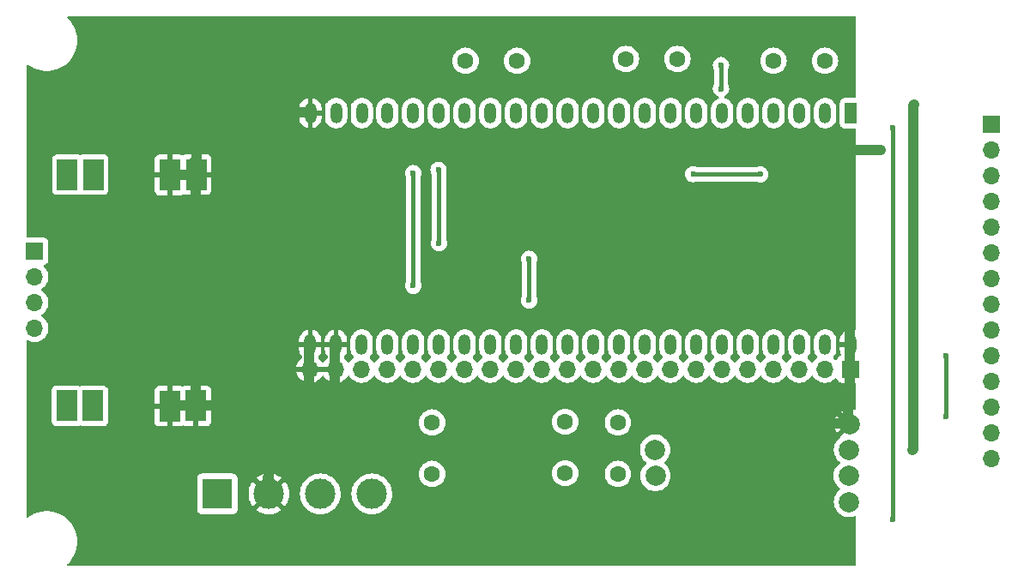
<source format=gbr>
%TF.GenerationSoftware,KiCad,Pcbnew,8.0.5-8.0.5-0~ubuntu24.04.1*%
%TF.CreationDate,2024-10-19T16:32:38+02:00*%
%TF.ProjectId,BmsMonitor,426d734d-6f6e-4697-946f-722e6b696361,rev?*%
%TF.SameCoordinates,Original*%
%TF.FileFunction,Copper,L2,Bot*%
%TF.FilePolarity,Positive*%
%FSLAX46Y46*%
G04 Gerber Fmt 4.6, Leading zero omitted, Abs format (unit mm)*
G04 Created by KiCad (PCBNEW 8.0.5-8.0.5-0~ubuntu24.04.1) date 2024-10-19 16:32:38*
%MOMM*%
%LPD*%
G01*
G04 APERTURE LIST*
G04 Aperture macros list*
%AMFreePoly0*
4,1,5,1.500000,-1.000000,-1.500000,-1.000000,-1.500000,1.000000,1.500000,1.000000,1.500000,-1.000000,1.500000,-1.000000,$1*%
G04 Aperture macros list end*
%TA.AperFunction,ComponentPad*%
%ADD10R,1.700000X1.700000*%
%TD*%
%TA.AperFunction,ComponentPad*%
%ADD11O,1.700000X1.700000*%
%TD*%
%TA.AperFunction,ComponentPad*%
%ADD12FreePoly0,90.000000*%
%TD*%
%TA.AperFunction,ComponentPad*%
%ADD13C,1.600000*%
%TD*%
%TA.AperFunction,ComponentPad*%
%ADD14R,3.000000X3.000000*%
%TD*%
%TA.AperFunction,ComponentPad*%
%ADD15C,3.000000*%
%TD*%
%TA.AperFunction,ComponentPad*%
%ADD16R,1.200000X2.000000*%
%TD*%
%TA.AperFunction,ComponentPad*%
%ADD17O,1.200000X2.000000*%
%TD*%
%TA.AperFunction,ComponentPad*%
%ADD18C,2.000000*%
%TD*%
%TA.AperFunction,ViaPad*%
%ADD19C,0.600000*%
%TD*%
%TA.AperFunction,ViaPad*%
%ADD20C,1.000000*%
%TD*%
%TA.AperFunction,Conductor*%
%ADD21C,1.000000*%
%TD*%
%TA.AperFunction,Conductor*%
%ADD22C,0.400000*%
%TD*%
G04 APERTURE END LIST*
D10*
%TO.P,J1,1,Pin_1*%
%TO.N,SD_CS*%
X99822000Y-87376000D03*
D11*
%TO.P,J1,2,Pin_2*%
%TO.N,LCD_MOSI*%
X99822000Y-89916000D03*
%TO.P,J1,3,Pin_3*%
%TO.N,LCD_MISO*%
X99822000Y-92456000D03*
%TO.P,J1,4,Pin_4*%
%TO.N,LCD_CLK*%
X99822000Y-94996000D03*
%TD*%
D12*
%TO.P,U1,1,In+*%
%TO.N,+12V*%
X102997000Y-102666800D03*
%TO.P,U1,2*%
X105562400Y-102666800D03*
%TO.P,U1,3*%
%TO.N,GND*%
X113131600Y-102692200D03*
%TO.P,U1,4,In-*%
X115722400Y-102666800D03*
%TO.P,U1,5,Out-*%
X115747800Y-79832200D03*
%TO.P,U1,6*%
X113157000Y-79857600D03*
%TO.P,U1,7*%
%TO.N,+5V*%
X105587800Y-79832200D03*
%TO.P,U1,8,Out+*%
X103022400Y-79832200D03*
%TD*%
D13*
%TO.P,R2,1*%
%TO.N,+3V3*%
X177769600Y-68580000D03*
%TO.P,R2,2*%
%TO.N,LCD_MISO*%
X172689600Y-68580000D03*
%TD*%
D10*
%TO.P,U5,1,+5V*%
%TO.N,+5V*%
X194183000Y-74820000D03*
D11*
%TO.P,U5,2,GND*%
%TO.N,GND*%
X194183000Y-77360000D03*
%TO.P,U5,3,LCD_CS*%
%TO.N,LCD_CS*%
X194183000Y-79900000D03*
%TO.P,U5,4,LCD_RESET*%
%TO.N,LCD_RESET*%
X194183000Y-82440000D03*
%TO.P,U5,5,LCD_DC/RS*%
%TO.N,LCD_DC{slash}RS*%
X194183000Y-84980000D03*
%TO.P,U5,6,LCD_MOSI*%
%TO.N,LCD_MOSI*%
X194183000Y-87520000D03*
%TO.P,U5,7,LCD_CLK*%
%TO.N,LCD_CLK*%
X194183000Y-90060000D03*
%TO.P,U5,8,Backlight*%
%TO.N,Backlight*%
X194183000Y-92600000D03*
%TO.P,U5,9,LCD_MISO*%
%TO.N,LCD_MISO*%
X194183000Y-95140000D03*
%TO.P,U5,10,T_CLK*%
%TO.N,T_CLK*%
X194183000Y-97680000D03*
%TO.P,U5,11,T_CS*%
%TO.N,T_CS*%
X194183000Y-100220000D03*
%TO.P,U5,12,T_DIN*%
%TO.N,T_MOSI*%
X194183000Y-102760000D03*
%TO.P,U5,13,T_DO*%
%TO.N,T_MISO*%
X194183000Y-105300000D03*
%TO.P,U5,14,T_IRQ*%
%TO.N,T_IRQ*%
X194183000Y-107840000D03*
%TD*%
D13*
%TO.P,R6,1*%
%TO.N,+3V3*%
X158140400Y-68402200D03*
%TO.P,R6,2*%
%TO.N,LCD_RESET*%
X163220400Y-68402200D03*
%TD*%
%TO.P,R3,1*%
%TO.N,+3V3*%
X157353000Y-109392800D03*
%TO.P,R3,2*%
%TO.N,T_CS*%
X157353000Y-104312800D03*
%TD*%
D10*
%TO.P,J2,1,Pin_1*%
%TO.N,GND*%
X180314600Y-99034600D03*
D11*
%TO.P,J2,2,Pin_2*%
%TO.N,Net-(J2-Pin_2)*%
X177774600Y-99034600D03*
%TO.P,J2,3,Pin_3*%
%TO.N,Net-(J2-Pin_3)*%
X175234600Y-99034600D03*
%TO.P,J2,4,Pin_4*%
%TO.N,CAN_RX*%
X172694600Y-99034600D03*
%TO.P,J2,5,Pin_5*%
%TO.N,CAN_TX*%
X170154600Y-99034600D03*
%TO.P,J2,6,Pin_6*%
%TO.N,T_IRQ*%
X167614600Y-99034600D03*
%TO.P,J2,7,Pin_7*%
%TO.N,GPIO41*%
X165074600Y-99034600D03*
%TO.P,J2,8,Pin_8*%
%TO.N,GPIO40*%
X162534600Y-99034600D03*
%TO.P,J2,9,Pin_9*%
%TO.N,T_MOSI*%
X159994600Y-99034600D03*
%TO.P,J2,10,Pin_10*%
%TO.N,T_CS*%
X157454600Y-99034600D03*
%TO.P,J2,11,Pin_11*%
%TO.N,T_MISO*%
X154914600Y-99034600D03*
%TO.P,J2,12,Pin_12*%
%TO.N,T_CLK*%
X152374600Y-99034600D03*
%TO.P,J2,13,Pin_13*%
%TO.N,GPIO35*%
X149834600Y-99034600D03*
%TO.P,J2,14,Pin_14*%
%TO.N,GPIO0*%
X147294600Y-99034600D03*
%TO.P,J2,15,Pin_15*%
%TO.N,GPIO45*%
X144754600Y-99034600D03*
%TO.P,J2,16,Pin_16*%
%TO.N,GPIO48*%
X142214600Y-99034600D03*
%TO.P,J2,17,Pin_17*%
%TO.N,GPIO47*%
X139674600Y-99034600D03*
%TO.P,J2,18,Pin_18*%
%TO.N,Backlight*%
X137134600Y-99034600D03*
%TO.P,J2,19,Pin_19*%
%TO.N,unconnected-(J2-Pin_19-Pad19)*%
X134594600Y-99034600D03*
%TO.P,J2,20,Pin_20*%
%TO.N,unconnected-(J2-Pin_20-Pad20)*%
X132054600Y-99034600D03*
%TO.P,J2,21,Pin_21*%
%TO.N,GND*%
X129514600Y-99034600D03*
%TO.P,J2,22,Pin_22*%
X126974600Y-99034600D03*
%TD*%
D14*
%TO.P,J3,1,Pin_1*%
%TO.N,+12V*%
X117830600Y-111353600D03*
D15*
%TO.P,J3,2,Pin_2*%
%TO.N,GND*%
X122910600Y-111353600D03*
%TO.P,J3,3,Pin_3*%
%TO.N,CAN_H*%
X127990600Y-111353600D03*
%TO.P,J3,4,Pin_4*%
%TO.N,CAN_L*%
X133070600Y-111353600D03*
%TD*%
D16*
%TO.P,U2,1,3V3*%
%TO.N,+3V3*%
X180340000Y-73761600D03*
D17*
%TO.P,U2,2,3V3*%
X177800000Y-73761600D03*
%TO.P,U2,3,CHIP_PU*%
%TO.N,RST*%
X175260000Y-73761600D03*
%TO.P,U2,4,GPIO4/ADC1_CH3*%
%TO.N,unconnected-(U2-GPIO4{slash}ADC1_CH3-Pad4)*%
X172720000Y-73761600D03*
%TO.P,U2,5,GPIO5/ADC1_CH4*%
%TO.N,unconnected-(U2-GPIO5{slash}ADC1_CH4-Pad5)*%
X170180000Y-73761600D03*
%TO.P,U2,6,GPIO6/ADC1_CH5*%
%TO.N,LCD_RESET*%
X167640000Y-73761600D03*
%TO.P,U2,7,GPIO7/ADC1_CH6*%
%TO.N,LCD_DC{slash}RS*%
X165100000Y-73761600D03*
%TO.P,U2,8,GPIO15/ADC2_CH4/32K_P*%
%TO.N,unconnected-(U2-GPIO15{slash}ADC2_CH4{slash}32K_P-Pad8)*%
X162560000Y-73761600D03*
%TO.P,U2,9,GPIO16/ADC2_CH5/32K_N*%
%TO.N,unconnected-(U2-GPIO16{slash}ADC2_CH5{slash}32K_N-Pad9)*%
X160020000Y-73761600D03*
%TO.P,U2,10,GPIO17/ADC2_CH6*%
%TO.N,unconnected-(U2-GPIO17{slash}ADC2_CH6-Pad10)*%
X157480000Y-73761600D03*
%TO.P,U2,11,GPIO18/ADC2_CH7*%
%TO.N,unconnected-(U2-GPIO18{slash}ADC2_CH7-Pad11)*%
X154940000Y-73761600D03*
%TO.P,U2,12,GPIO8/ADC1_CH7*%
%TO.N,unconnected-(U2-GPIO8{slash}ADC1_CH7-Pad12)*%
X152400000Y-73761600D03*
%TO.P,U2,13,GPIO3/ADC1_CH2*%
%TO.N,unconnected-(U2-GPIO3{slash}ADC1_CH2-Pad13)*%
X149860000Y-73761600D03*
%TO.P,U2,14,GPIO46*%
%TO.N,unconnected-(U2-GPIO46-Pad14)*%
X147320000Y-73761600D03*
%TO.P,U2,15,GPIO9/ADC1_CH8*%
%TO.N,unconnected-(U2-GPIO9{slash}ADC1_CH8-Pad15)*%
X144780000Y-73761600D03*
%TO.P,U2,16,GPIO10/ADC1_CH9*%
%TO.N,LCD_CS*%
X142240000Y-73761600D03*
%TO.P,U2,17,GPIO11/ADC2_CH0*%
%TO.N,LCD_MOSI*%
X139700000Y-73761600D03*
%TO.P,U2,18,GPIO12/ADC2_CH1*%
%TO.N,LCD_CLK*%
X137160000Y-73761600D03*
%TO.P,U2,19,GPIO13/ADC2_CH2*%
%TO.N,LCD_MISO*%
X134620000Y-73761600D03*
%TO.P,U2,20,GPIO14/ADC2_CH3*%
%TO.N,SD_CS*%
X132082720Y-73757920D03*
%TO.P,U2,21,5V*%
%TO.N,+5V*%
X129542720Y-73757920D03*
%TO.P,U2,22,GND*%
%TO.N,GND*%
X127002720Y-73757920D03*
%TO.P,U2,23,GND*%
X127000000Y-96621600D03*
%TO.P,U2,24,GND*%
X129540000Y-96621600D03*
%TO.P,U2,25,GPIO19/USB_D-*%
%TO.N,unconnected-(J2-Pin_20-Pad20)*%
X132080000Y-96621600D03*
%TO.P,U2,26,GPIO20/USB_D+*%
%TO.N,unconnected-(J2-Pin_19-Pad19)*%
X134620000Y-96621600D03*
%TO.P,U2,27,GPIO21*%
%TO.N,Backlight*%
X137160000Y-96621600D03*
%TO.P,U2,28,GPIO47*%
%TO.N,GPIO47*%
X139700000Y-96621600D03*
%TO.P,U2,29,GPIO48*%
%TO.N,GPIO48*%
X142240000Y-96621600D03*
%TO.P,U2,30,GPIO45*%
%TO.N,GPIO45*%
X144780000Y-96621600D03*
%TO.P,U2,31,GPIO0*%
%TO.N,GPIO0*%
X147320000Y-96621600D03*
%TO.P,U2,32,GPIO35*%
%TO.N,GPIO35*%
X149860000Y-96621600D03*
%TO.P,U2,33,GPIO36*%
%TO.N,T_CLK*%
X152400000Y-96621600D03*
%TO.P,U2,34,GPIO37*%
%TO.N,T_MISO*%
X154940000Y-96621600D03*
%TO.P,U2,35,GPIO38*%
%TO.N,T_CS*%
X157480000Y-96621600D03*
%TO.P,U2,36,GPIO39/MTCK*%
%TO.N,T_MOSI*%
X160020000Y-96621600D03*
%TO.P,U2,37,GPIO40/MTDO*%
%TO.N,GPIO40*%
X162560000Y-96621600D03*
%TO.P,U2,38,GPIO41/MTDI*%
%TO.N,GPIO41*%
X165100000Y-96621600D03*
%TO.P,U2,39,GPIO42/MTMS*%
%TO.N,T_IRQ*%
X167640000Y-96621600D03*
%TO.P,U2,40,GPIO2/ADC1_CH1*%
%TO.N,CAN_TX*%
X170180000Y-96621600D03*
%TO.P,U2,41,GPIO1/ADC1_CH0*%
%TO.N,CAN_RX*%
X172720000Y-96621600D03*
%TO.P,U2,42,GPIO44/U0RXD*%
%TO.N,Net-(J2-Pin_3)*%
X175260000Y-96621600D03*
%TO.P,U2,43,GPIO43/U0TXD*%
%TO.N,Net-(J2-Pin_2)*%
X177800000Y-96621600D03*
%TO.P,U2,44,GND*%
%TO.N,GND*%
X180340000Y-96621600D03*
%TD*%
D13*
%TO.P,R1,1*%
%TO.N,+3V3*%
X147391200Y-68580000D03*
%TO.P,R1,2*%
%TO.N,LCD_CS*%
X142311200Y-68580000D03*
%TD*%
D18*
%TO.P,U3,1,Gnd*%
%TO.N,GND*%
X180198700Y-104482900D03*
%TO.P,U3,2,RX*%
%TO.N,CAN_RX*%
X180147900Y-106997500D03*
%TO.P,U3,3,TX*%
%TO.N,CAN_TX*%
X180122500Y-109562900D03*
%TO.P,U3,4,VCC*%
%TO.N,+5V*%
X180147900Y-112153700D03*
%TO.P,U3,5,CanH*%
%TO.N,CAN_H*%
X161047100Y-109588300D03*
%TO.P,U3,6,CanL*%
%TO.N,CAN_L*%
X161021700Y-106997500D03*
%TD*%
D13*
%TO.P,R4,1*%
%TO.N,+3V3*%
X139014200Y-109392800D03*
%TO.P,R4,2*%
%TO.N,Backlight*%
X139014200Y-104312800D03*
%TD*%
%TO.P,R5,1*%
%TO.N,+3V3*%
X152146000Y-109316600D03*
%TO.P,R5,2*%
%TO.N,T_MISO*%
X152146000Y-104236600D03*
%TD*%
D19*
%TO.N,LCD_MOSI*%
X139649200Y-79349600D03*
%TO.N,LCD_CLK*%
X137160000Y-79679800D03*
X137160000Y-90805000D03*
%TO.N,LCD_MOSI*%
X139700000Y-86614000D03*
D20*
%TO.N,GND*%
X183244000Y-77360000D03*
D19*
%TO.N,T_MISO*%
X189674500Y-97701100D03*
X189674500Y-103759000D03*
%TO.N,+3V3*%
X184480200Y-113919000D03*
X184480200Y-75158600D03*
D20*
%TO.N,+5V*%
X186410600Y-107010200D03*
X186537600Y-72948800D03*
D19*
%TO.N,Backlight*%
X148590000Y-92252800D03*
X148590000Y-88138000D03*
%TO.N,LCD_RESET*%
X167513000Y-69011800D03*
X167513000Y-71348600D03*
%TO.N,LCD_CS*%
X171399200Y-79806800D03*
X164769800Y-79781400D03*
%TD*%
D21*
%TO.N,GND*%
X122783600Y-111302800D02*
X122783600Y-109728000D01*
X115773200Y-102616000D02*
X122936000Y-102616000D01*
X122936000Y-102616000D02*
X126873000Y-102616000D01*
X122910600Y-111353600D02*
X122910600Y-102641400D01*
X122910600Y-102641400D02*
X122936000Y-102616000D01*
X115722400Y-102666800D02*
X115773200Y-102616000D01*
X115722400Y-102666800D02*
X113157000Y-102666800D01*
X113157000Y-102666800D02*
X113131600Y-102692200D01*
X115747800Y-79832200D02*
X115697000Y-79883000D01*
X115697000Y-79883000D02*
X115697000Y-102641400D01*
X115697000Y-102641400D02*
X115722400Y-102666800D01*
X118999000Y-73709840D02*
X126873000Y-73709840D01*
X118999000Y-73709840D02*
X118110000Y-73709840D01*
X118110000Y-73709840D02*
X115747800Y-76072040D01*
X115747800Y-76072040D02*
X115747800Y-79832200D01*
X115443000Y-78740000D02*
X115570000Y-78613000D01*
X115747800Y-79832200D02*
X113182400Y-79832200D01*
X113182400Y-79832200D02*
X113157000Y-79857600D01*
X180213000Y-80391000D02*
X180213000Y-77360000D01*
X180213000Y-77360000D02*
X183244000Y-77360000D01*
X132422900Y-105143300D02*
X133527800Y-106248200D01*
X133527800Y-106248200D02*
X158115000Y-106248200D01*
X158115000Y-106248200D02*
X159931100Y-104432100D01*
X180071700Y-104432100D02*
X180071700Y-101690500D01*
X159931100Y-104432100D02*
X180071700Y-104432100D01*
X180187600Y-96596200D02*
X180213000Y-96570800D01*
X180071700Y-101690500D02*
X180187600Y-101574600D01*
X180187600Y-101574600D02*
X180187600Y-96596200D01*
X180213000Y-96570800D02*
X180213000Y-80391000D01*
D22*
%TO.N,T_MISO*%
X189674500Y-103759000D02*
X189674500Y-97701100D01*
%TO.N,LCD_CLK*%
X137160000Y-90805000D02*
X137160000Y-79679800D01*
%TO.N,LCD_MOSI*%
X139700000Y-86614000D02*
X139700000Y-79400400D01*
X139700000Y-79400400D02*
X139649200Y-79349600D01*
D21*
%TO.N,GND*%
X129362200Y-102616000D02*
X129895600Y-102616000D01*
X126847600Y-98983800D02*
X126847600Y-96596200D01*
X129387600Y-96596200D02*
X129413000Y-96570800D01*
X126847600Y-96596200D02*
X126873000Y-96570800D01*
X129387600Y-98983800D02*
X129387600Y-102590600D01*
X126847600Y-101676200D02*
X126847600Y-98983800D01*
X126873000Y-102616000D02*
X129362200Y-102616000D01*
X129387600Y-98983800D02*
X129387600Y-96596200D01*
X126847600Y-102590600D02*
X126873000Y-102616000D01*
X126847600Y-101676200D02*
X126847600Y-102590600D01*
X133146800Y-105867200D02*
X133121400Y-105892600D01*
X129387600Y-102590600D02*
X129362200Y-102616000D01*
X126847600Y-102209600D02*
X126847600Y-101676200D01*
X129895600Y-102616000D02*
X132422900Y-105143300D01*
X132422900Y-105143300D02*
X133146800Y-105867200D01*
D22*
%TO.N,+3V3*%
X184480200Y-113919000D02*
X184480200Y-75158600D01*
D21*
%TO.N,+5V*%
X186486800Y-72999600D02*
X186537600Y-72948800D01*
X186410600Y-107010200D02*
X186486800Y-106934000D01*
X186486800Y-106934000D02*
X186486800Y-72999600D01*
D22*
%TO.N,Backlight*%
X148590000Y-92252800D02*
X148590000Y-88138000D01*
%TO.N,LCD_RESET*%
X167513000Y-71348600D02*
X167513000Y-69011800D01*
%TO.N,LCD_CS*%
X171399200Y-79806800D02*
X164795200Y-79806800D01*
X164795200Y-79806800D02*
X164769800Y-79781400D01*
%TD*%
%TA.AperFunction,Conductor*%
%TO.N,GND*%
G36*
X115417524Y-102432860D02*
G01*
X115367364Y-102519739D01*
X115341400Y-102616640D01*
X115341400Y-102716960D01*
X115367364Y-102813861D01*
X115417524Y-102900740D01*
X115433584Y-102916800D01*
X114665522Y-102916800D01*
X114624196Y-102939366D01*
X114597838Y-102942200D01*
X113420416Y-102942200D01*
X113436476Y-102926140D01*
X113486636Y-102839261D01*
X113512600Y-102742360D01*
X113512600Y-102642040D01*
X113486636Y-102545139D01*
X113436476Y-102458260D01*
X113420416Y-102442200D01*
X114188478Y-102442200D01*
X114229804Y-102419634D01*
X114256162Y-102416800D01*
X115433584Y-102416800D01*
X115417524Y-102432860D01*
G37*
%TD.AperFunction*%
%TA.AperFunction,Conductor*%
G36*
X115442924Y-79598260D02*
G01*
X115392764Y-79685139D01*
X115366800Y-79782040D01*
X115366800Y-79882360D01*
X115392764Y-79979261D01*
X115442924Y-80066140D01*
X115458984Y-80082200D01*
X114690922Y-80082200D01*
X114649596Y-80104766D01*
X114623238Y-80107600D01*
X113445816Y-80107600D01*
X113461876Y-80091540D01*
X113512036Y-80004661D01*
X113538000Y-79907760D01*
X113538000Y-79807440D01*
X113512036Y-79710539D01*
X113461876Y-79623660D01*
X113445816Y-79607600D01*
X114213878Y-79607600D01*
X114255204Y-79585034D01*
X114281562Y-79582200D01*
X115458984Y-79582200D01*
X115442924Y-79598260D01*
G37*
%TD.AperFunction*%
%TA.AperFunction,Conductor*%
G36*
X180791039Y-64180185D02*
G01*
X180836794Y-64232989D01*
X180848000Y-64284500D01*
X180848000Y-72137100D01*
X180828315Y-72204139D01*
X180775511Y-72249894D01*
X180724000Y-72261100D01*
X179692129Y-72261100D01*
X179692123Y-72261101D01*
X179632516Y-72267508D01*
X179497671Y-72317802D01*
X179497664Y-72317806D01*
X179382455Y-72404052D01*
X179382452Y-72404055D01*
X179296206Y-72519264D01*
X179296202Y-72519271D01*
X179245908Y-72654117D01*
X179239501Y-72713716D01*
X179239500Y-72713735D01*
X179239500Y-74809470D01*
X179239501Y-74809476D01*
X179245908Y-74869083D01*
X179296202Y-75003928D01*
X179296206Y-75003935D01*
X179382452Y-75119144D01*
X179382455Y-75119147D01*
X179497664Y-75205393D01*
X179497671Y-75205397D01*
X179632517Y-75255691D01*
X179632516Y-75255691D01*
X179639444Y-75256435D01*
X179692127Y-75262100D01*
X180724000Y-75262099D01*
X180791039Y-75281783D01*
X180836794Y-75334587D01*
X180848000Y-75386099D01*
X180848000Y-95059379D01*
X180828315Y-95126418D01*
X180775511Y-95172173D01*
X180706353Y-95182117D01*
X180685682Y-95177310D01*
X180597594Y-95148688D01*
X180597581Y-95148685D01*
X180590000Y-95147484D01*
X180590000Y-96305914D01*
X180585606Y-96301520D01*
X180494394Y-96248859D01*
X180392661Y-96221600D01*
X180287339Y-96221600D01*
X180185606Y-96248859D01*
X180094394Y-96301520D01*
X180090000Y-96305914D01*
X180090000Y-95147484D01*
X180089999Y-95147484D01*
X180082418Y-95148685D01*
X180082410Y-95148687D01*
X179917742Y-95202191D01*
X179763475Y-95280795D01*
X179623397Y-95382567D01*
X179500967Y-95504997D01*
X179399195Y-95645075D01*
X179320591Y-95799342D01*
X179267085Y-95964015D01*
X179240000Y-96135028D01*
X179240000Y-96371600D01*
X180024314Y-96371600D01*
X180019920Y-96375994D01*
X179967259Y-96467206D01*
X179940000Y-96568939D01*
X179940000Y-96674261D01*
X179967259Y-96775994D01*
X180019920Y-96867206D01*
X180024314Y-96871600D01*
X179240000Y-96871600D01*
X179240000Y-97108171D01*
X179267085Y-97279184D01*
X179320591Y-97443857D01*
X179369135Y-97539128D01*
X179382031Y-97607797D01*
X179355755Y-97672538D01*
X179301984Y-97711605D01*
X179222511Y-97741246D01*
X179222506Y-97741249D01*
X179107412Y-97827409D01*
X179107409Y-97827412D01*
X179021249Y-97942506D01*
X179021245Y-97942513D01*
X178972178Y-98074070D01*
X178930307Y-98130004D01*
X178864842Y-98154421D01*
X178796569Y-98139569D01*
X178768315Y-98118418D01*
X178646005Y-97996108D01*
X178611681Y-97972074D01*
X178568056Y-97917497D01*
X178560864Y-97847998D01*
X178592386Y-97785644D01*
X178595124Y-97782818D01*
X178616046Y-97761896D01*
X178639414Y-97738528D01*
X178741232Y-97598388D01*
X178819873Y-97444045D01*
X178873402Y-97279301D01*
X178900500Y-97108211D01*
X178900500Y-96134989D01*
X178873402Y-95963899D01*
X178819873Y-95799155D01*
X178741232Y-95644812D01*
X178639414Y-95504672D01*
X178516928Y-95382186D01*
X178376788Y-95280368D01*
X178222445Y-95201727D01*
X178057701Y-95148198D01*
X178057699Y-95148197D01*
X178057698Y-95148197D01*
X177926271Y-95127381D01*
X177886611Y-95121100D01*
X177713389Y-95121100D01*
X177673728Y-95127381D01*
X177542302Y-95148197D01*
X177377552Y-95201728D01*
X177223211Y-95280368D01*
X177143256Y-95338459D01*
X177083072Y-95382186D01*
X177083070Y-95382188D01*
X177083069Y-95382188D01*
X176960588Y-95504669D01*
X176960588Y-95504670D01*
X176960586Y-95504672D01*
X176960350Y-95504997D01*
X176858768Y-95644811D01*
X176780128Y-95799152D01*
X176726597Y-95963902D01*
X176699500Y-96134989D01*
X176699500Y-97108211D01*
X176726598Y-97279301D01*
X176780127Y-97444045D01*
X176858768Y-97598388D01*
X176960586Y-97738528D01*
X176960588Y-97738530D01*
X176983954Y-97761896D01*
X177017439Y-97823219D01*
X177012455Y-97892911D01*
X176970583Y-97948844D01*
X176967398Y-97951151D01*
X176903201Y-97996103D01*
X176903195Y-97996108D01*
X176736105Y-98163197D01*
X176606175Y-98348758D01*
X176551598Y-98392383D01*
X176482100Y-98399577D01*
X176419745Y-98368054D01*
X176403025Y-98348758D01*
X176273094Y-98163197D01*
X176106005Y-97996108D01*
X176071681Y-97972074D01*
X176028056Y-97917497D01*
X176020864Y-97847998D01*
X176052386Y-97785644D01*
X176055124Y-97782818D01*
X176076046Y-97761896D01*
X176099414Y-97738528D01*
X176201232Y-97598388D01*
X176279873Y-97444045D01*
X176333402Y-97279301D01*
X176360500Y-97108211D01*
X176360500Y-96134989D01*
X176333402Y-95963899D01*
X176279873Y-95799155D01*
X176201232Y-95644812D01*
X176099414Y-95504672D01*
X175976928Y-95382186D01*
X175836788Y-95280368D01*
X175682445Y-95201727D01*
X175517701Y-95148198D01*
X175517699Y-95148197D01*
X175517698Y-95148197D01*
X175386271Y-95127381D01*
X175346611Y-95121100D01*
X175173389Y-95121100D01*
X175133728Y-95127381D01*
X175002302Y-95148197D01*
X174837552Y-95201728D01*
X174683211Y-95280368D01*
X174603256Y-95338459D01*
X174543072Y-95382186D01*
X174543070Y-95382188D01*
X174543069Y-95382188D01*
X174420588Y-95504669D01*
X174420588Y-95504670D01*
X174420586Y-95504672D01*
X174420350Y-95504997D01*
X174318768Y-95644811D01*
X174240128Y-95799152D01*
X174186597Y-95963902D01*
X174159500Y-96134989D01*
X174159500Y-97108211D01*
X174186598Y-97279301D01*
X174240127Y-97444045D01*
X174318768Y-97598388D01*
X174420586Y-97738528D01*
X174420588Y-97738530D01*
X174443954Y-97761896D01*
X174477439Y-97823219D01*
X174472455Y-97892911D01*
X174430583Y-97948844D01*
X174427398Y-97951151D01*
X174363201Y-97996103D01*
X174363195Y-97996108D01*
X174196105Y-98163197D01*
X174066175Y-98348758D01*
X174011598Y-98392383D01*
X173942100Y-98399577D01*
X173879745Y-98368054D01*
X173863025Y-98348758D01*
X173733094Y-98163197D01*
X173566005Y-97996108D01*
X173531681Y-97972074D01*
X173488056Y-97917497D01*
X173480864Y-97847998D01*
X173512386Y-97785644D01*
X173515124Y-97782818D01*
X173536046Y-97761896D01*
X173559414Y-97738528D01*
X173661232Y-97598388D01*
X173739873Y-97444045D01*
X173793402Y-97279301D01*
X173820500Y-97108211D01*
X173820500Y-96134989D01*
X173793402Y-95963899D01*
X173739873Y-95799155D01*
X173661232Y-95644812D01*
X173559414Y-95504672D01*
X173436928Y-95382186D01*
X173296788Y-95280368D01*
X173142445Y-95201727D01*
X172977701Y-95148198D01*
X172977699Y-95148197D01*
X172977698Y-95148197D01*
X172846271Y-95127381D01*
X172806611Y-95121100D01*
X172633389Y-95121100D01*
X172593728Y-95127381D01*
X172462302Y-95148197D01*
X172297552Y-95201728D01*
X172143211Y-95280368D01*
X172063256Y-95338459D01*
X172003072Y-95382186D01*
X172003070Y-95382188D01*
X172003069Y-95382188D01*
X171880588Y-95504669D01*
X171880588Y-95504670D01*
X171880586Y-95504672D01*
X171880350Y-95504997D01*
X171778768Y-95644811D01*
X171700128Y-95799152D01*
X171646597Y-95963902D01*
X171619500Y-96134989D01*
X171619500Y-97108211D01*
X171646598Y-97279301D01*
X171700127Y-97444045D01*
X171778768Y-97598388D01*
X171880586Y-97738528D01*
X171880588Y-97738530D01*
X171903954Y-97761896D01*
X171937439Y-97823219D01*
X171932455Y-97892911D01*
X171890583Y-97948844D01*
X171887398Y-97951151D01*
X171823201Y-97996103D01*
X171823195Y-97996108D01*
X171656105Y-98163197D01*
X171526175Y-98348758D01*
X171471598Y-98392383D01*
X171402100Y-98399577D01*
X171339745Y-98368054D01*
X171323025Y-98348758D01*
X171193094Y-98163197D01*
X171026005Y-97996108D01*
X170991681Y-97972074D01*
X170948056Y-97917497D01*
X170940864Y-97847998D01*
X170972386Y-97785644D01*
X170975124Y-97782818D01*
X170996046Y-97761896D01*
X171019414Y-97738528D01*
X171121232Y-97598388D01*
X171199873Y-97444045D01*
X171253402Y-97279301D01*
X171280500Y-97108211D01*
X171280500Y-96134989D01*
X171253402Y-95963899D01*
X171199873Y-95799155D01*
X171121232Y-95644812D01*
X171019414Y-95504672D01*
X170896928Y-95382186D01*
X170756788Y-95280368D01*
X170602445Y-95201727D01*
X170437701Y-95148198D01*
X170437699Y-95148197D01*
X170437698Y-95148197D01*
X170306271Y-95127381D01*
X170266611Y-95121100D01*
X170093389Y-95121100D01*
X170053728Y-95127381D01*
X169922302Y-95148197D01*
X169757552Y-95201728D01*
X169603211Y-95280368D01*
X169523256Y-95338459D01*
X169463072Y-95382186D01*
X169463070Y-95382188D01*
X169463069Y-95382188D01*
X169340588Y-95504669D01*
X169340588Y-95504670D01*
X169340586Y-95504672D01*
X169340350Y-95504997D01*
X169238768Y-95644811D01*
X169160128Y-95799152D01*
X169106597Y-95963902D01*
X169079500Y-96134989D01*
X169079500Y-97108211D01*
X169106598Y-97279301D01*
X169160127Y-97444045D01*
X169238768Y-97598388D01*
X169340586Y-97738528D01*
X169340588Y-97738530D01*
X169363954Y-97761896D01*
X169397439Y-97823219D01*
X169392455Y-97892911D01*
X169350583Y-97948844D01*
X169347398Y-97951151D01*
X169283201Y-97996103D01*
X169283195Y-97996108D01*
X169116105Y-98163197D01*
X168986175Y-98348758D01*
X168931598Y-98392383D01*
X168862100Y-98399577D01*
X168799745Y-98368054D01*
X168783025Y-98348758D01*
X168653094Y-98163197D01*
X168486005Y-97996108D01*
X168451681Y-97972074D01*
X168408056Y-97917497D01*
X168400864Y-97847998D01*
X168432386Y-97785644D01*
X168435124Y-97782818D01*
X168456046Y-97761896D01*
X168479414Y-97738528D01*
X168581232Y-97598388D01*
X168659873Y-97444045D01*
X168713402Y-97279301D01*
X168740500Y-97108211D01*
X168740500Y-96134989D01*
X168713402Y-95963899D01*
X168659873Y-95799155D01*
X168581232Y-95644812D01*
X168479414Y-95504672D01*
X168356928Y-95382186D01*
X168216788Y-95280368D01*
X168062445Y-95201727D01*
X167897701Y-95148198D01*
X167897699Y-95148197D01*
X167897698Y-95148197D01*
X167766271Y-95127381D01*
X167726611Y-95121100D01*
X167553389Y-95121100D01*
X167513728Y-95127381D01*
X167382302Y-95148197D01*
X167217552Y-95201728D01*
X167063211Y-95280368D01*
X166983256Y-95338459D01*
X166923072Y-95382186D01*
X166923070Y-95382188D01*
X166923069Y-95382188D01*
X166800588Y-95504669D01*
X166800588Y-95504670D01*
X166800586Y-95504672D01*
X166800350Y-95504997D01*
X166698768Y-95644811D01*
X166620128Y-95799152D01*
X166566597Y-95963902D01*
X166539500Y-96134989D01*
X166539500Y-97108211D01*
X166566598Y-97279301D01*
X166620127Y-97444045D01*
X166698768Y-97598388D01*
X166800586Y-97738528D01*
X166800588Y-97738530D01*
X166823954Y-97761896D01*
X166857439Y-97823219D01*
X166852455Y-97892911D01*
X166810583Y-97948844D01*
X166807398Y-97951151D01*
X166743201Y-97996103D01*
X166743195Y-97996108D01*
X166576105Y-98163197D01*
X166446175Y-98348758D01*
X166391598Y-98392383D01*
X166322100Y-98399577D01*
X166259745Y-98368054D01*
X166243025Y-98348758D01*
X166113094Y-98163197D01*
X165946005Y-97996108D01*
X165911681Y-97972074D01*
X165868056Y-97917497D01*
X165860864Y-97847998D01*
X165892386Y-97785644D01*
X165895124Y-97782818D01*
X165916046Y-97761896D01*
X165939414Y-97738528D01*
X166041232Y-97598388D01*
X166119873Y-97444045D01*
X166173402Y-97279301D01*
X166200500Y-97108211D01*
X166200500Y-96134989D01*
X166173402Y-95963899D01*
X166119873Y-95799155D01*
X166041232Y-95644812D01*
X165939414Y-95504672D01*
X165816928Y-95382186D01*
X165676788Y-95280368D01*
X165522445Y-95201727D01*
X165357701Y-95148198D01*
X165357699Y-95148197D01*
X165357698Y-95148197D01*
X165226271Y-95127381D01*
X165186611Y-95121100D01*
X165013389Y-95121100D01*
X164973728Y-95127381D01*
X164842302Y-95148197D01*
X164677552Y-95201728D01*
X164523211Y-95280368D01*
X164443256Y-95338459D01*
X164383072Y-95382186D01*
X164383070Y-95382188D01*
X164383069Y-95382188D01*
X164260588Y-95504669D01*
X164260588Y-95504670D01*
X164260586Y-95504672D01*
X164260350Y-95504997D01*
X164158768Y-95644811D01*
X164080128Y-95799152D01*
X164026597Y-95963902D01*
X163999500Y-96134989D01*
X163999500Y-97108211D01*
X164026598Y-97279301D01*
X164080127Y-97444045D01*
X164158768Y-97598388D01*
X164260586Y-97738528D01*
X164260588Y-97738530D01*
X164283954Y-97761896D01*
X164317439Y-97823219D01*
X164312455Y-97892911D01*
X164270583Y-97948844D01*
X164267398Y-97951151D01*
X164203201Y-97996103D01*
X164203195Y-97996108D01*
X164036105Y-98163197D01*
X163906175Y-98348758D01*
X163851598Y-98392383D01*
X163782100Y-98399577D01*
X163719745Y-98368054D01*
X163703025Y-98348758D01*
X163573094Y-98163197D01*
X163406005Y-97996108D01*
X163371681Y-97972074D01*
X163328056Y-97917497D01*
X163320864Y-97847998D01*
X163352386Y-97785644D01*
X163355124Y-97782818D01*
X163376046Y-97761896D01*
X163399414Y-97738528D01*
X163501232Y-97598388D01*
X163579873Y-97444045D01*
X163633402Y-97279301D01*
X163660500Y-97108211D01*
X163660500Y-96134989D01*
X163633402Y-95963899D01*
X163579873Y-95799155D01*
X163501232Y-95644812D01*
X163399414Y-95504672D01*
X163276928Y-95382186D01*
X163136788Y-95280368D01*
X162982445Y-95201727D01*
X162817701Y-95148198D01*
X162817699Y-95148197D01*
X162817698Y-95148197D01*
X162686271Y-95127381D01*
X162646611Y-95121100D01*
X162473389Y-95121100D01*
X162433728Y-95127381D01*
X162302302Y-95148197D01*
X162137552Y-95201728D01*
X161983211Y-95280368D01*
X161903256Y-95338459D01*
X161843072Y-95382186D01*
X161843070Y-95382188D01*
X161843069Y-95382188D01*
X161720588Y-95504669D01*
X161720588Y-95504670D01*
X161720586Y-95504672D01*
X161720350Y-95504997D01*
X161618768Y-95644811D01*
X161540128Y-95799152D01*
X161486597Y-95963902D01*
X161459500Y-96134989D01*
X161459500Y-97108211D01*
X161486598Y-97279301D01*
X161540127Y-97444045D01*
X161618768Y-97598388D01*
X161720586Y-97738528D01*
X161720588Y-97738530D01*
X161743954Y-97761896D01*
X161777439Y-97823219D01*
X161772455Y-97892911D01*
X161730583Y-97948844D01*
X161727398Y-97951151D01*
X161663201Y-97996103D01*
X161663195Y-97996108D01*
X161496105Y-98163197D01*
X161366175Y-98348758D01*
X161311598Y-98392383D01*
X161242100Y-98399577D01*
X161179745Y-98368054D01*
X161163025Y-98348758D01*
X161033094Y-98163197D01*
X160866005Y-97996108D01*
X160831681Y-97972074D01*
X160788056Y-97917497D01*
X160780864Y-97847998D01*
X160812386Y-97785644D01*
X160815124Y-97782818D01*
X160836046Y-97761896D01*
X160859414Y-97738528D01*
X160961232Y-97598388D01*
X161039873Y-97444045D01*
X161093402Y-97279301D01*
X161120500Y-97108211D01*
X161120500Y-96134989D01*
X161093402Y-95963899D01*
X161039873Y-95799155D01*
X160961232Y-95644812D01*
X160859414Y-95504672D01*
X160736928Y-95382186D01*
X160596788Y-95280368D01*
X160442445Y-95201727D01*
X160277701Y-95148198D01*
X160277699Y-95148197D01*
X160277698Y-95148197D01*
X160146271Y-95127381D01*
X160106611Y-95121100D01*
X159933389Y-95121100D01*
X159893728Y-95127381D01*
X159762302Y-95148197D01*
X159597552Y-95201728D01*
X159443211Y-95280368D01*
X159363256Y-95338459D01*
X159303072Y-95382186D01*
X159303070Y-95382188D01*
X159303069Y-95382188D01*
X159180588Y-95504669D01*
X159180588Y-95504670D01*
X159180586Y-95504672D01*
X159180350Y-95504997D01*
X159078768Y-95644811D01*
X159000128Y-95799152D01*
X158946597Y-95963902D01*
X158919500Y-96134989D01*
X158919500Y-97108211D01*
X158946598Y-97279301D01*
X159000127Y-97444045D01*
X159078768Y-97598388D01*
X159180586Y-97738528D01*
X159180588Y-97738530D01*
X159203954Y-97761896D01*
X159237439Y-97823219D01*
X159232455Y-97892911D01*
X159190583Y-97948844D01*
X159187398Y-97951151D01*
X159123201Y-97996103D01*
X159123195Y-97996108D01*
X158956105Y-98163197D01*
X158826175Y-98348758D01*
X158771598Y-98392383D01*
X158702100Y-98399577D01*
X158639745Y-98368054D01*
X158623025Y-98348758D01*
X158493094Y-98163197D01*
X158326005Y-97996108D01*
X158291681Y-97972074D01*
X158248056Y-97917497D01*
X158240864Y-97847998D01*
X158272386Y-97785644D01*
X158275124Y-97782818D01*
X158296046Y-97761896D01*
X158319414Y-97738528D01*
X158421232Y-97598388D01*
X158499873Y-97444045D01*
X158553402Y-97279301D01*
X158580500Y-97108211D01*
X158580500Y-96134989D01*
X158553402Y-95963899D01*
X158499873Y-95799155D01*
X158421232Y-95644812D01*
X158319414Y-95504672D01*
X158196928Y-95382186D01*
X158056788Y-95280368D01*
X157902445Y-95201727D01*
X157737701Y-95148198D01*
X157737699Y-95148197D01*
X157737698Y-95148197D01*
X157606271Y-95127381D01*
X157566611Y-95121100D01*
X157393389Y-95121100D01*
X157353728Y-95127381D01*
X157222302Y-95148197D01*
X157057552Y-95201728D01*
X156903211Y-95280368D01*
X156823256Y-95338459D01*
X156763072Y-95382186D01*
X156763070Y-95382188D01*
X156763069Y-95382188D01*
X156640588Y-95504669D01*
X156640588Y-95504670D01*
X156640586Y-95504672D01*
X156640350Y-95504997D01*
X156538768Y-95644811D01*
X156460128Y-95799152D01*
X156406597Y-95963902D01*
X156379500Y-96134989D01*
X156379500Y-97108211D01*
X156406598Y-97279301D01*
X156460127Y-97444045D01*
X156538768Y-97598388D01*
X156640586Y-97738528D01*
X156640588Y-97738530D01*
X156663954Y-97761896D01*
X156697439Y-97823219D01*
X156692455Y-97892911D01*
X156650583Y-97948844D01*
X156647398Y-97951151D01*
X156583201Y-97996103D01*
X156583195Y-97996108D01*
X156416105Y-98163197D01*
X156286175Y-98348758D01*
X156231598Y-98392383D01*
X156162100Y-98399577D01*
X156099745Y-98368054D01*
X156083025Y-98348758D01*
X155953094Y-98163197D01*
X155786005Y-97996108D01*
X155751681Y-97972074D01*
X155708056Y-97917497D01*
X155700864Y-97847998D01*
X155732386Y-97785644D01*
X155735124Y-97782818D01*
X155756046Y-97761896D01*
X155779414Y-97738528D01*
X155881232Y-97598388D01*
X155959873Y-97444045D01*
X156013402Y-97279301D01*
X156040500Y-97108211D01*
X156040500Y-96134989D01*
X156013402Y-95963899D01*
X155959873Y-95799155D01*
X155881232Y-95644812D01*
X155779414Y-95504672D01*
X155656928Y-95382186D01*
X155516788Y-95280368D01*
X155362445Y-95201727D01*
X155197701Y-95148198D01*
X155197699Y-95148197D01*
X155197698Y-95148197D01*
X155066271Y-95127381D01*
X155026611Y-95121100D01*
X154853389Y-95121100D01*
X154813728Y-95127381D01*
X154682302Y-95148197D01*
X154517552Y-95201728D01*
X154363211Y-95280368D01*
X154283256Y-95338459D01*
X154223072Y-95382186D01*
X154223070Y-95382188D01*
X154223069Y-95382188D01*
X154100588Y-95504669D01*
X154100588Y-95504670D01*
X154100586Y-95504672D01*
X154100350Y-95504997D01*
X153998768Y-95644811D01*
X153920128Y-95799152D01*
X153866597Y-95963902D01*
X153839500Y-96134989D01*
X153839500Y-97108211D01*
X153866598Y-97279301D01*
X153920127Y-97444045D01*
X153998768Y-97598388D01*
X154100586Y-97738528D01*
X154100588Y-97738530D01*
X154123954Y-97761896D01*
X154157439Y-97823219D01*
X154152455Y-97892911D01*
X154110583Y-97948844D01*
X154107398Y-97951151D01*
X154043201Y-97996103D01*
X154043195Y-97996108D01*
X153876105Y-98163197D01*
X153746175Y-98348758D01*
X153691598Y-98392383D01*
X153622100Y-98399577D01*
X153559745Y-98368054D01*
X153543025Y-98348758D01*
X153413094Y-98163197D01*
X153246005Y-97996108D01*
X153211681Y-97972074D01*
X153168056Y-97917497D01*
X153160864Y-97847998D01*
X153192386Y-97785644D01*
X153195124Y-97782818D01*
X153216046Y-97761896D01*
X153239414Y-97738528D01*
X153341232Y-97598388D01*
X153419873Y-97444045D01*
X153473402Y-97279301D01*
X153500500Y-97108211D01*
X153500500Y-96134989D01*
X153473402Y-95963899D01*
X153419873Y-95799155D01*
X153341232Y-95644812D01*
X153239414Y-95504672D01*
X153116928Y-95382186D01*
X152976788Y-95280368D01*
X152822445Y-95201727D01*
X152657701Y-95148198D01*
X152657699Y-95148197D01*
X152657698Y-95148197D01*
X152526271Y-95127381D01*
X152486611Y-95121100D01*
X152313389Y-95121100D01*
X152273728Y-95127381D01*
X152142302Y-95148197D01*
X151977552Y-95201728D01*
X151823211Y-95280368D01*
X151743256Y-95338459D01*
X151683072Y-95382186D01*
X151683070Y-95382188D01*
X151683069Y-95382188D01*
X151560588Y-95504669D01*
X151560588Y-95504670D01*
X151560586Y-95504672D01*
X151560350Y-95504997D01*
X151458768Y-95644811D01*
X151380128Y-95799152D01*
X151326597Y-95963902D01*
X151299500Y-96134989D01*
X151299500Y-97108211D01*
X151326598Y-97279301D01*
X151380127Y-97444045D01*
X151458768Y-97598388D01*
X151560586Y-97738528D01*
X151560588Y-97738530D01*
X151583954Y-97761896D01*
X151617439Y-97823219D01*
X151612455Y-97892911D01*
X151570583Y-97948844D01*
X151567398Y-97951151D01*
X151503201Y-97996103D01*
X151503195Y-97996108D01*
X151336105Y-98163197D01*
X151206175Y-98348758D01*
X151151598Y-98392383D01*
X151082100Y-98399577D01*
X151019745Y-98368054D01*
X151003025Y-98348758D01*
X150873094Y-98163197D01*
X150706005Y-97996108D01*
X150671681Y-97972074D01*
X150628056Y-97917497D01*
X150620864Y-97847998D01*
X150652386Y-97785644D01*
X150655124Y-97782818D01*
X150676046Y-97761896D01*
X150699414Y-97738528D01*
X150801232Y-97598388D01*
X150879873Y-97444045D01*
X150933402Y-97279301D01*
X150960500Y-97108211D01*
X150960500Y-96134989D01*
X150933402Y-95963899D01*
X150879873Y-95799155D01*
X150801232Y-95644812D01*
X150699414Y-95504672D01*
X150576928Y-95382186D01*
X150436788Y-95280368D01*
X150282445Y-95201727D01*
X150117701Y-95148198D01*
X150117699Y-95148197D01*
X150117698Y-95148197D01*
X149986271Y-95127381D01*
X149946611Y-95121100D01*
X149773389Y-95121100D01*
X149733728Y-95127381D01*
X149602302Y-95148197D01*
X149437552Y-95201728D01*
X149283211Y-95280368D01*
X149203256Y-95338459D01*
X149143072Y-95382186D01*
X149143070Y-95382188D01*
X149143069Y-95382188D01*
X149020588Y-95504669D01*
X149020588Y-95504670D01*
X149020586Y-95504672D01*
X149020350Y-95504997D01*
X148918768Y-95644811D01*
X148840128Y-95799152D01*
X148786597Y-95963902D01*
X148759500Y-96134989D01*
X148759500Y-97108211D01*
X148786598Y-97279301D01*
X148840127Y-97444045D01*
X148918768Y-97598388D01*
X149020586Y-97738528D01*
X149020588Y-97738530D01*
X149043954Y-97761896D01*
X149077439Y-97823219D01*
X149072455Y-97892911D01*
X149030583Y-97948844D01*
X149027398Y-97951151D01*
X148963201Y-97996103D01*
X148963195Y-97996108D01*
X148796105Y-98163197D01*
X148666175Y-98348758D01*
X148611598Y-98392383D01*
X148542100Y-98399577D01*
X148479745Y-98368054D01*
X148463025Y-98348758D01*
X148333094Y-98163197D01*
X148166005Y-97996108D01*
X148131681Y-97972074D01*
X148088056Y-97917497D01*
X148080864Y-97847998D01*
X148112386Y-97785644D01*
X148115124Y-97782818D01*
X148136046Y-97761896D01*
X148159414Y-97738528D01*
X148261232Y-97598388D01*
X148339873Y-97444045D01*
X148393402Y-97279301D01*
X148420500Y-97108211D01*
X148420500Y-96134989D01*
X148393402Y-95963899D01*
X148339873Y-95799155D01*
X148261232Y-95644812D01*
X148159414Y-95504672D01*
X148036928Y-95382186D01*
X147896788Y-95280368D01*
X147742445Y-95201727D01*
X147577701Y-95148198D01*
X147577699Y-95148197D01*
X147577698Y-95148197D01*
X147446271Y-95127381D01*
X147406611Y-95121100D01*
X147233389Y-95121100D01*
X147193728Y-95127381D01*
X147062302Y-95148197D01*
X146897552Y-95201728D01*
X146743211Y-95280368D01*
X146663256Y-95338459D01*
X146603072Y-95382186D01*
X146603070Y-95382188D01*
X146603069Y-95382188D01*
X146480588Y-95504669D01*
X146480588Y-95504670D01*
X146480586Y-95504672D01*
X146480350Y-95504997D01*
X146378768Y-95644811D01*
X146300128Y-95799152D01*
X146246597Y-95963902D01*
X146219500Y-96134989D01*
X146219500Y-97108211D01*
X146246598Y-97279301D01*
X146300127Y-97444045D01*
X146378768Y-97598388D01*
X146480586Y-97738528D01*
X146480588Y-97738530D01*
X146503954Y-97761896D01*
X146537439Y-97823219D01*
X146532455Y-97892911D01*
X146490583Y-97948844D01*
X146487398Y-97951151D01*
X146423201Y-97996103D01*
X146423195Y-97996108D01*
X146256105Y-98163197D01*
X146126175Y-98348758D01*
X146071598Y-98392383D01*
X146002100Y-98399577D01*
X145939745Y-98368054D01*
X145923025Y-98348758D01*
X145793094Y-98163197D01*
X145626005Y-97996108D01*
X145591681Y-97972074D01*
X145548056Y-97917497D01*
X145540864Y-97847998D01*
X145572386Y-97785644D01*
X145575124Y-97782818D01*
X145596046Y-97761896D01*
X145619414Y-97738528D01*
X145721232Y-97598388D01*
X145799873Y-97444045D01*
X145853402Y-97279301D01*
X145880500Y-97108211D01*
X145880500Y-96134989D01*
X145853402Y-95963899D01*
X145799873Y-95799155D01*
X145721232Y-95644812D01*
X145619414Y-95504672D01*
X145496928Y-95382186D01*
X145356788Y-95280368D01*
X145202445Y-95201727D01*
X145037701Y-95148198D01*
X145037699Y-95148197D01*
X145037698Y-95148197D01*
X144906271Y-95127381D01*
X144866611Y-95121100D01*
X144693389Y-95121100D01*
X144653728Y-95127381D01*
X144522302Y-95148197D01*
X144357552Y-95201728D01*
X144203211Y-95280368D01*
X144123256Y-95338459D01*
X144063072Y-95382186D01*
X144063070Y-95382188D01*
X144063069Y-95382188D01*
X143940588Y-95504669D01*
X143940588Y-95504670D01*
X143940586Y-95504672D01*
X143940350Y-95504997D01*
X143838768Y-95644811D01*
X143760128Y-95799152D01*
X143706597Y-95963902D01*
X143679500Y-96134989D01*
X143679500Y-97108211D01*
X143706598Y-97279301D01*
X143760127Y-97444045D01*
X143838768Y-97598388D01*
X143940586Y-97738528D01*
X143940588Y-97738530D01*
X143963954Y-97761896D01*
X143997439Y-97823219D01*
X143992455Y-97892911D01*
X143950583Y-97948844D01*
X143947398Y-97951151D01*
X143883201Y-97996103D01*
X143883195Y-97996108D01*
X143716105Y-98163197D01*
X143586175Y-98348758D01*
X143531598Y-98392383D01*
X143462100Y-98399577D01*
X143399745Y-98368054D01*
X143383025Y-98348758D01*
X143253094Y-98163197D01*
X143086005Y-97996108D01*
X143051681Y-97972074D01*
X143008056Y-97917497D01*
X143000864Y-97847998D01*
X143032386Y-97785644D01*
X143035124Y-97782818D01*
X143056046Y-97761896D01*
X143079414Y-97738528D01*
X143181232Y-97598388D01*
X143259873Y-97444045D01*
X143313402Y-97279301D01*
X143340500Y-97108211D01*
X143340500Y-96134989D01*
X143313402Y-95963899D01*
X143259873Y-95799155D01*
X143181232Y-95644812D01*
X143079414Y-95504672D01*
X142956928Y-95382186D01*
X142816788Y-95280368D01*
X142662445Y-95201727D01*
X142497701Y-95148198D01*
X142497699Y-95148197D01*
X142497698Y-95148197D01*
X142366271Y-95127381D01*
X142326611Y-95121100D01*
X142153389Y-95121100D01*
X142113728Y-95127381D01*
X141982302Y-95148197D01*
X141817552Y-95201728D01*
X141663211Y-95280368D01*
X141583256Y-95338459D01*
X141523072Y-95382186D01*
X141523070Y-95382188D01*
X141523069Y-95382188D01*
X141400588Y-95504669D01*
X141400588Y-95504670D01*
X141400586Y-95504672D01*
X141400350Y-95504997D01*
X141298768Y-95644811D01*
X141220128Y-95799152D01*
X141166597Y-95963902D01*
X141139500Y-96134989D01*
X141139500Y-97108211D01*
X141166598Y-97279301D01*
X141220127Y-97444045D01*
X141298768Y-97598388D01*
X141400586Y-97738528D01*
X141400588Y-97738530D01*
X141423954Y-97761896D01*
X141457439Y-97823219D01*
X141452455Y-97892911D01*
X141410583Y-97948844D01*
X141407398Y-97951151D01*
X141343201Y-97996103D01*
X141343195Y-97996108D01*
X141176105Y-98163197D01*
X141046175Y-98348758D01*
X140991598Y-98392383D01*
X140922100Y-98399577D01*
X140859745Y-98368054D01*
X140843025Y-98348758D01*
X140713094Y-98163197D01*
X140546005Y-97996108D01*
X140511681Y-97972074D01*
X140468056Y-97917497D01*
X140460864Y-97847998D01*
X140492386Y-97785644D01*
X140495124Y-97782818D01*
X140516046Y-97761896D01*
X140539414Y-97738528D01*
X140641232Y-97598388D01*
X140719873Y-97444045D01*
X140773402Y-97279301D01*
X140800500Y-97108211D01*
X140800500Y-96134989D01*
X140773402Y-95963899D01*
X140719873Y-95799155D01*
X140641232Y-95644812D01*
X140539414Y-95504672D01*
X140416928Y-95382186D01*
X140276788Y-95280368D01*
X140122445Y-95201727D01*
X139957701Y-95148198D01*
X139957699Y-95148197D01*
X139957698Y-95148197D01*
X139826271Y-95127381D01*
X139786611Y-95121100D01*
X139613389Y-95121100D01*
X139573728Y-95127381D01*
X139442302Y-95148197D01*
X139277552Y-95201728D01*
X139123211Y-95280368D01*
X139043256Y-95338459D01*
X138983072Y-95382186D01*
X138983070Y-95382188D01*
X138983069Y-95382188D01*
X138860588Y-95504669D01*
X138860588Y-95504670D01*
X138860586Y-95504672D01*
X138860350Y-95504997D01*
X138758768Y-95644811D01*
X138680128Y-95799152D01*
X138626597Y-95963902D01*
X138599500Y-96134989D01*
X138599500Y-97108211D01*
X138626598Y-97279301D01*
X138680127Y-97444045D01*
X138758768Y-97598388D01*
X138860586Y-97738528D01*
X138860588Y-97738530D01*
X138883954Y-97761896D01*
X138917439Y-97823219D01*
X138912455Y-97892911D01*
X138870583Y-97948844D01*
X138867398Y-97951151D01*
X138803201Y-97996103D01*
X138803195Y-97996108D01*
X138636105Y-98163197D01*
X138506175Y-98348758D01*
X138451598Y-98392383D01*
X138382100Y-98399577D01*
X138319745Y-98368054D01*
X138303025Y-98348758D01*
X138173094Y-98163197D01*
X138006005Y-97996108D01*
X137971681Y-97972074D01*
X137928056Y-97917497D01*
X137920864Y-97847998D01*
X137952386Y-97785644D01*
X137955124Y-97782818D01*
X137976046Y-97761896D01*
X137999414Y-97738528D01*
X138101232Y-97598388D01*
X138179873Y-97444045D01*
X138233402Y-97279301D01*
X138260500Y-97108211D01*
X138260500Y-96134989D01*
X138233402Y-95963899D01*
X138179873Y-95799155D01*
X138101232Y-95644812D01*
X137999414Y-95504672D01*
X137876928Y-95382186D01*
X137736788Y-95280368D01*
X137582445Y-95201727D01*
X137417701Y-95148198D01*
X137417699Y-95148197D01*
X137417698Y-95148197D01*
X137286271Y-95127381D01*
X137246611Y-95121100D01*
X137073389Y-95121100D01*
X137033728Y-95127381D01*
X136902302Y-95148197D01*
X136737552Y-95201728D01*
X136583211Y-95280368D01*
X136503256Y-95338459D01*
X136443072Y-95382186D01*
X136443070Y-95382188D01*
X136443069Y-95382188D01*
X136320588Y-95504669D01*
X136320588Y-95504670D01*
X136320586Y-95504672D01*
X136320350Y-95504997D01*
X136218768Y-95644811D01*
X136140128Y-95799152D01*
X136086597Y-95963902D01*
X136059500Y-96134989D01*
X136059500Y-97108211D01*
X136086598Y-97279301D01*
X136140127Y-97444045D01*
X136218768Y-97598388D01*
X136320586Y-97738528D01*
X136320588Y-97738530D01*
X136343954Y-97761896D01*
X136377439Y-97823219D01*
X136372455Y-97892911D01*
X136330583Y-97948844D01*
X136327398Y-97951151D01*
X136263201Y-97996103D01*
X136263195Y-97996108D01*
X136096105Y-98163197D01*
X135966175Y-98348758D01*
X135911598Y-98392383D01*
X135842100Y-98399577D01*
X135779745Y-98368054D01*
X135763025Y-98348758D01*
X135633094Y-98163197D01*
X135466005Y-97996108D01*
X135431681Y-97972074D01*
X135388056Y-97917497D01*
X135380864Y-97847998D01*
X135412386Y-97785644D01*
X135415124Y-97782818D01*
X135436046Y-97761896D01*
X135459414Y-97738528D01*
X135561232Y-97598388D01*
X135639873Y-97444045D01*
X135693402Y-97279301D01*
X135720500Y-97108211D01*
X135720500Y-96134989D01*
X135693402Y-95963899D01*
X135639873Y-95799155D01*
X135561232Y-95644812D01*
X135459414Y-95504672D01*
X135336928Y-95382186D01*
X135196788Y-95280368D01*
X135042445Y-95201727D01*
X134877701Y-95148198D01*
X134877699Y-95148197D01*
X134877698Y-95148197D01*
X134746271Y-95127381D01*
X134706611Y-95121100D01*
X134533389Y-95121100D01*
X134493728Y-95127381D01*
X134362302Y-95148197D01*
X134197552Y-95201728D01*
X134043211Y-95280368D01*
X133963256Y-95338459D01*
X133903072Y-95382186D01*
X133903070Y-95382188D01*
X133903069Y-95382188D01*
X133780588Y-95504669D01*
X133780588Y-95504670D01*
X133780586Y-95504672D01*
X133780350Y-95504997D01*
X133678768Y-95644811D01*
X133600128Y-95799152D01*
X133546597Y-95963902D01*
X133519500Y-96134989D01*
X133519500Y-97108211D01*
X133546598Y-97279301D01*
X133600127Y-97444045D01*
X133678768Y-97598388D01*
X133780586Y-97738528D01*
X133780588Y-97738530D01*
X133803954Y-97761896D01*
X133837439Y-97823219D01*
X133832455Y-97892911D01*
X133790583Y-97948844D01*
X133787398Y-97951151D01*
X133723201Y-97996103D01*
X133723195Y-97996108D01*
X133556105Y-98163197D01*
X133426175Y-98348758D01*
X133371598Y-98392383D01*
X133302100Y-98399577D01*
X133239745Y-98368054D01*
X133223025Y-98348758D01*
X133093094Y-98163197D01*
X132926005Y-97996108D01*
X132891681Y-97972074D01*
X132848056Y-97917497D01*
X132840864Y-97847998D01*
X132872386Y-97785644D01*
X132875124Y-97782818D01*
X132896046Y-97761896D01*
X132919414Y-97738528D01*
X133021232Y-97598388D01*
X133099873Y-97444045D01*
X133153402Y-97279301D01*
X133180500Y-97108211D01*
X133180500Y-96134989D01*
X133153402Y-95963899D01*
X133099873Y-95799155D01*
X133021232Y-95644812D01*
X132919414Y-95504672D01*
X132796928Y-95382186D01*
X132656788Y-95280368D01*
X132502445Y-95201727D01*
X132337701Y-95148198D01*
X132337699Y-95148197D01*
X132337698Y-95148197D01*
X132206271Y-95127381D01*
X132166611Y-95121100D01*
X131993389Y-95121100D01*
X131953728Y-95127381D01*
X131822302Y-95148197D01*
X131657552Y-95201728D01*
X131503211Y-95280368D01*
X131423256Y-95338459D01*
X131363072Y-95382186D01*
X131363070Y-95382188D01*
X131363069Y-95382188D01*
X131240588Y-95504669D01*
X131240588Y-95504670D01*
X131240586Y-95504672D01*
X131240350Y-95504997D01*
X131138768Y-95644811D01*
X131060128Y-95799152D01*
X131006597Y-95963902D01*
X130979500Y-96134989D01*
X130979500Y-97108211D01*
X131006598Y-97279301D01*
X131060127Y-97444045D01*
X131138768Y-97598388D01*
X131240586Y-97738528D01*
X131240588Y-97738530D01*
X131263954Y-97761896D01*
X131297439Y-97823219D01*
X131292455Y-97892911D01*
X131250583Y-97948844D01*
X131247398Y-97951151D01*
X131183201Y-97996103D01*
X131183195Y-97996108D01*
X131016108Y-98163194D01*
X130885869Y-98349195D01*
X130831292Y-98392819D01*
X130761793Y-98400012D01*
X130699439Y-98368490D01*
X130682719Y-98349194D01*
X130552713Y-98163526D01*
X130552708Y-98163520D01*
X130385678Y-97996490D01*
X130350905Y-97972142D01*
X130307280Y-97917564D01*
X130300088Y-97848066D01*
X130331610Y-97785711D01*
X130334349Y-97782885D01*
X130379033Y-97738201D01*
X130480804Y-97598124D01*
X130559408Y-97443857D01*
X130612914Y-97279184D01*
X130640000Y-97108171D01*
X130640000Y-96871600D01*
X129855686Y-96871600D01*
X129860080Y-96867206D01*
X129912741Y-96775994D01*
X129940000Y-96674261D01*
X129940000Y-96568939D01*
X129912741Y-96467206D01*
X129860080Y-96375994D01*
X129855686Y-96371600D01*
X130640000Y-96371600D01*
X130640000Y-96135028D01*
X130612914Y-95964015D01*
X130559408Y-95799342D01*
X130480804Y-95645075D01*
X130379032Y-95504997D01*
X130256602Y-95382567D01*
X130116524Y-95280795D01*
X129962257Y-95202191D01*
X129797589Y-95148687D01*
X129797581Y-95148685D01*
X129790000Y-95147484D01*
X129790000Y-96305914D01*
X129785606Y-96301520D01*
X129694394Y-96248859D01*
X129592661Y-96221600D01*
X129487339Y-96221600D01*
X129385606Y-96248859D01*
X129294394Y-96301520D01*
X129290000Y-96305914D01*
X129290000Y-95147484D01*
X129289999Y-95147484D01*
X129282418Y-95148685D01*
X129282410Y-95148687D01*
X129117742Y-95202191D01*
X128963475Y-95280795D01*
X128823397Y-95382567D01*
X128700967Y-95504997D01*
X128599195Y-95645075D01*
X128520591Y-95799342D01*
X128467085Y-95964015D01*
X128440000Y-96135028D01*
X128440000Y-96371600D01*
X129224314Y-96371600D01*
X129219920Y-96375994D01*
X129167259Y-96467206D01*
X129140000Y-96568939D01*
X129140000Y-96674261D01*
X129167259Y-96775994D01*
X129219920Y-96867206D01*
X129224314Y-96871600D01*
X128440000Y-96871600D01*
X128440000Y-97108171D01*
X128467085Y-97279184D01*
X128520591Y-97443857D01*
X128599195Y-97598124D01*
X128700967Y-97738202D01*
X128724729Y-97761964D01*
X128758214Y-97823287D01*
X128753230Y-97892979D01*
X128711358Y-97948912D01*
X128708174Y-97951218D01*
X128643526Y-97996486D01*
X128643518Y-97996493D01*
X128476491Y-98163520D01*
X128476490Y-98163522D01*
X128346175Y-98349631D01*
X128291598Y-98393255D01*
X128222099Y-98400448D01*
X128159745Y-98368926D01*
X128143025Y-98349631D01*
X128012709Y-98163522D01*
X128012708Y-98163520D01*
X127845678Y-97996490D01*
X127810905Y-97972142D01*
X127767280Y-97917564D01*
X127760088Y-97848066D01*
X127791610Y-97785711D01*
X127794349Y-97782885D01*
X127839033Y-97738201D01*
X127940804Y-97598124D01*
X128019408Y-97443857D01*
X128072914Y-97279184D01*
X128100000Y-97108171D01*
X128100000Y-96871600D01*
X127315686Y-96871600D01*
X127320080Y-96867206D01*
X127372741Y-96775994D01*
X127400000Y-96674261D01*
X127400000Y-96568939D01*
X127372741Y-96467206D01*
X127320080Y-96375994D01*
X127315686Y-96371600D01*
X128100000Y-96371600D01*
X128100000Y-96135028D01*
X128072914Y-95964015D01*
X128019408Y-95799342D01*
X127940804Y-95645075D01*
X127839032Y-95504997D01*
X127716602Y-95382567D01*
X127576524Y-95280795D01*
X127422257Y-95202191D01*
X127257589Y-95148687D01*
X127257581Y-95148685D01*
X127250000Y-95147484D01*
X127250000Y-96305914D01*
X127245606Y-96301520D01*
X127154394Y-96248859D01*
X127052661Y-96221600D01*
X126947339Y-96221600D01*
X126845606Y-96248859D01*
X126754394Y-96301520D01*
X126750000Y-96305914D01*
X126750000Y-95147484D01*
X126749999Y-95147484D01*
X126742418Y-95148685D01*
X126742410Y-95148687D01*
X126577742Y-95202191D01*
X126423475Y-95280795D01*
X126283397Y-95382567D01*
X126160967Y-95504997D01*
X126059195Y-95645075D01*
X125980591Y-95799342D01*
X125927085Y-95964015D01*
X125900000Y-96135028D01*
X125900000Y-96371600D01*
X126684314Y-96371600D01*
X126679920Y-96375994D01*
X126627259Y-96467206D01*
X126600000Y-96568939D01*
X126600000Y-96674261D01*
X126627259Y-96775994D01*
X126679920Y-96867206D01*
X126684314Y-96871600D01*
X125900000Y-96871600D01*
X125900000Y-97108171D01*
X125927085Y-97279184D01*
X125980591Y-97443857D01*
X126059195Y-97598124D01*
X126160967Y-97738202D01*
X126184729Y-97761964D01*
X126218214Y-97823287D01*
X126213230Y-97892979D01*
X126171358Y-97948912D01*
X126168174Y-97951218D01*
X126103526Y-97996486D01*
X126103518Y-97996493D01*
X125936491Y-98163520D01*
X125936486Y-98163526D01*
X125801000Y-98357020D01*
X125800999Y-98357022D01*
X125701170Y-98571107D01*
X125701167Y-98571113D01*
X125643964Y-98784599D01*
X125643964Y-98784600D01*
X126541588Y-98784600D01*
X126508675Y-98841607D01*
X126474600Y-98968774D01*
X126474600Y-99100426D01*
X126508675Y-99227593D01*
X126541588Y-99284600D01*
X125643964Y-99284600D01*
X125701167Y-99498086D01*
X125701170Y-99498092D01*
X125800999Y-99712178D01*
X125936494Y-99905682D01*
X126103517Y-100072705D01*
X126297021Y-100208200D01*
X126511107Y-100308029D01*
X126511116Y-100308033D01*
X126724600Y-100365234D01*
X126724600Y-99467612D01*
X126781607Y-99500525D01*
X126908774Y-99534600D01*
X127040426Y-99534600D01*
X127167593Y-99500525D01*
X127224600Y-99467612D01*
X127224600Y-100365233D01*
X127438083Y-100308033D01*
X127438092Y-100308029D01*
X127652178Y-100208200D01*
X127845682Y-100072705D01*
X128012705Y-99905682D01*
X128143025Y-99719568D01*
X128197602Y-99675944D01*
X128267101Y-99668751D01*
X128329455Y-99700273D01*
X128346175Y-99719568D01*
X128476494Y-99905682D01*
X128643517Y-100072705D01*
X128837021Y-100208200D01*
X129051107Y-100308029D01*
X129051116Y-100308033D01*
X129264600Y-100365234D01*
X129264600Y-99467612D01*
X129321607Y-99500525D01*
X129448774Y-99534600D01*
X129580426Y-99534600D01*
X129707593Y-99500525D01*
X129764600Y-99467612D01*
X129764600Y-100365233D01*
X129978083Y-100308033D01*
X129978092Y-100308029D01*
X130192178Y-100208200D01*
X130385682Y-100072705D01*
X130552705Y-99905682D01*
X130682719Y-99720005D01*
X130737296Y-99676381D01*
X130806795Y-99669188D01*
X130869149Y-99700710D01*
X130885869Y-99720005D01*
X131016105Y-99906001D01*
X131183199Y-100073095D01*
X131259738Y-100126688D01*
X131376765Y-100208632D01*
X131376767Y-100208633D01*
X131376770Y-100208635D01*
X131590937Y-100308503D01*
X131819192Y-100369663D01*
X131989919Y-100384600D01*
X132054599Y-100390259D01*
X132054600Y-100390259D01*
X132054601Y-100390259D01*
X132119281Y-100384600D01*
X132290008Y-100369663D01*
X132518263Y-100308503D01*
X132732430Y-100208635D01*
X132926001Y-100073095D01*
X133093095Y-99906001D01*
X133223025Y-99720442D01*
X133277602Y-99676817D01*
X133347100Y-99669623D01*
X133409455Y-99701146D01*
X133426175Y-99720442D01*
X133555881Y-99905682D01*
X133556105Y-99906001D01*
X133723199Y-100073095D01*
X133799738Y-100126688D01*
X133916765Y-100208632D01*
X133916767Y-100208633D01*
X133916770Y-100208635D01*
X134130937Y-100308503D01*
X134359192Y-100369663D01*
X134529919Y-100384600D01*
X134594599Y-100390259D01*
X134594600Y-100390259D01*
X134594601Y-100390259D01*
X134659281Y-100384600D01*
X134830008Y-100369663D01*
X135058263Y-100308503D01*
X135272430Y-100208635D01*
X135466001Y-100073095D01*
X135633095Y-99906001D01*
X135763025Y-99720442D01*
X135817602Y-99676817D01*
X135887100Y-99669623D01*
X135949455Y-99701146D01*
X135966175Y-99720442D01*
X136095881Y-99905682D01*
X136096105Y-99906001D01*
X136263199Y-100073095D01*
X136339738Y-100126688D01*
X136456765Y-100208632D01*
X136456767Y-100208633D01*
X136456770Y-100208635D01*
X136670937Y-100308503D01*
X136899192Y-100369663D01*
X137069919Y-100384600D01*
X137134599Y-100390259D01*
X137134600Y-100390259D01*
X137134601Y-100390259D01*
X137199281Y-100384600D01*
X137370008Y-100369663D01*
X137598263Y-100308503D01*
X137812430Y-100208635D01*
X138006001Y-100073095D01*
X138173095Y-99906001D01*
X138303025Y-99720442D01*
X138357602Y-99676817D01*
X138427100Y-99669623D01*
X138489455Y-99701146D01*
X138506175Y-99720442D01*
X138635881Y-99905682D01*
X138636105Y-99906001D01*
X138803199Y-100073095D01*
X138879738Y-100126688D01*
X138996765Y-100208632D01*
X138996767Y-100208633D01*
X138996770Y-100208635D01*
X139210937Y-100308503D01*
X139439192Y-100369663D01*
X139609919Y-100384600D01*
X139674599Y-100390259D01*
X139674600Y-100390259D01*
X139674601Y-100390259D01*
X139739281Y-100384600D01*
X139910008Y-100369663D01*
X140138263Y-100308503D01*
X140352430Y-100208635D01*
X140546001Y-100073095D01*
X140713095Y-99906001D01*
X140843025Y-99720442D01*
X140897602Y-99676817D01*
X140967100Y-99669623D01*
X141029455Y-99701146D01*
X141046175Y-99720442D01*
X141175881Y-99905682D01*
X141176105Y-99906001D01*
X141343199Y-100073095D01*
X141419738Y-100126688D01*
X141536765Y-100208632D01*
X141536767Y-100208633D01*
X141536770Y-100208635D01*
X141750937Y-100308503D01*
X141979192Y-100369663D01*
X142149919Y-100384600D01*
X142214599Y-100390259D01*
X142214600Y-100390259D01*
X142214601Y-100390259D01*
X142279281Y-100384600D01*
X142450008Y-100369663D01*
X142678263Y-100308503D01*
X142892430Y-100208635D01*
X143086001Y-100073095D01*
X143253095Y-99906001D01*
X143383025Y-99720442D01*
X143437602Y-99676817D01*
X143507100Y-99669623D01*
X143569455Y-99701146D01*
X143586175Y-99720442D01*
X143715881Y-99905682D01*
X143716105Y-99906001D01*
X143883199Y-100073095D01*
X143959738Y-100126688D01*
X144076765Y-100208632D01*
X144076767Y-100208633D01*
X144076770Y-100208635D01*
X144290937Y-100308503D01*
X144519192Y-100369663D01*
X144689919Y-100384600D01*
X144754599Y-100390259D01*
X144754600Y-100390259D01*
X144754601Y-100390259D01*
X144819281Y-100384600D01*
X144990008Y-100369663D01*
X145218263Y-100308503D01*
X145432430Y-100208635D01*
X145626001Y-100073095D01*
X145793095Y-99906001D01*
X145923025Y-99720442D01*
X145977602Y-99676817D01*
X146047100Y-99669623D01*
X146109455Y-99701146D01*
X146126175Y-99720442D01*
X146255881Y-99905682D01*
X146256105Y-99906001D01*
X146423199Y-100073095D01*
X146499738Y-100126688D01*
X146616765Y-100208632D01*
X146616767Y-100208633D01*
X146616770Y-100208635D01*
X146830937Y-100308503D01*
X147059192Y-100369663D01*
X147229919Y-100384600D01*
X147294599Y-100390259D01*
X147294600Y-100390259D01*
X147294601Y-100390259D01*
X147359281Y-100384600D01*
X147530008Y-100369663D01*
X147758263Y-100308503D01*
X147972430Y-100208635D01*
X148166001Y-100073095D01*
X148333095Y-99906001D01*
X148463025Y-99720442D01*
X148517602Y-99676817D01*
X148587100Y-99669623D01*
X148649455Y-99701146D01*
X148666175Y-99720442D01*
X148795881Y-99905682D01*
X148796105Y-99906001D01*
X148963199Y-100073095D01*
X149039738Y-100126688D01*
X149156765Y-100208632D01*
X149156767Y-100208633D01*
X149156770Y-100208635D01*
X149370937Y-100308503D01*
X149599192Y-100369663D01*
X149769919Y-100384600D01*
X149834599Y-100390259D01*
X149834600Y-100390259D01*
X149834601Y-100390259D01*
X149899281Y-100384600D01*
X150070008Y-100369663D01*
X150298263Y-100308503D01*
X150512430Y-100208635D01*
X150706001Y-100073095D01*
X150873095Y-99906001D01*
X151003025Y-99720442D01*
X151057602Y-99676817D01*
X151127100Y-99669623D01*
X151189455Y-99701146D01*
X151206175Y-99720442D01*
X151335881Y-99905682D01*
X151336105Y-99906001D01*
X151503199Y-100073095D01*
X151579738Y-100126688D01*
X151696765Y-100208632D01*
X151696767Y-100208633D01*
X151696770Y-100208635D01*
X151910937Y-100308503D01*
X152139192Y-100369663D01*
X152309919Y-100384600D01*
X152374599Y-100390259D01*
X152374600Y-100390259D01*
X152374601Y-100390259D01*
X152439281Y-100384600D01*
X152610008Y-100369663D01*
X152838263Y-100308503D01*
X153052430Y-100208635D01*
X153246001Y-100073095D01*
X153413095Y-99906001D01*
X153543025Y-99720442D01*
X153597602Y-99676817D01*
X153667100Y-99669623D01*
X153729455Y-99701146D01*
X153746175Y-99720442D01*
X153875881Y-99905682D01*
X153876105Y-99906001D01*
X154043199Y-100073095D01*
X154119738Y-100126688D01*
X154236765Y-100208632D01*
X154236767Y-100208633D01*
X154236770Y-100208635D01*
X154450937Y-100308503D01*
X154679192Y-100369663D01*
X154849919Y-100384600D01*
X154914599Y-100390259D01*
X154914600Y-100390259D01*
X154914601Y-100390259D01*
X154979281Y-100384600D01*
X155150008Y-100369663D01*
X155378263Y-100308503D01*
X155592430Y-100208635D01*
X155786001Y-100073095D01*
X155953095Y-99906001D01*
X156083025Y-99720442D01*
X156137602Y-99676817D01*
X156207100Y-99669623D01*
X156269455Y-99701146D01*
X156286175Y-99720442D01*
X156415881Y-99905682D01*
X156416105Y-99906001D01*
X156583199Y-100073095D01*
X156659738Y-100126688D01*
X156776765Y-100208632D01*
X156776767Y-100208633D01*
X156776770Y-100208635D01*
X156990937Y-100308503D01*
X157219192Y-100369663D01*
X157389919Y-100384600D01*
X157454599Y-100390259D01*
X157454600Y-100390259D01*
X157454601Y-100390259D01*
X157519281Y-100384600D01*
X157690008Y-100369663D01*
X157918263Y-100308503D01*
X158132430Y-100208635D01*
X158326001Y-100073095D01*
X158493095Y-99906001D01*
X158623025Y-99720442D01*
X158677602Y-99676817D01*
X158747100Y-99669623D01*
X158809455Y-99701146D01*
X158826175Y-99720442D01*
X158955881Y-99905682D01*
X158956105Y-99906001D01*
X159123199Y-100073095D01*
X159199738Y-100126688D01*
X159316765Y-100208632D01*
X159316767Y-100208633D01*
X159316770Y-100208635D01*
X159530937Y-100308503D01*
X159759192Y-100369663D01*
X159929919Y-100384600D01*
X159994599Y-100390259D01*
X159994600Y-100390259D01*
X159994601Y-100390259D01*
X160059281Y-100384600D01*
X160230008Y-100369663D01*
X160458263Y-100308503D01*
X160672430Y-100208635D01*
X160866001Y-100073095D01*
X161033095Y-99906001D01*
X161163025Y-99720442D01*
X161217602Y-99676817D01*
X161287100Y-99669623D01*
X161349455Y-99701146D01*
X161366175Y-99720442D01*
X161495881Y-99905682D01*
X161496105Y-99906001D01*
X161663199Y-100073095D01*
X161739738Y-100126688D01*
X161856765Y-100208632D01*
X161856767Y-100208633D01*
X161856770Y-100208635D01*
X162070937Y-100308503D01*
X162299192Y-100369663D01*
X162469919Y-100384600D01*
X162534599Y-100390259D01*
X162534600Y-100390259D01*
X162534601Y-100390259D01*
X162599281Y-100384600D01*
X162770008Y-100369663D01*
X162998263Y-100308503D01*
X163212430Y-100208635D01*
X163406001Y-100073095D01*
X163573095Y-99906001D01*
X163703025Y-99720442D01*
X163757602Y-99676817D01*
X163827100Y-99669623D01*
X163889455Y-99701146D01*
X163906175Y-99720442D01*
X164035881Y-99905682D01*
X164036105Y-99906001D01*
X164203199Y-100073095D01*
X164279738Y-100126688D01*
X164396765Y-100208632D01*
X164396767Y-100208633D01*
X164396770Y-100208635D01*
X164610937Y-100308503D01*
X164839192Y-100369663D01*
X165009919Y-100384600D01*
X165074599Y-100390259D01*
X165074600Y-100390259D01*
X165074601Y-100390259D01*
X165139281Y-100384600D01*
X165310008Y-100369663D01*
X165538263Y-100308503D01*
X165752430Y-100208635D01*
X165946001Y-100073095D01*
X166113095Y-99906001D01*
X166243025Y-99720442D01*
X166297602Y-99676817D01*
X166367100Y-99669623D01*
X166429455Y-99701146D01*
X166446175Y-99720442D01*
X166575881Y-99905682D01*
X166576105Y-99906001D01*
X166743199Y-100073095D01*
X166819738Y-100126688D01*
X166936765Y-100208632D01*
X166936767Y-100208633D01*
X166936770Y-100208635D01*
X167150937Y-100308503D01*
X167379192Y-100369663D01*
X167549919Y-100384600D01*
X167614599Y-100390259D01*
X167614600Y-100390259D01*
X167614601Y-100390259D01*
X167679281Y-100384600D01*
X167850008Y-100369663D01*
X168078263Y-100308503D01*
X168292430Y-100208635D01*
X168486001Y-100073095D01*
X168653095Y-99906001D01*
X168783025Y-99720442D01*
X168837602Y-99676817D01*
X168907100Y-99669623D01*
X168969455Y-99701146D01*
X168986175Y-99720442D01*
X169115881Y-99905682D01*
X169116105Y-99906001D01*
X169283199Y-100073095D01*
X169359738Y-100126688D01*
X169476765Y-100208632D01*
X169476767Y-100208633D01*
X169476770Y-100208635D01*
X169690937Y-100308503D01*
X169919192Y-100369663D01*
X170089919Y-100384600D01*
X170154599Y-100390259D01*
X170154600Y-100390259D01*
X170154601Y-100390259D01*
X170219281Y-100384600D01*
X170390008Y-100369663D01*
X170618263Y-100308503D01*
X170832430Y-100208635D01*
X171026001Y-100073095D01*
X171193095Y-99906001D01*
X171323025Y-99720442D01*
X171377602Y-99676817D01*
X171447100Y-99669623D01*
X171509455Y-99701146D01*
X171526175Y-99720442D01*
X171655881Y-99905682D01*
X171656105Y-99906001D01*
X171823199Y-100073095D01*
X171899738Y-100126688D01*
X172016765Y-100208632D01*
X172016767Y-100208633D01*
X172016770Y-100208635D01*
X172230937Y-100308503D01*
X172459192Y-100369663D01*
X172629919Y-100384600D01*
X172694599Y-100390259D01*
X172694600Y-100390259D01*
X172694601Y-100390259D01*
X172759281Y-100384600D01*
X172930008Y-100369663D01*
X173158263Y-100308503D01*
X173372430Y-100208635D01*
X173566001Y-100073095D01*
X173733095Y-99906001D01*
X173863025Y-99720442D01*
X173917602Y-99676817D01*
X173987100Y-99669623D01*
X174049455Y-99701146D01*
X174066175Y-99720442D01*
X174195881Y-99905682D01*
X174196105Y-99906001D01*
X174363199Y-100073095D01*
X174439738Y-100126688D01*
X174556765Y-100208632D01*
X174556767Y-100208633D01*
X174556770Y-100208635D01*
X174770937Y-100308503D01*
X174999192Y-100369663D01*
X175169919Y-100384600D01*
X175234599Y-100390259D01*
X175234600Y-100390259D01*
X175234601Y-100390259D01*
X175299281Y-100384600D01*
X175470008Y-100369663D01*
X175698263Y-100308503D01*
X175912430Y-100208635D01*
X176106001Y-100073095D01*
X176273095Y-99906001D01*
X176403025Y-99720442D01*
X176457602Y-99676817D01*
X176527100Y-99669623D01*
X176589455Y-99701146D01*
X176606175Y-99720442D01*
X176735881Y-99905682D01*
X176736105Y-99906001D01*
X176903199Y-100073095D01*
X176979738Y-100126688D01*
X177096765Y-100208632D01*
X177096767Y-100208633D01*
X177096770Y-100208635D01*
X177310937Y-100308503D01*
X177539192Y-100369663D01*
X177709919Y-100384600D01*
X177774599Y-100390259D01*
X177774600Y-100390259D01*
X177774601Y-100390259D01*
X177839281Y-100384600D01*
X178010008Y-100369663D01*
X178238263Y-100308503D01*
X178452430Y-100208635D01*
X178646001Y-100073095D01*
X178768317Y-99950778D01*
X178829636Y-99917296D01*
X178899328Y-99922280D01*
X178955262Y-99964151D01*
X178972177Y-99995128D01*
X179021246Y-100126688D01*
X179021249Y-100126693D01*
X179107409Y-100241787D01*
X179107412Y-100241790D01*
X179222506Y-100327950D01*
X179222513Y-100327954D01*
X179357220Y-100378196D01*
X179357227Y-100378198D01*
X179416755Y-100384599D01*
X179416772Y-100384600D01*
X180064600Y-100384600D01*
X180064600Y-99467612D01*
X180121607Y-99500525D01*
X180248774Y-99534600D01*
X180380426Y-99534600D01*
X180507593Y-99500525D01*
X180564600Y-99467612D01*
X180564600Y-100384600D01*
X180724000Y-100384600D01*
X180791039Y-100404285D01*
X180836794Y-100457089D01*
X180848000Y-100508600D01*
X180848000Y-102946201D01*
X180828315Y-103013240D01*
X180775511Y-103058995D01*
X180706353Y-103068939D01*
X180683738Y-103063483D01*
X180568189Y-103023815D01*
X180322993Y-102982900D01*
X180074407Y-102982900D01*
X179829206Y-103023816D01*
X179594096Y-103104530D01*
X179594090Y-103104532D01*
X179375461Y-103222849D01*
X179328642Y-103259288D01*
X179328642Y-103259290D01*
X180171253Y-104101900D01*
X180148540Y-104101900D01*
X180051639Y-104127864D01*
X179964760Y-104178024D01*
X179893824Y-104248960D01*
X179843664Y-104335839D01*
X179817700Y-104432740D01*
X179817700Y-104455452D01*
X178975264Y-103613016D01*
X178874967Y-103766532D01*
X178775112Y-103994182D01*
X178714087Y-104235161D01*
X178714085Y-104235170D01*
X178693559Y-104482894D01*
X178693559Y-104482905D01*
X178714085Y-104730629D01*
X178714087Y-104730638D01*
X178775112Y-104971617D01*
X178874966Y-105199264D01*
X178975264Y-105352782D01*
X179817700Y-104510346D01*
X179817700Y-104533060D01*
X179843664Y-104629961D01*
X179893824Y-104716840D01*
X179964760Y-104787776D01*
X180051639Y-104837936D01*
X180148540Y-104863900D01*
X180171251Y-104863900D01*
X179313885Y-105721266D01*
X179310702Y-105735265D01*
X179278598Y-105772667D01*
X179128158Y-105889760D01*
X178959733Y-106072717D01*
X178823726Y-106280893D01*
X178723836Y-106508618D01*
X178662792Y-106749675D01*
X178662790Y-106749687D01*
X178642257Y-106997494D01*
X178642257Y-106997505D01*
X178662790Y-107245312D01*
X178662792Y-107245324D01*
X178723836Y-107486381D01*
X178823726Y-107714106D01*
X178959733Y-107922282D01*
X178959736Y-107922285D01*
X179128156Y-108105238D01*
X179188910Y-108152525D01*
X179214525Y-108172462D01*
X179255338Y-108229172D01*
X179259012Y-108298945D01*
X179224380Y-108359628D01*
X179214525Y-108368168D01*
X179102758Y-108455160D01*
X178934333Y-108638117D01*
X178798326Y-108846293D01*
X178698436Y-109074018D01*
X178637392Y-109315075D01*
X178637390Y-109315087D01*
X178616857Y-109562894D01*
X178616857Y-109562905D01*
X178637390Y-109810712D01*
X178637392Y-109810724D01*
X178698436Y-110051781D01*
X178798326Y-110279506D01*
X178934333Y-110487682D01*
X178934336Y-110487685D01*
X179102756Y-110670638D01*
X179230842Y-110770331D01*
X179271654Y-110827041D01*
X179275329Y-110896814D01*
X179240697Y-110957497D01*
X179230842Y-110966037D01*
X179128158Y-111045960D01*
X178959733Y-111228917D01*
X178823726Y-111437093D01*
X178723836Y-111664818D01*
X178662792Y-111905875D01*
X178662790Y-111905887D01*
X178642257Y-112153694D01*
X178642257Y-112153705D01*
X178662790Y-112401512D01*
X178662792Y-112401524D01*
X178723836Y-112642581D01*
X178823726Y-112870306D01*
X178959733Y-113078482D01*
X178959736Y-113078485D01*
X179128156Y-113261438D01*
X179324391Y-113414174D01*
X179543090Y-113532528D01*
X179778286Y-113613271D01*
X180023565Y-113654200D01*
X180272235Y-113654200D01*
X180517514Y-113613271D01*
X180683738Y-113556205D01*
X180753535Y-113553056D01*
X180813957Y-113588142D01*
X180845817Y-113650324D01*
X180848000Y-113673487D01*
X180848000Y-118375500D01*
X180828315Y-118442539D01*
X180775511Y-118488294D01*
X180724000Y-118499500D01*
X103125188Y-118499500D01*
X103058149Y-118479815D01*
X103012394Y-118427011D01*
X103002450Y-118357853D01*
X103031475Y-118294297D01*
X103045478Y-118280513D01*
X103062558Y-118266183D01*
X103302412Y-118011953D01*
X103511130Y-117731596D01*
X103685889Y-117428904D01*
X103824326Y-117107971D01*
X103924569Y-116773136D01*
X103948875Y-116635292D01*
X103985260Y-116428938D01*
X103985259Y-116428938D01*
X103985262Y-116428927D01*
X104005585Y-116080000D01*
X103985262Y-115731073D01*
X103979344Y-115697508D01*
X103924571Y-115386872D01*
X103924569Y-115386865D01*
X103838599Y-115099705D01*
X103824326Y-115052029D01*
X103685889Y-114731096D01*
X103511130Y-114428404D01*
X103511129Y-114428402D01*
X103302415Y-114148050D01*
X103302410Y-114148044D01*
X103186433Y-114025117D01*
X103062558Y-113893817D01*
X102816021Y-113686948D01*
X102794813Y-113669152D01*
X102794805Y-113669146D01*
X102502796Y-113477088D01*
X102190458Y-113320226D01*
X102190452Y-113320223D01*
X101862012Y-113200681D01*
X101862009Y-113200680D01*
X101521915Y-113120077D01*
X101478519Y-113115004D01*
X101174759Y-113079500D01*
X100825241Y-113079500D01*
X100521480Y-113115004D01*
X100478085Y-113120077D01*
X100478083Y-113120077D01*
X100137990Y-113200680D01*
X100137987Y-113200681D01*
X99809547Y-113320223D01*
X99809541Y-113320226D01*
X99497203Y-113477088D01*
X99205194Y-113669146D01*
X99205189Y-113669150D01*
X99204204Y-113669977D01*
X99203900Y-113670109D01*
X99202295Y-113671305D01*
X99202018Y-113670933D01*
X99140195Y-113697989D01*
X99071204Y-113686948D01*
X99019133Y-113640360D01*
X99000500Y-113574986D01*
X99000500Y-109805735D01*
X115830100Y-109805735D01*
X115830100Y-112901470D01*
X115830101Y-112901476D01*
X115836508Y-112961083D01*
X115886802Y-113095928D01*
X115886806Y-113095935D01*
X115973052Y-113211144D01*
X115973055Y-113211147D01*
X116088264Y-113297393D01*
X116088271Y-113297397D01*
X116223117Y-113347691D01*
X116223116Y-113347691D01*
X116230044Y-113348435D01*
X116282727Y-113354100D01*
X119378472Y-113354099D01*
X119438083Y-113347691D01*
X119572931Y-113297396D01*
X119688146Y-113211146D01*
X119774396Y-113095931D01*
X119824691Y-112961083D01*
X119831100Y-112901473D01*
X119831099Y-111353598D01*
X120905491Y-111353598D01*
X120905491Y-111353601D01*
X120925900Y-111638962D01*
X120986709Y-111918495D01*
X121086691Y-112186558D01*
X121223791Y-112437638D01*
X121223796Y-112437646D01*
X121330482Y-112580161D01*
X121330483Y-112580162D01*
X122225367Y-111685277D01*
X122237097Y-111713595D01*
X122320270Y-111838072D01*
X122426128Y-111943930D01*
X122550605Y-112027103D01*
X122578920Y-112038831D01*
X121684036Y-112933715D01*
X121826560Y-113040407D01*
X121826561Y-113040408D01*
X122077642Y-113177508D01*
X122077641Y-113177508D01*
X122345704Y-113277490D01*
X122625237Y-113338299D01*
X122910599Y-113358709D01*
X122910601Y-113358709D01*
X123195962Y-113338299D01*
X123475495Y-113277490D01*
X123743558Y-113177508D01*
X123994647Y-113040403D01*
X124137161Y-112933716D01*
X124137162Y-112933715D01*
X123242279Y-112038831D01*
X123270595Y-112027103D01*
X123395072Y-111943930D01*
X123500930Y-111838072D01*
X123584103Y-111713595D01*
X123595831Y-111685278D01*
X124490715Y-112580162D01*
X124490716Y-112580161D01*
X124597403Y-112437647D01*
X124734508Y-112186558D01*
X124834490Y-111918495D01*
X124895299Y-111638962D01*
X124915709Y-111353601D01*
X124915709Y-111353598D01*
X125984990Y-111353598D01*
X125984990Y-111353601D01*
X126005404Y-111639033D01*
X126066228Y-111918637D01*
X126066230Y-111918643D01*
X126066231Y-111918646D01*
X126128052Y-112084393D01*
X126166235Y-112186766D01*
X126303370Y-112437909D01*
X126303375Y-112437917D01*
X126474854Y-112666987D01*
X126474870Y-112667005D01*
X126677194Y-112869329D01*
X126677212Y-112869345D01*
X126906282Y-113040824D01*
X126906290Y-113040829D01*
X127157433Y-113177964D01*
X127157432Y-113177964D01*
X127157436Y-113177965D01*
X127157439Y-113177967D01*
X127425554Y-113277969D01*
X127425560Y-113277970D01*
X127425562Y-113277971D01*
X127705166Y-113338795D01*
X127705168Y-113338795D01*
X127705172Y-113338796D01*
X127958820Y-113356937D01*
X127990599Y-113359210D01*
X127990600Y-113359210D01*
X127990601Y-113359210D01*
X128019195Y-113357164D01*
X128276028Y-113338796D01*
X128466342Y-113297396D01*
X128555637Y-113277971D01*
X128555637Y-113277970D01*
X128555646Y-113277969D01*
X128823761Y-113177967D01*
X129074915Y-113040826D01*
X129303995Y-112869339D01*
X129506339Y-112666995D01*
X129677826Y-112437915D01*
X129814967Y-112186761D01*
X129914969Y-111918646D01*
X129975796Y-111639028D01*
X129996210Y-111353600D01*
X129996210Y-111353598D01*
X131064990Y-111353598D01*
X131064990Y-111353601D01*
X131085404Y-111639033D01*
X131146228Y-111918637D01*
X131146230Y-111918643D01*
X131146231Y-111918646D01*
X131208052Y-112084393D01*
X131246235Y-112186766D01*
X131383370Y-112437909D01*
X131383375Y-112437917D01*
X131554854Y-112666987D01*
X131554870Y-112667005D01*
X131757194Y-112869329D01*
X131757212Y-112869345D01*
X131986282Y-113040824D01*
X131986290Y-113040829D01*
X132237433Y-113177964D01*
X132237432Y-113177964D01*
X132237436Y-113177965D01*
X132237439Y-113177967D01*
X132505554Y-113277969D01*
X132505560Y-113277970D01*
X132505562Y-113277971D01*
X132785166Y-113338795D01*
X132785168Y-113338795D01*
X132785172Y-113338796D01*
X133038820Y-113356937D01*
X133070599Y-113359210D01*
X133070600Y-113359210D01*
X133070601Y-113359210D01*
X133099195Y-113357164D01*
X133356028Y-113338796D01*
X133546342Y-113297396D01*
X133635637Y-113277971D01*
X133635637Y-113277970D01*
X133635646Y-113277969D01*
X133903761Y-113177967D01*
X134154915Y-113040826D01*
X134383995Y-112869339D01*
X134586339Y-112666995D01*
X134757826Y-112437915D01*
X134894967Y-112186761D01*
X134994969Y-111918646D01*
X135055796Y-111639028D01*
X135076210Y-111353600D01*
X135055796Y-111068172D01*
X135033815Y-110967128D01*
X134994971Y-110788562D01*
X134994970Y-110788560D01*
X134994969Y-110788554D01*
X134894967Y-110520439D01*
X134890951Y-110513085D01*
X134757829Y-110269290D01*
X134757824Y-110269282D01*
X134586345Y-110040212D01*
X134586329Y-110040194D01*
X134384005Y-109837870D01*
X134383987Y-109837854D01*
X134154917Y-109666375D01*
X134154909Y-109666370D01*
X133903766Y-109529235D01*
X133903767Y-109529235D01*
X133796515Y-109489232D01*
X133635646Y-109429231D01*
X133635643Y-109429230D01*
X133635637Y-109429228D01*
X133468171Y-109392798D01*
X137708732Y-109392798D01*
X137708732Y-109392801D01*
X137728564Y-109619486D01*
X137728566Y-109619497D01*
X137787458Y-109839288D01*
X137787461Y-109839297D01*
X137883631Y-110045532D01*
X137883632Y-110045534D01*
X138014154Y-110231941D01*
X138175058Y-110392845D01*
X138175061Y-110392847D01*
X138361466Y-110523368D01*
X138567704Y-110619539D01*
X138787508Y-110678435D01*
X138949430Y-110692601D01*
X139014198Y-110698268D01*
X139014200Y-110698268D01*
X139014202Y-110698268D01*
X139070873Y-110693309D01*
X139240892Y-110678435D01*
X139460696Y-110619539D01*
X139666934Y-110523368D01*
X139853339Y-110392847D01*
X140014247Y-110231939D01*
X140144768Y-110045534D01*
X140240939Y-109839296D01*
X140299835Y-109619492D01*
X140319668Y-109392800D01*
X140315791Y-109348491D01*
X140313001Y-109316598D01*
X150840532Y-109316598D01*
X150840532Y-109316601D01*
X150860364Y-109543286D01*
X150860366Y-109543297D01*
X150919258Y-109763088D01*
X150919261Y-109763097D01*
X151015431Y-109969332D01*
X151015432Y-109969334D01*
X151145954Y-110155741D01*
X151306858Y-110316645D01*
X151306861Y-110316647D01*
X151493266Y-110447168D01*
X151699504Y-110543339D01*
X151919308Y-110602235D01*
X152081230Y-110616401D01*
X152145998Y-110622068D01*
X152146000Y-110622068D01*
X152146002Y-110622068D01*
X152202673Y-110617109D01*
X152372692Y-110602235D01*
X152592496Y-110543339D01*
X152798734Y-110447168D01*
X152985139Y-110316647D01*
X153146047Y-110155739D01*
X153276568Y-109969334D01*
X153372739Y-109763096D01*
X153431635Y-109543292D01*
X153444802Y-109392798D01*
X156047532Y-109392798D01*
X156047532Y-109392801D01*
X156067364Y-109619486D01*
X156067366Y-109619497D01*
X156126258Y-109839288D01*
X156126261Y-109839297D01*
X156222431Y-110045532D01*
X156222432Y-110045534D01*
X156352954Y-110231941D01*
X156513858Y-110392845D01*
X156513861Y-110392847D01*
X156700266Y-110523368D01*
X156906504Y-110619539D01*
X157126308Y-110678435D01*
X157288230Y-110692601D01*
X157352998Y-110698268D01*
X157353000Y-110698268D01*
X157353002Y-110698268D01*
X157409673Y-110693309D01*
X157579692Y-110678435D01*
X157799496Y-110619539D01*
X158005734Y-110523368D01*
X158192139Y-110392847D01*
X158353047Y-110231939D01*
X158483568Y-110045534D01*
X158579739Y-109839296D01*
X158638635Y-109619492D01*
X158658468Y-109392800D01*
X158654591Y-109348491D01*
X158638635Y-109166113D01*
X158638635Y-109166108D01*
X158579739Y-108946304D01*
X158483568Y-108740066D01*
X158353047Y-108553661D01*
X158353045Y-108553658D01*
X158192141Y-108392754D01*
X158005734Y-108262232D01*
X158005732Y-108262231D01*
X157799497Y-108166061D01*
X157799488Y-108166058D01*
X157579697Y-108107166D01*
X157579693Y-108107165D01*
X157579692Y-108107165D01*
X157579691Y-108107164D01*
X157579686Y-108107164D01*
X157353002Y-108087332D01*
X157352998Y-108087332D01*
X157126313Y-108107164D01*
X157126302Y-108107166D01*
X156906511Y-108166058D01*
X156906502Y-108166061D01*
X156700267Y-108262231D01*
X156700265Y-108262232D01*
X156513858Y-108392754D01*
X156352954Y-108553658D01*
X156222432Y-108740065D01*
X156222431Y-108740067D01*
X156126261Y-108946302D01*
X156126258Y-108946311D01*
X156067366Y-109166102D01*
X156067364Y-109166113D01*
X156047532Y-109392798D01*
X153444802Y-109392798D01*
X153451468Y-109316600D01*
X153431635Y-109089908D01*
X153372739Y-108870104D01*
X153276568Y-108663866D01*
X153146047Y-108477461D01*
X153146045Y-108477458D01*
X152985141Y-108316554D01*
X152798734Y-108186032D01*
X152798732Y-108186031D01*
X152592497Y-108089861D01*
X152592488Y-108089858D01*
X152372697Y-108030966D01*
X152372693Y-108030965D01*
X152372692Y-108030965D01*
X152372691Y-108030964D01*
X152372686Y-108030964D01*
X152146002Y-108011132D01*
X152145998Y-108011132D01*
X151919313Y-108030964D01*
X151919302Y-108030966D01*
X151699511Y-108089858D01*
X151699502Y-108089861D01*
X151493267Y-108186031D01*
X151493265Y-108186032D01*
X151306858Y-108316554D01*
X151145954Y-108477458D01*
X151015432Y-108663865D01*
X151015431Y-108663867D01*
X150919261Y-108870102D01*
X150919258Y-108870111D01*
X150860366Y-109089902D01*
X150860364Y-109089913D01*
X150840532Y-109316598D01*
X140313001Y-109316598D01*
X140299835Y-109166113D01*
X140299835Y-109166108D01*
X140240939Y-108946304D01*
X140144768Y-108740066D01*
X140014247Y-108553661D01*
X140014245Y-108553658D01*
X139853341Y-108392754D01*
X139666934Y-108262232D01*
X139666932Y-108262231D01*
X139460697Y-108166061D01*
X139460688Y-108166058D01*
X139240897Y-108107166D01*
X139240893Y-108107165D01*
X139240892Y-108107165D01*
X139240891Y-108107164D01*
X139240886Y-108107164D01*
X139014202Y-108087332D01*
X139014198Y-108087332D01*
X138787513Y-108107164D01*
X138787502Y-108107166D01*
X138567711Y-108166058D01*
X138567702Y-108166061D01*
X138361467Y-108262231D01*
X138361465Y-108262232D01*
X138175058Y-108392754D01*
X138014154Y-108553658D01*
X137883632Y-108740065D01*
X137883631Y-108740067D01*
X137787461Y-108946302D01*
X137787458Y-108946311D01*
X137728566Y-109166102D01*
X137728564Y-109166113D01*
X137708732Y-109392798D01*
X133468171Y-109392798D01*
X133356033Y-109368404D01*
X133070601Y-109347990D01*
X133070599Y-109347990D01*
X132785166Y-109368404D01*
X132505562Y-109429228D01*
X132237433Y-109529235D01*
X131986290Y-109666370D01*
X131986282Y-109666375D01*
X131757212Y-109837854D01*
X131757194Y-109837870D01*
X131554870Y-110040194D01*
X131554854Y-110040212D01*
X131383375Y-110269282D01*
X131383370Y-110269290D01*
X131246235Y-110520433D01*
X131146228Y-110788562D01*
X131085404Y-111068166D01*
X131064990Y-111353598D01*
X129996210Y-111353598D01*
X129975796Y-111068172D01*
X129953815Y-110967128D01*
X129914971Y-110788562D01*
X129914970Y-110788560D01*
X129914969Y-110788554D01*
X129814967Y-110520439D01*
X129810951Y-110513085D01*
X129677829Y-110269290D01*
X129677824Y-110269282D01*
X129506345Y-110040212D01*
X129506329Y-110040194D01*
X129304005Y-109837870D01*
X129303987Y-109837854D01*
X129074917Y-109666375D01*
X129074909Y-109666370D01*
X128823766Y-109529235D01*
X128823767Y-109529235D01*
X128716515Y-109489232D01*
X128555646Y-109429231D01*
X128555643Y-109429230D01*
X128555637Y-109429228D01*
X128276033Y-109368404D01*
X127990601Y-109347990D01*
X127990599Y-109347990D01*
X127705166Y-109368404D01*
X127425562Y-109429228D01*
X127157433Y-109529235D01*
X126906290Y-109666370D01*
X126906282Y-109666375D01*
X126677212Y-109837854D01*
X126677194Y-109837870D01*
X126474870Y-110040194D01*
X126474854Y-110040212D01*
X126303375Y-110269282D01*
X126303370Y-110269290D01*
X126166235Y-110520433D01*
X126066228Y-110788562D01*
X126005404Y-111068166D01*
X125984990Y-111353598D01*
X124915709Y-111353598D01*
X124895299Y-111068237D01*
X124834490Y-110788704D01*
X124734508Y-110520641D01*
X124597408Y-110269561D01*
X124597407Y-110269560D01*
X124490715Y-110127036D01*
X123595831Y-111021920D01*
X123584103Y-110993605D01*
X123500930Y-110869128D01*
X123395072Y-110763270D01*
X123270595Y-110680097D01*
X123242278Y-110668367D01*
X124137162Y-109773483D01*
X124137161Y-109773482D01*
X123994646Y-109666796D01*
X123994638Y-109666791D01*
X123743557Y-109529691D01*
X123743558Y-109529691D01*
X123475495Y-109429709D01*
X123195962Y-109368900D01*
X122910601Y-109348491D01*
X122910599Y-109348491D01*
X122625237Y-109368900D01*
X122345704Y-109429709D01*
X122077641Y-109529691D01*
X121826561Y-109666791D01*
X121826553Y-109666796D01*
X121684037Y-109773482D01*
X121684036Y-109773483D01*
X122578921Y-110668367D01*
X122550605Y-110680097D01*
X122426128Y-110763270D01*
X122320270Y-110869128D01*
X122237097Y-110993605D01*
X122225368Y-111021921D01*
X121330483Y-110127036D01*
X121330482Y-110127037D01*
X121223796Y-110269553D01*
X121223791Y-110269561D01*
X121086691Y-110520641D01*
X120986709Y-110788704D01*
X120925900Y-111068237D01*
X120905491Y-111353598D01*
X119831099Y-111353598D01*
X119831099Y-109805728D01*
X119824691Y-109746117D01*
X119795106Y-109666796D01*
X119774397Y-109611271D01*
X119774393Y-109611264D01*
X119688147Y-109496055D01*
X119688144Y-109496052D01*
X119572935Y-109409806D01*
X119572928Y-109409802D01*
X119438082Y-109359508D01*
X119438083Y-109359508D01*
X119378483Y-109353101D01*
X119378481Y-109353100D01*
X119378473Y-109353100D01*
X119378464Y-109353100D01*
X116282729Y-109353100D01*
X116282723Y-109353101D01*
X116223116Y-109359508D01*
X116088271Y-109409802D01*
X116088264Y-109409806D01*
X115973055Y-109496052D01*
X115973052Y-109496055D01*
X115886806Y-109611264D01*
X115886802Y-109611271D01*
X115836508Y-109746117D01*
X115830101Y-109805716D01*
X115830101Y-109805723D01*
X115830100Y-109805735D01*
X99000500Y-109805735D01*
X99000500Y-106997494D01*
X159516057Y-106997494D01*
X159516057Y-106997505D01*
X159536590Y-107245312D01*
X159536592Y-107245324D01*
X159597636Y-107486381D01*
X159697526Y-107714106D01*
X159833533Y-107922282D01*
X159833536Y-107922285D01*
X160001956Y-108105238D01*
X160130042Y-108204931D01*
X160170854Y-108261641D01*
X160174529Y-108331414D01*
X160139897Y-108392097D01*
X160130042Y-108400637D01*
X160027358Y-108480560D01*
X159858933Y-108663517D01*
X159722926Y-108871693D01*
X159623036Y-109099418D01*
X159561992Y-109340475D01*
X159561990Y-109340487D01*
X159541457Y-109588294D01*
X159541457Y-109588305D01*
X159561990Y-109836112D01*
X159561992Y-109836124D01*
X159623036Y-110077181D01*
X159722926Y-110304906D01*
X159858933Y-110513082D01*
X159858936Y-110513085D01*
X160027356Y-110696038D01*
X160223591Y-110848774D01*
X160442290Y-110967128D01*
X160677486Y-111047871D01*
X160922765Y-111088800D01*
X161171435Y-111088800D01*
X161416714Y-111047871D01*
X161651910Y-110967128D01*
X161870609Y-110848774D01*
X162066844Y-110696038D01*
X162235264Y-110513085D01*
X162371273Y-110304907D01*
X162471163Y-110077181D01*
X162532208Y-109836121D01*
X162532209Y-109836112D01*
X162552743Y-109588305D01*
X162552743Y-109588294D01*
X162532209Y-109340487D01*
X162532207Y-109340475D01*
X162471163Y-109099418D01*
X162371273Y-108871693D01*
X162235266Y-108663517D01*
X162216114Y-108642713D01*
X162066844Y-108480562D01*
X162066839Y-108480558D01*
X162066837Y-108480556D01*
X161938758Y-108380868D01*
X161897945Y-108324158D01*
X161894270Y-108254385D01*
X161928902Y-108193702D01*
X161938748Y-108185168D01*
X162041444Y-108105238D01*
X162209864Y-107922285D01*
X162345873Y-107714107D01*
X162445763Y-107486381D01*
X162506808Y-107245321D01*
X162527343Y-106997500D01*
X162506808Y-106749679D01*
X162445763Y-106508619D01*
X162345873Y-106280893D01*
X162209866Y-106072717D01*
X162188257Y-106049244D01*
X162041444Y-105889762D01*
X161845209Y-105737026D01*
X161845207Y-105737025D01*
X161845206Y-105737024D01*
X161626511Y-105618672D01*
X161626502Y-105618669D01*
X161391316Y-105537929D01*
X161146035Y-105497000D01*
X160897365Y-105497000D01*
X160652083Y-105537929D01*
X160416897Y-105618669D01*
X160416888Y-105618672D01*
X160198193Y-105737024D01*
X160001957Y-105889761D01*
X159833533Y-106072717D01*
X159697526Y-106280893D01*
X159597636Y-106508618D01*
X159536592Y-106749675D01*
X159536590Y-106749687D01*
X159516057Y-106997494D01*
X99000500Y-106997494D01*
X99000500Y-101166799D01*
X101491500Y-101166799D01*
X101491500Y-104166802D01*
X101496644Y-104238740D01*
X101537182Y-104376794D01*
X101614967Y-104497830D01*
X101614971Y-104497834D01*
X101723700Y-104592049D01*
X101723706Y-104592054D01*
X101751222Y-104604620D01*
X101854580Y-104651823D01*
X101854583Y-104651823D01*
X101854584Y-104651824D01*
X101997000Y-104672300D01*
X101997003Y-104672300D01*
X103997000Y-104672300D01*
X104068940Y-104667155D01*
X104206992Y-104626619D01*
X104215580Y-104621099D01*
X104282618Y-104601412D01*
X104334135Y-104612618D01*
X104419981Y-104651823D01*
X104419982Y-104651823D01*
X104419984Y-104651824D01*
X104562400Y-104672300D01*
X104562403Y-104672300D01*
X106562400Y-104672300D01*
X106634340Y-104667155D01*
X106772392Y-104626619D01*
X106893432Y-104548831D01*
X106987654Y-104440094D01*
X107045787Y-104312801D01*
X107047423Y-104309219D01*
X107047424Y-104309214D01*
X107047444Y-104309074D01*
X107067900Y-104166800D01*
X107067900Y-101192201D01*
X111626600Y-101192201D01*
X111626600Y-102442200D01*
X112842784Y-102442200D01*
X112826724Y-102458260D01*
X112776564Y-102545139D01*
X112750600Y-102642040D01*
X112750600Y-102742360D01*
X112776564Y-102839261D01*
X112826724Y-102926140D01*
X112842784Y-102942200D01*
X111626600Y-102942200D01*
X111626600Y-104192202D01*
X111631740Y-104264070D01*
X111672234Y-104401981D01*
X111749945Y-104522903D01*
X111858576Y-104617032D01*
X111858577Y-104617033D01*
X111989321Y-104676743D01*
X111989325Y-104676744D01*
X112131601Y-104697199D01*
X112131603Y-104697200D01*
X112881600Y-104697200D01*
X112881600Y-102981016D01*
X112897660Y-102997076D01*
X112984539Y-103047236D01*
X113081440Y-103073200D01*
X113181760Y-103073200D01*
X113278661Y-103047236D01*
X113365540Y-102997076D01*
X113381600Y-102981016D01*
X113381600Y-104697200D01*
X114131600Y-104697200D01*
X114131602Y-104697199D01*
X114203469Y-104692060D01*
X114341384Y-104651563D01*
X114341389Y-104651561D01*
X114383798Y-104624306D01*
X114450837Y-104604620D01*
X114502351Y-104615826D01*
X114580121Y-104651343D01*
X114580125Y-104651344D01*
X114722401Y-104671799D01*
X114722403Y-104671800D01*
X115472400Y-104671800D01*
X115472400Y-102955616D01*
X115488460Y-102971676D01*
X115575339Y-103021836D01*
X115672240Y-103047800D01*
X115772560Y-103047800D01*
X115869461Y-103021836D01*
X115956340Y-102971676D01*
X115972400Y-102955616D01*
X115972400Y-104671800D01*
X116722400Y-104671800D01*
X116722402Y-104671799D01*
X116794270Y-104666659D01*
X116932181Y-104626165D01*
X117053103Y-104548454D01*
X117147232Y-104439823D01*
X117147233Y-104439822D01*
X117205244Y-104312798D01*
X137708732Y-104312798D01*
X137708732Y-104312801D01*
X137728564Y-104539486D01*
X137728566Y-104539497D01*
X137787458Y-104759288D01*
X137787461Y-104759297D01*
X137883631Y-104965532D01*
X137883632Y-104965534D01*
X138014154Y-105151941D01*
X138175058Y-105312845D01*
X138175061Y-105312847D01*
X138361466Y-105443368D01*
X138567704Y-105539539D01*
X138787508Y-105598435D01*
X138949430Y-105612601D01*
X139014198Y-105618268D01*
X139014200Y-105618268D01*
X139014202Y-105618268D01*
X139070873Y-105613309D01*
X139240892Y-105598435D01*
X139460696Y-105539539D01*
X139666934Y-105443368D01*
X139853339Y-105312847D01*
X140014247Y-105151939D01*
X140144768Y-104965534D01*
X140240939Y-104759296D01*
X140299835Y-104539492D01*
X140319668Y-104312800D01*
X140319354Y-104309216D01*
X140313001Y-104236598D01*
X150840532Y-104236598D01*
X150840532Y-104236601D01*
X150860364Y-104463286D01*
X150860366Y-104463297D01*
X150919258Y-104683088D01*
X150919261Y-104683097D01*
X151015431Y-104889332D01*
X151015432Y-104889334D01*
X151145954Y-105075741D01*
X151306858Y-105236645D01*
X151306861Y-105236647D01*
X151493266Y-105367168D01*
X151699504Y-105463339D01*
X151919308Y-105522235D01*
X152081230Y-105536401D01*
X152145998Y-105542068D01*
X152146000Y-105542068D01*
X152146002Y-105542068D01*
X152202673Y-105537109D01*
X152372692Y-105522235D01*
X152592496Y-105463339D01*
X152798734Y-105367168D01*
X152985139Y-105236647D01*
X153146047Y-105075739D01*
X153276568Y-104889334D01*
X153372739Y-104683096D01*
X153431635Y-104463292D01*
X153444802Y-104312798D01*
X156047532Y-104312798D01*
X156047532Y-104312801D01*
X156067364Y-104539486D01*
X156067366Y-104539497D01*
X156126258Y-104759288D01*
X156126261Y-104759297D01*
X156222431Y-104965532D01*
X156222432Y-104965534D01*
X156352954Y-105151941D01*
X156513858Y-105312845D01*
X156513861Y-105312847D01*
X156700266Y-105443368D01*
X156906504Y-105539539D01*
X157126308Y-105598435D01*
X157288230Y-105612601D01*
X157352998Y-105618268D01*
X157353000Y-105618268D01*
X157353002Y-105618268D01*
X157409673Y-105613309D01*
X157579692Y-105598435D01*
X157799496Y-105539539D01*
X158005734Y-105443368D01*
X158192139Y-105312847D01*
X158353047Y-105151939D01*
X158483568Y-104965534D01*
X158579739Y-104759296D01*
X158638635Y-104539492D01*
X158658468Y-104312800D01*
X158658154Y-104309216D01*
X158647917Y-104192202D01*
X158638635Y-104086108D01*
X158579739Y-103866304D01*
X158483568Y-103660066D01*
X158353047Y-103473661D01*
X158353045Y-103473658D01*
X158192141Y-103312754D01*
X158005734Y-103182232D01*
X158005732Y-103182231D01*
X157799497Y-103086061D01*
X157799488Y-103086058D01*
X157579697Y-103027166D01*
X157579693Y-103027165D01*
X157579692Y-103027165D01*
X157579691Y-103027164D01*
X157579686Y-103027164D01*
X157353002Y-103007332D01*
X157352998Y-103007332D01*
X157126313Y-103027164D01*
X157126302Y-103027166D01*
X156906511Y-103086058D01*
X156906502Y-103086061D01*
X156700267Y-103182231D01*
X156700265Y-103182232D01*
X156513858Y-103312754D01*
X156352954Y-103473658D01*
X156222432Y-103660065D01*
X156222431Y-103660067D01*
X156126261Y-103866302D01*
X156126258Y-103866311D01*
X156067366Y-104086102D01*
X156067364Y-104086113D01*
X156047532Y-104312798D01*
X153444802Y-104312798D01*
X153451468Y-104236600D01*
X153431635Y-104009908D01*
X153372739Y-103790104D01*
X153276568Y-103583866D01*
X153146047Y-103397461D01*
X153146045Y-103397458D01*
X152985141Y-103236554D01*
X152798734Y-103106032D01*
X152798732Y-103106031D01*
X152592497Y-103009861D01*
X152592488Y-103009858D01*
X152372697Y-102950966D01*
X152372693Y-102950965D01*
X152372692Y-102950965D01*
X152372691Y-102950964D01*
X152372686Y-102950964D01*
X152146002Y-102931132D01*
X152145998Y-102931132D01*
X151919313Y-102950964D01*
X151919302Y-102950966D01*
X151699511Y-103009858D01*
X151699502Y-103009861D01*
X151493267Y-103106031D01*
X151493265Y-103106032D01*
X151306858Y-103236554D01*
X151145954Y-103397458D01*
X151015432Y-103583865D01*
X151015431Y-103583867D01*
X150919261Y-103790102D01*
X150919258Y-103790111D01*
X150860366Y-104009902D01*
X150860364Y-104009913D01*
X150840532Y-104236598D01*
X140313001Y-104236598D01*
X140309117Y-104192202D01*
X140299835Y-104086108D01*
X140240939Y-103866304D01*
X140144768Y-103660066D01*
X140014247Y-103473661D01*
X140014245Y-103473658D01*
X139853341Y-103312754D01*
X139666934Y-103182232D01*
X139666932Y-103182231D01*
X139460697Y-103086061D01*
X139460688Y-103086058D01*
X139240897Y-103027166D01*
X139240893Y-103027165D01*
X139240892Y-103027165D01*
X139240891Y-103027164D01*
X139240886Y-103027164D01*
X139014202Y-103007332D01*
X139014198Y-103007332D01*
X138787513Y-103027164D01*
X138787502Y-103027166D01*
X138567711Y-103086058D01*
X138567702Y-103086061D01*
X138361467Y-103182231D01*
X138361465Y-103182232D01*
X138175058Y-103312754D01*
X138014154Y-103473658D01*
X137883632Y-103660065D01*
X137883631Y-103660067D01*
X137787461Y-103866302D01*
X137787458Y-103866311D01*
X137728566Y-104086102D01*
X137728564Y-104086113D01*
X137708732Y-104312798D01*
X117205244Y-104312798D01*
X117206943Y-104309078D01*
X117206944Y-104309074D01*
X117227399Y-104166798D01*
X117227400Y-104166797D01*
X117227400Y-102916800D01*
X116011216Y-102916800D01*
X116027276Y-102900740D01*
X116077436Y-102813861D01*
X116103400Y-102716960D01*
X116103400Y-102616640D01*
X116077436Y-102519739D01*
X116027276Y-102432860D01*
X116011216Y-102416800D01*
X117227400Y-102416800D01*
X117227400Y-101166800D01*
X117227399Y-101166797D01*
X117222259Y-101094929D01*
X117181765Y-100957018D01*
X117104054Y-100836096D01*
X116995423Y-100741967D01*
X116995422Y-100741966D01*
X116864678Y-100682256D01*
X116864674Y-100682255D01*
X116722398Y-100661800D01*
X115972400Y-100661800D01*
X115972400Y-102377984D01*
X115956340Y-102361924D01*
X115869461Y-102311764D01*
X115772560Y-102285800D01*
X115672240Y-102285800D01*
X115575339Y-102311764D01*
X115488460Y-102361924D01*
X115472400Y-102377984D01*
X115472400Y-100661800D01*
X114722397Y-100661800D01*
X114650529Y-100666940D01*
X114512616Y-100707435D01*
X114470198Y-100734695D01*
X114403158Y-100754379D01*
X114351649Y-100743174D01*
X114273875Y-100707656D01*
X114273874Y-100707655D01*
X114131598Y-100687200D01*
X113381600Y-100687200D01*
X113381600Y-102403384D01*
X113365540Y-102387324D01*
X113278661Y-102337164D01*
X113181760Y-102311200D01*
X113081440Y-102311200D01*
X112984539Y-102337164D01*
X112897660Y-102387324D01*
X112881600Y-102403384D01*
X112881600Y-100687200D01*
X112131597Y-100687200D01*
X112059729Y-100692340D01*
X111921818Y-100732834D01*
X111800896Y-100810545D01*
X111706767Y-100919176D01*
X111706766Y-100919177D01*
X111647056Y-101049921D01*
X111647055Y-101049925D01*
X111626600Y-101192201D01*
X107067900Y-101192201D01*
X107067900Y-101166800D01*
X107062755Y-101094860D01*
X107022219Y-100956808D01*
X106944431Y-100835768D01*
X106915322Y-100810545D01*
X106835699Y-100741550D01*
X106835697Y-100741548D01*
X106835694Y-100741546D01*
X106835690Y-100741544D01*
X106704819Y-100681776D01*
X106704814Y-100681775D01*
X106562400Y-100661300D01*
X104562400Y-100661300D01*
X104562397Y-100661300D01*
X104490458Y-100666445D01*
X104352410Y-100706979D01*
X104352402Y-100706983D01*
X104343810Y-100712505D01*
X104276770Y-100732187D01*
X104225263Y-100720981D01*
X104139418Y-100681776D01*
X104139414Y-100681775D01*
X103997000Y-100661300D01*
X101997000Y-100661300D01*
X101996997Y-100661300D01*
X101925059Y-100666444D01*
X101787005Y-100706982D01*
X101665969Y-100784767D01*
X101665965Y-100784771D01*
X101571750Y-100893500D01*
X101571744Y-100893509D01*
X101511976Y-101024380D01*
X101511975Y-101024385D01*
X101491500Y-101166799D01*
X99000500Y-101166799D01*
X99000500Y-96297681D01*
X99020185Y-96230642D01*
X99072989Y-96184887D01*
X99142147Y-96174943D01*
X99176901Y-96185297D01*
X99358337Y-96269903D01*
X99586592Y-96331063D01*
X99774918Y-96347539D01*
X99821999Y-96351659D01*
X99822000Y-96351659D01*
X99822001Y-96351659D01*
X99861234Y-96348226D01*
X100057408Y-96331063D01*
X100285663Y-96269903D01*
X100499830Y-96170035D01*
X100693401Y-96034495D01*
X100860495Y-95867401D01*
X100996035Y-95673830D01*
X101095903Y-95459663D01*
X101157063Y-95231408D01*
X101177659Y-94996000D01*
X101157063Y-94760592D01*
X101095903Y-94532337D01*
X100996035Y-94318171D01*
X100860495Y-94124599D01*
X100860494Y-94124597D01*
X100693402Y-93957506D01*
X100693396Y-93957501D01*
X100507842Y-93827575D01*
X100464217Y-93772998D01*
X100457023Y-93703500D01*
X100488546Y-93641145D01*
X100507842Y-93624425D01*
X100643500Y-93529436D01*
X100693401Y-93494495D01*
X100860495Y-93327401D01*
X100996035Y-93133830D01*
X101095903Y-92919663D01*
X101157063Y-92691408D01*
X101177659Y-92456000D01*
X101157063Y-92220592D01*
X101095903Y-91992337D01*
X100996035Y-91778171D01*
X100864536Y-91590369D01*
X100860494Y-91584597D01*
X100693402Y-91417506D01*
X100693396Y-91417501D01*
X100507842Y-91287575D01*
X100464217Y-91232998D01*
X100457023Y-91163500D01*
X100488546Y-91101145D01*
X100507842Y-91084425D01*
X100650899Y-90984255D01*
X100693401Y-90954495D01*
X100860495Y-90787401D01*
X100996035Y-90593830D01*
X101095903Y-90379663D01*
X101157063Y-90151408D01*
X101177659Y-89916000D01*
X101157063Y-89680592D01*
X101095903Y-89452337D01*
X100996035Y-89238171D01*
X100860495Y-89044599D01*
X100738567Y-88922671D01*
X100705084Y-88861351D01*
X100710068Y-88791659D01*
X100751939Y-88735725D01*
X100782915Y-88718810D01*
X100914331Y-88669796D01*
X101029546Y-88583546D01*
X101115796Y-88468331D01*
X101166091Y-88333483D01*
X101172500Y-88273873D01*
X101172499Y-86478128D01*
X101166091Y-86418517D01*
X101115796Y-86283669D01*
X101115795Y-86283668D01*
X101115793Y-86283664D01*
X101029547Y-86168455D01*
X101029544Y-86168452D01*
X100914335Y-86082206D01*
X100914328Y-86082202D01*
X100779482Y-86031908D01*
X100779483Y-86031908D01*
X100719883Y-86025501D01*
X100719881Y-86025500D01*
X100719873Y-86025500D01*
X100719865Y-86025500D01*
X99124500Y-86025500D01*
X99057461Y-86005815D01*
X99011706Y-85953011D01*
X99000500Y-85901500D01*
X99000500Y-78332199D01*
X101516900Y-78332199D01*
X101516900Y-81332202D01*
X101522044Y-81404140D01*
X101562582Y-81542194D01*
X101640367Y-81663230D01*
X101640371Y-81663234D01*
X101749100Y-81757449D01*
X101749106Y-81757454D01*
X101776622Y-81770020D01*
X101879980Y-81817223D01*
X101879983Y-81817223D01*
X101879984Y-81817224D01*
X102022400Y-81837700D01*
X102022403Y-81837700D01*
X104022400Y-81837700D01*
X104094340Y-81832555D01*
X104232392Y-81792019D01*
X104240980Y-81786499D01*
X104308018Y-81766812D01*
X104359535Y-81778018D01*
X104445381Y-81817223D01*
X104445382Y-81817223D01*
X104445384Y-81817224D01*
X104587800Y-81837700D01*
X104587803Y-81837700D01*
X106587800Y-81837700D01*
X106659740Y-81832555D01*
X106797792Y-81792019D01*
X106918832Y-81714231D01*
X107013054Y-81605494D01*
X107072824Y-81474616D01*
X107093300Y-81332200D01*
X107093300Y-78357601D01*
X111652000Y-78357601D01*
X111652000Y-79607600D01*
X112868184Y-79607600D01*
X112852124Y-79623660D01*
X112801964Y-79710539D01*
X112776000Y-79807440D01*
X112776000Y-79907760D01*
X112801964Y-80004661D01*
X112852124Y-80091540D01*
X112868184Y-80107600D01*
X111652000Y-80107600D01*
X111652000Y-81357602D01*
X111657140Y-81429470D01*
X111697634Y-81567381D01*
X111775345Y-81688303D01*
X111883976Y-81782432D01*
X111883977Y-81782433D01*
X112014721Y-81842143D01*
X112014725Y-81842144D01*
X112157001Y-81862599D01*
X112157003Y-81862600D01*
X112907000Y-81862600D01*
X112907000Y-80146416D01*
X112923060Y-80162476D01*
X113009939Y-80212636D01*
X113106840Y-80238600D01*
X113207160Y-80238600D01*
X113304061Y-80212636D01*
X113390940Y-80162476D01*
X113407000Y-80146416D01*
X113407000Y-81862600D01*
X114157000Y-81862600D01*
X114157002Y-81862599D01*
X114228869Y-81857460D01*
X114366784Y-81816963D01*
X114366789Y-81816961D01*
X114409198Y-81789706D01*
X114476237Y-81770020D01*
X114527751Y-81781226D01*
X114605521Y-81816743D01*
X114605525Y-81816744D01*
X114747801Y-81837199D01*
X114747803Y-81837200D01*
X115497800Y-81837200D01*
X115497800Y-80121016D01*
X115513860Y-80137076D01*
X115600739Y-80187236D01*
X115697640Y-80213200D01*
X115797960Y-80213200D01*
X115894861Y-80187236D01*
X115981740Y-80137076D01*
X115997800Y-80121016D01*
X115997800Y-81837200D01*
X116747800Y-81837200D01*
X116747802Y-81837199D01*
X116819670Y-81832059D01*
X116957581Y-81791565D01*
X117078503Y-81713854D01*
X117172632Y-81605223D01*
X117172633Y-81605222D01*
X117232343Y-81474478D01*
X117232344Y-81474474D01*
X117252799Y-81332198D01*
X117252800Y-81332197D01*
X117252800Y-80082200D01*
X116036616Y-80082200D01*
X116052676Y-80066140D01*
X116102836Y-79979261D01*
X116128800Y-79882360D01*
X116128800Y-79782040D01*
X116102836Y-79685139D01*
X116099751Y-79679796D01*
X136354435Y-79679796D01*
X136354435Y-79679803D01*
X136374630Y-79859049D01*
X136374631Y-79859054D01*
X136434212Y-80029325D01*
X136440492Y-80039319D01*
X136459500Y-80105293D01*
X136459500Y-90379507D01*
X136440494Y-90445478D01*
X136434209Y-90455479D01*
X136374633Y-90625737D01*
X136374630Y-90625750D01*
X136354435Y-90804996D01*
X136354435Y-90805003D01*
X136374630Y-90984249D01*
X136374631Y-90984254D01*
X136434211Y-91154523D01*
X136514289Y-91281965D01*
X136530184Y-91307262D01*
X136657738Y-91434816D01*
X136810478Y-91530789D01*
X136964258Y-91584599D01*
X136980745Y-91590368D01*
X136980750Y-91590369D01*
X137159996Y-91610565D01*
X137160000Y-91610565D01*
X137160004Y-91610565D01*
X137339249Y-91590369D01*
X137339252Y-91590368D01*
X137339255Y-91590368D01*
X137509522Y-91530789D01*
X137662262Y-91434816D01*
X137789816Y-91307262D01*
X137885789Y-91154522D01*
X137945368Y-90984255D01*
X137948721Y-90954495D01*
X137965565Y-90805003D01*
X137965565Y-90804996D01*
X137945369Y-90625750D01*
X137945366Y-90625737D01*
X137885790Y-90455479D01*
X137879506Y-90445478D01*
X137860500Y-90379507D01*
X137860500Y-88137996D01*
X147784435Y-88137996D01*
X147784435Y-88138003D01*
X147804630Y-88317249D01*
X147804631Y-88317254D01*
X147864212Y-88487525D01*
X147870492Y-88497519D01*
X147889500Y-88563493D01*
X147889500Y-91827307D01*
X147870494Y-91893278D01*
X147864209Y-91903279D01*
X147804633Y-92073537D01*
X147804630Y-92073550D01*
X147784435Y-92252796D01*
X147784435Y-92252803D01*
X147804630Y-92432049D01*
X147804631Y-92432054D01*
X147864211Y-92602323D01*
X147960184Y-92755062D01*
X148087738Y-92882616D01*
X148240478Y-92978589D01*
X148410745Y-93038168D01*
X148410750Y-93038169D01*
X148589996Y-93058365D01*
X148590000Y-93058365D01*
X148590004Y-93058365D01*
X148769249Y-93038169D01*
X148769252Y-93038168D01*
X148769255Y-93038168D01*
X148939522Y-92978589D01*
X149092262Y-92882616D01*
X149219816Y-92755062D01*
X149315789Y-92602322D01*
X149375368Y-92432055D01*
X149395565Y-92252800D01*
X149391936Y-92220592D01*
X149375369Y-92073550D01*
X149375366Y-92073537D01*
X149315790Y-91903279D01*
X149309506Y-91893278D01*
X149290500Y-91827307D01*
X149290500Y-88563493D01*
X149309508Y-88497519D01*
X149315787Y-88487525D01*
X149315786Y-88487525D01*
X149315789Y-88487522D01*
X149375368Y-88317255D01*
X149395565Y-88138000D01*
X149375368Y-87958745D01*
X149315789Y-87788478D01*
X149219816Y-87635738D01*
X149092262Y-87508184D01*
X148939523Y-87412211D01*
X148769254Y-87352631D01*
X148769249Y-87352630D01*
X148590004Y-87332435D01*
X148589996Y-87332435D01*
X148410750Y-87352630D01*
X148410745Y-87352631D01*
X148240476Y-87412211D01*
X148087737Y-87508184D01*
X147960184Y-87635737D01*
X147864211Y-87788476D01*
X147804631Y-87958745D01*
X147804630Y-87958750D01*
X147784435Y-88137996D01*
X137860500Y-88137996D01*
X137860500Y-80105293D01*
X137879508Y-80039319D01*
X137885787Y-80029325D01*
X137885786Y-80029325D01*
X137885789Y-80029322D01*
X137945368Y-79859055D01*
X137951184Y-79807440D01*
X137965565Y-79679803D01*
X137965565Y-79679796D01*
X137945369Y-79500550D01*
X137945368Y-79500545D01*
X137930228Y-79457278D01*
X137892549Y-79349596D01*
X138843635Y-79349596D01*
X138843635Y-79349603D01*
X138863830Y-79528849D01*
X138863831Y-79528854D01*
X138923411Y-79699124D01*
X138980493Y-79789967D01*
X138999500Y-79855940D01*
X138999500Y-86188507D01*
X138980494Y-86254478D01*
X138974209Y-86264479D01*
X138914633Y-86434737D01*
X138914630Y-86434750D01*
X138894435Y-86613996D01*
X138894435Y-86614003D01*
X138914630Y-86793249D01*
X138914631Y-86793254D01*
X138974211Y-86963523D01*
X139070184Y-87116262D01*
X139197738Y-87243816D01*
X139350478Y-87339789D01*
X139520745Y-87399368D01*
X139520750Y-87399369D01*
X139699996Y-87419565D01*
X139700000Y-87419565D01*
X139700004Y-87419565D01*
X139879249Y-87399369D01*
X139879252Y-87399368D01*
X139879255Y-87399368D01*
X140049522Y-87339789D01*
X140202262Y-87243816D01*
X140329816Y-87116262D01*
X140425789Y-86963522D01*
X140485368Y-86793255D01*
X140505565Y-86614000D01*
X140490256Y-86478129D01*
X140485369Y-86434750D01*
X140485366Y-86434737D01*
X140425790Y-86264479D01*
X140419506Y-86254478D01*
X140400500Y-86188507D01*
X140400500Y-79781396D01*
X163964235Y-79781396D01*
X163964235Y-79781403D01*
X163984430Y-79960649D01*
X163984431Y-79960654D01*
X164044011Y-80130923D01*
X164139984Y-80283662D01*
X164267538Y-80411216D01*
X164420278Y-80507189D01*
X164590545Y-80566768D01*
X164590550Y-80566769D01*
X164769796Y-80586965D01*
X164769800Y-80586965D01*
X164769804Y-80586965D01*
X164949049Y-80566769D01*
X164949052Y-80566768D01*
X164949055Y-80566768D01*
X165099120Y-80514257D01*
X165140075Y-80507300D01*
X170973706Y-80507300D01*
X171039677Y-80526306D01*
X171049674Y-80532587D01*
X171049675Y-80532587D01*
X171049678Y-80532589D01*
X171205076Y-80586965D01*
X171219945Y-80592168D01*
X171219950Y-80592169D01*
X171399196Y-80612365D01*
X171399200Y-80612365D01*
X171399204Y-80612365D01*
X171578449Y-80592169D01*
X171578452Y-80592168D01*
X171578455Y-80592168D01*
X171748722Y-80532589D01*
X171901462Y-80436616D01*
X172029016Y-80309062D01*
X172124989Y-80156322D01*
X172184568Y-79986055D01*
X172184569Y-79986049D01*
X172204765Y-79806803D01*
X172204765Y-79806796D01*
X172184569Y-79627550D01*
X172184568Y-79627545D01*
X172177589Y-79607600D01*
X172124989Y-79457278D01*
X172029016Y-79304538D01*
X171901462Y-79176984D01*
X171861038Y-79151584D01*
X171748723Y-79081011D01*
X171578454Y-79021431D01*
X171578449Y-79021430D01*
X171399204Y-79001235D01*
X171399196Y-79001235D01*
X171219950Y-79021430D01*
X171219945Y-79021431D01*
X171049674Y-79081012D01*
X171039677Y-79087294D01*
X170973706Y-79106300D01*
X165235717Y-79106300D01*
X165169744Y-79087293D01*
X165119324Y-79055611D01*
X164949054Y-78996031D01*
X164949049Y-78996030D01*
X164769804Y-78975835D01*
X164769796Y-78975835D01*
X164590550Y-78996030D01*
X164590545Y-78996031D01*
X164420276Y-79055611D01*
X164267537Y-79151584D01*
X164139984Y-79279137D01*
X164044011Y-79431876D01*
X163984431Y-79602145D01*
X163984430Y-79602150D01*
X163964235Y-79781396D01*
X140400500Y-79781396D01*
X140400500Y-79647282D01*
X140407459Y-79606327D01*
X140408921Y-79602150D01*
X140434568Y-79528855D01*
X140454765Y-79349600D01*
X140435378Y-79177538D01*
X140434569Y-79170350D01*
X140434568Y-79170345D01*
X140382461Y-79021432D01*
X140374989Y-79000078D01*
X140372445Y-78996030D01*
X140308607Y-78894432D01*
X140279016Y-78847338D01*
X140151462Y-78719784D01*
X139998723Y-78623811D01*
X139828454Y-78564231D01*
X139828449Y-78564230D01*
X139649204Y-78544035D01*
X139649196Y-78544035D01*
X139469950Y-78564230D01*
X139469945Y-78564231D01*
X139299676Y-78623811D01*
X139146937Y-78719784D01*
X139019384Y-78847337D01*
X138923411Y-79000076D01*
X138863831Y-79170345D01*
X138863830Y-79170350D01*
X138843635Y-79349596D01*
X137892549Y-79349596D01*
X137885789Y-79330278D01*
X137869615Y-79304538D01*
X137789815Y-79177537D01*
X137662262Y-79049984D01*
X137509523Y-78954011D01*
X137339254Y-78894431D01*
X137339249Y-78894430D01*
X137160004Y-78874235D01*
X137159996Y-78874235D01*
X136980750Y-78894430D01*
X136980745Y-78894431D01*
X136810476Y-78954011D01*
X136657737Y-79049984D01*
X136530184Y-79177537D01*
X136434211Y-79330276D01*
X136374631Y-79500545D01*
X136374630Y-79500550D01*
X136354435Y-79679796D01*
X116099751Y-79679796D01*
X116052676Y-79598260D01*
X116036616Y-79582200D01*
X117252800Y-79582200D01*
X117252800Y-78332200D01*
X117252799Y-78332197D01*
X117247659Y-78260329D01*
X117207165Y-78122418D01*
X117129454Y-78001496D01*
X117020823Y-77907367D01*
X117020822Y-77907366D01*
X116890078Y-77847656D01*
X116890074Y-77847655D01*
X116747798Y-77827200D01*
X115997800Y-77827200D01*
X115997800Y-79543384D01*
X115981740Y-79527324D01*
X115894861Y-79477164D01*
X115797960Y-79451200D01*
X115697640Y-79451200D01*
X115600739Y-79477164D01*
X115513860Y-79527324D01*
X115497800Y-79543384D01*
X115497800Y-77827200D01*
X114747797Y-77827200D01*
X114675929Y-77832340D01*
X114538016Y-77872835D01*
X114495598Y-77900095D01*
X114428558Y-77919779D01*
X114377049Y-77908574D01*
X114299275Y-77873056D01*
X114299274Y-77873055D01*
X114156998Y-77852600D01*
X113407000Y-77852600D01*
X113407000Y-79568784D01*
X113390940Y-79552724D01*
X113304061Y-79502564D01*
X113207160Y-79476600D01*
X113106840Y-79476600D01*
X113009939Y-79502564D01*
X112923060Y-79552724D01*
X112907000Y-79568784D01*
X112907000Y-77852600D01*
X112156997Y-77852600D01*
X112085129Y-77857740D01*
X111947218Y-77898234D01*
X111826296Y-77975945D01*
X111732167Y-78084576D01*
X111732166Y-78084577D01*
X111672456Y-78215321D01*
X111672455Y-78215325D01*
X111652000Y-78357601D01*
X107093300Y-78357601D01*
X107093300Y-78332200D01*
X107088155Y-78260260D01*
X107047619Y-78122208D01*
X106969831Y-78001168D01*
X106940722Y-77975945D01*
X106861099Y-77906950D01*
X106861097Y-77906948D01*
X106861094Y-77906946D01*
X106861090Y-77906944D01*
X106730219Y-77847176D01*
X106730214Y-77847175D01*
X106587800Y-77826700D01*
X104587800Y-77826700D01*
X104587797Y-77826700D01*
X104515858Y-77831845D01*
X104377810Y-77872379D01*
X104377802Y-77872383D01*
X104369210Y-77877905D01*
X104302170Y-77897587D01*
X104250663Y-77886381D01*
X104164818Y-77847176D01*
X104164814Y-77847175D01*
X104022400Y-77826700D01*
X102022400Y-77826700D01*
X102022397Y-77826700D01*
X101950459Y-77831844D01*
X101812405Y-77872382D01*
X101691369Y-77950167D01*
X101691365Y-77950171D01*
X101597150Y-78058900D01*
X101597144Y-78058909D01*
X101537376Y-78189780D01*
X101537375Y-78189785D01*
X101516900Y-78332199D01*
X99000500Y-78332199D01*
X99000500Y-73271348D01*
X125902720Y-73271348D01*
X125902720Y-73507920D01*
X126687034Y-73507920D01*
X126682640Y-73512314D01*
X126629979Y-73603526D01*
X126602720Y-73705259D01*
X126602720Y-73810581D01*
X126629979Y-73912314D01*
X126682640Y-74003526D01*
X126687034Y-74007920D01*
X125902720Y-74007920D01*
X125902720Y-74244491D01*
X125929805Y-74415504D01*
X125983311Y-74580177D01*
X126061915Y-74734444D01*
X126163687Y-74874522D01*
X126286117Y-74996952D01*
X126426195Y-75098724D01*
X126580464Y-75177328D01*
X126745135Y-75230834D01*
X126745134Y-75230834D01*
X126752719Y-75232035D01*
X126752720Y-75232034D01*
X126752720Y-74073606D01*
X126757114Y-74078000D01*
X126848326Y-74130661D01*
X126950059Y-74157920D01*
X127055381Y-74157920D01*
X127157114Y-74130661D01*
X127248326Y-74078000D01*
X127252720Y-74073606D01*
X127252720Y-75232035D01*
X127260304Y-75230834D01*
X127424975Y-75177328D01*
X127579244Y-75098724D01*
X127719322Y-74996952D01*
X127841752Y-74874522D01*
X127943524Y-74734444D01*
X128022128Y-74580177D01*
X128075634Y-74415504D01*
X128102720Y-74244491D01*
X128102720Y-74007920D01*
X127318406Y-74007920D01*
X127322800Y-74003526D01*
X127375461Y-73912314D01*
X127402720Y-73810581D01*
X127402720Y-73705259D01*
X127375461Y-73603526D01*
X127322800Y-73512314D01*
X127318406Y-73507920D01*
X128102720Y-73507920D01*
X128102720Y-73271348D01*
X128102714Y-73271309D01*
X128442220Y-73271309D01*
X128442220Y-74244531D01*
X128469318Y-74415621D01*
X128522847Y-74580365D01*
X128601488Y-74734708D01*
X128703306Y-74874848D01*
X128825792Y-74997334D01*
X128965932Y-75099152D01*
X129120275Y-75177793D01*
X129285019Y-75231322D01*
X129456109Y-75258420D01*
X129456110Y-75258420D01*
X129629330Y-75258420D01*
X129629331Y-75258420D01*
X129800421Y-75231322D01*
X129965165Y-75177793D01*
X130119508Y-75099152D01*
X130259648Y-74997334D01*
X130382134Y-74874848D01*
X130483952Y-74734708D01*
X130562593Y-74580365D01*
X130616122Y-74415621D01*
X130643220Y-74244531D01*
X130643220Y-73271309D01*
X130982220Y-73271309D01*
X130982220Y-74244531D01*
X131009318Y-74415621D01*
X131062847Y-74580365D01*
X131141488Y-74734708D01*
X131243306Y-74874848D01*
X131365792Y-74997334D01*
X131505932Y-75099152D01*
X131660275Y-75177793D01*
X131825019Y-75231322D01*
X131996109Y-75258420D01*
X131996110Y-75258420D01*
X132169330Y-75258420D01*
X132169331Y-75258420D01*
X132340421Y-75231322D01*
X132505165Y-75177793D01*
X132659508Y-75099152D01*
X132799648Y-74997334D01*
X132922134Y-74874848D01*
X133023952Y-74734708D01*
X133102593Y-74580365D01*
X133156122Y-74415621D01*
X133183220Y-74244531D01*
X133183220Y-73274989D01*
X133519500Y-73274989D01*
X133519500Y-74248210D01*
X133546014Y-74415617D01*
X133546598Y-74419301D01*
X133600127Y-74584045D01*
X133678768Y-74738388D01*
X133780586Y-74878528D01*
X133903072Y-75001014D01*
X134043212Y-75102832D01*
X134197555Y-75181473D01*
X134362299Y-75235002D01*
X134533389Y-75262100D01*
X134533390Y-75262100D01*
X134706610Y-75262100D01*
X134706611Y-75262100D01*
X134877701Y-75235002D01*
X135042445Y-75181473D01*
X135196788Y-75102832D01*
X135336928Y-75001014D01*
X135459414Y-74878528D01*
X135561232Y-74738388D01*
X135639873Y-74584045D01*
X135693402Y-74419301D01*
X135720500Y-74248211D01*
X135720500Y-73274989D01*
X136059500Y-73274989D01*
X136059500Y-74248210D01*
X136086014Y-74415617D01*
X136086598Y-74419301D01*
X136140127Y-74584045D01*
X136218768Y-74738388D01*
X136320586Y-74878528D01*
X136443072Y-75001014D01*
X136583212Y-75102832D01*
X136737555Y-75181473D01*
X136902299Y-75235002D01*
X137073389Y-75262100D01*
X137073390Y-75262100D01*
X137246610Y-75262100D01*
X137246611Y-75262100D01*
X137417701Y-75235002D01*
X137582445Y-75181473D01*
X137736788Y-75102832D01*
X137876928Y-75001014D01*
X137999414Y-74878528D01*
X138101232Y-74738388D01*
X138179873Y-74584045D01*
X138233402Y-74419301D01*
X138260500Y-74248211D01*
X138260500Y-73274989D01*
X138599500Y-73274989D01*
X138599500Y-74248210D01*
X138626014Y-74415617D01*
X138626598Y-74419301D01*
X138680127Y-74584045D01*
X138758768Y-74738388D01*
X138860586Y-74878528D01*
X138983072Y-75001014D01*
X139123212Y-75102832D01*
X139277555Y-75181473D01*
X139442299Y-75235002D01*
X139613389Y-75262100D01*
X139613390Y-75262100D01*
X139786610Y-75262100D01*
X139786611Y-75262100D01*
X139957701Y-75235002D01*
X140122445Y-75181473D01*
X140276788Y-75102832D01*
X140416928Y-75001014D01*
X140539414Y-74878528D01*
X140641232Y-74738388D01*
X140719873Y-74584045D01*
X140773402Y-74419301D01*
X140800500Y-74248211D01*
X140800500Y-73274989D01*
X141139500Y-73274989D01*
X141139500Y-74248210D01*
X141166014Y-74415617D01*
X141166598Y-74419301D01*
X141220127Y-74584045D01*
X141298768Y-74738388D01*
X141400586Y-74878528D01*
X141523072Y-75001014D01*
X141663212Y-75102832D01*
X141817555Y-75181473D01*
X141982299Y-75235002D01*
X142153389Y-75262100D01*
X142153390Y-75262100D01*
X142326610Y-75262100D01*
X142326611Y-75262100D01*
X142497701Y-75235002D01*
X142662445Y-75181473D01*
X142816788Y-75102832D01*
X142956928Y-75001014D01*
X143079414Y-74878528D01*
X143181232Y-74738388D01*
X143259873Y-74584045D01*
X143313402Y-74419301D01*
X143340500Y-74248211D01*
X143340500Y-73274989D01*
X143679500Y-73274989D01*
X143679500Y-74248210D01*
X143706014Y-74415617D01*
X143706598Y-74419301D01*
X143760127Y-74584045D01*
X143838768Y-74738388D01*
X143940586Y-74878528D01*
X144063072Y-75001014D01*
X144203212Y-75102832D01*
X144357555Y-75181473D01*
X144522299Y-75235002D01*
X144693389Y-75262100D01*
X144693390Y-75262100D01*
X144866610Y-75262100D01*
X144866611Y-75262100D01*
X145037701Y-75235002D01*
X145202445Y-75181473D01*
X145356788Y-75102832D01*
X145496928Y-75001014D01*
X145619414Y-74878528D01*
X145721232Y-74738388D01*
X145799873Y-74584045D01*
X145853402Y-74419301D01*
X145880500Y-74248211D01*
X145880500Y-73274989D01*
X146219500Y-73274989D01*
X146219500Y-74248210D01*
X146246014Y-74415617D01*
X146246598Y-74419301D01*
X146300127Y-74584045D01*
X146378768Y-74738388D01*
X146480586Y-74878528D01*
X146603072Y-75001014D01*
X146743212Y-75102832D01*
X146897555Y-75181473D01*
X147062299Y-75235002D01*
X147233389Y-75262100D01*
X147233390Y-75262100D01*
X147406610Y-75262100D01*
X147406611Y-75262100D01*
X147577701Y-75235002D01*
X147742445Y-75181473D01*
X147896788Y-75102832D01*
X148036928Y-75001014D01*
X148159414Y-74878528D01*
X148261232Y-74738388D01*
X148339873Y-74584045D01*
X148393402Y-74419301D01*
X148420500Y-74248211D01*
X148420500Y-73274989D01*
X148759500Y-73274989D01*
X148759500Y-74248210D01*
X148786014Y-74415617D01*
X148786598Y-74419301D01*
X148840127Y-74584045D01*
X148918768Y-74738388D01*
X149020586Y-74878528D01*
X149143072Y-75001014D01*
X149283212Y-75102832D01*
X149437555Y-75181473D01*
X149602299Y-75235002D01*
X149773389Y-75262100D01*
X149773390Y-75262100D01*
X149946610Y-75262100D01*
X149946611Y-75262100D01*
X150117701Y-75235002D01*
X150282445Y-75181473D01*
X150436788Y-75102832D01*
X150576928Y-75001014D01*
X150699414Y-74878528D01*
X150801232Y-74738388D01*
X150879873Y-74584045D01*
X150933402Y-74419301D01*
X150960500Y-74248211D01*
X150960500Y-73274989D01*
X151299500Y-73274989D01*
X151299500Y-74248210D01*
X151326014Y-74415617D01*
X151326598Y-74419301D01*
X151380127Y-74584045D01*
X151458768Y-74738388D01*
X151560586Y-74878528D01*
X151683072Y-75001014D01*
X151823212Y-75102832D01*
X151977555Y-75181473D01*
X152142299Y-75235002D01*
X152313389Y-75262100D01*
X152313390Y-75262100D01*
X152486610Y-75262100D01*
X152486611Y-75262100D01*
X152657701Y-75235002D01*
X152822445Y-75181473D01*
X152976788Y-75102832D01*
X153116928Y-75001014D01*
X153239414Y-74878528D01*
X153341232Y-74738388D01*
X153419873Y-74584045D01*
X153473402Y-74419301D01*
X153500500Y-74248211D01*
X153500500Y-73274989D01*
X153839500Y-73274989D01*
X153839500Y-74248210D01*
X153866014Y-74415617D01*
X153866598Y-74419301D01*
X153920127Y-74584045D01*
X153998768Y-74738388D01*
X154100586Y-74878528D01*
X154223072Y-75001014D01*
X154363212Y-75102832D01*
X154517555Y-75181473D01*
X154682299Y-75235002D01*
X154853389Y-75262100D01*
X154853390Y-75262100D01*
X155026610Y-75262100D01*
X155026611Y-75262100D01*
X155197701Y-75235002D01*
X155362445Y-75181473D01*
X155516788Y-75102832D01*
X155656928Y-75001014D01*
X155779414Y-74878528D01*
X155881232Y-74738388D01*
X155959873Y-74584045D01*
X156013402Y-74419301D01*
X156040500Y-74248211D01*
X156040500Y-73274989D01*
X156379500Y-73274989D01*
X156379500Y-74248210D01*
X156406014Y-74415617D01*
X156406598Y-74419301D01*
X156460127Y-74584045D01*
X156538768Y-74738388D01*
X156640586Y-74878528D01*
X156763072Y-75001014D01*
X156903212Y-75102832D01*
X157057555Y-75181473D01*
X157222299Y-75235002D01*
X157393389Y-75262100D01*
X157393390Y-75262100D01*
X157566610Y-75262100D01*
X157566611Y-75262100D01*
X157737701Y-75235002D01*
X157902445Y-75181473D01*
X158056788Y-75102832D01*
X158196928Y-75001014D01*
X158319414Y-74878528D01*
X158421232Y-74738388D01*
X158499873Y-74584045D01*
X158553402Y-74419301D01*
X158580500Y-74248211D01*
X158580500Y-73274989D01*
X158919500Y-73274989D01*
X158919500Y-74248210D01*
X158946014Y-74415617D01*
X158946598Y-74419301D01*
X159000127Y-74584045D01*
X159078768Y-74738388D01*
X159180586Y-74878528D01*
X159303072Y-75001014D01*
X159443212Y-75102832D01*
X159597555Y-75181473D01*
X159762299Y-75235002D01*
X159933389Y-75262100D01*
X159933390Y-75262100D01*
X160106610Y-75262100D01*
X160106611Y-75262100D01*
X160277701Y-75235002D01*
X160442445Y-75181473D01*
X160596788Y-75102832D01*
X160736928Y-75001014D01*
X160859414Y-74878528D01*
X160961232Y-74738388D01*
X161039873Y-74584045D01*
X161093402Y-74419301D01*
X161120500Y-74248211D01*
X161120500Y-73274989D01*
X161459500Y-73274989D01*
X161459500Y-74248210D01*
X161486014Y-74415617D01*
X161486598Y-74419301D01*
X161540127Y-74584045D01*
X161618768Y-74738388D01*
X161720586Y-74878528D01*
X161843072Y-75001014D01*
X161983212Y-75102832D01*
X162137555Y-75181473D01*
X162302299Y-75235002D01*
X162473389Y-75262100D01*
X162473390Y-75262100D01*
X162646610Y-75262100D01*
X162646611Y-75262100D01*
X162817701Y-75235002D01*
X162982445Y-75181473D01*
X163136788Y-75102832D01*
X163276928Y-75001014D01*
X163399414Y-74878528D01*
X163501232Y-74738388D01*
X163579873Y-74584045D01*
X163633402Y-74419301D01*
X163660500Y-74248211D01*
X163660500Y-73274989D01*
X163999500Y-73274989D01*
X163999500Y-74248210D01*
X164026014Y-74415617D01*
X164026598Y-74419301D01*
X164080127Y-74584045D01*
X164158768Y-74738388D01*
X164260586Y-74878528D01*
X164383072Y-75001014D01*
X164523212Y-75102832D01*
X164677555Y-75181473D01*
X164842299Y-75235002D01*
X165013389Y-75262100D01*
X165013390Y-75262100D01*
X165186610Y-75262100D01*
X165186611Y-75262100D01*
X165357701Y-75235002D01*
X165522445Y-75181473D01*
X165676788Y-75102832D01*
X165816928Y-75001014D01*
X165939414Y-74878528D01*
X166041232Y-74738388D01*
X166119873Y-74584045D01*
X166173402Y-74419301D01*
X166200500Y-74248211D01*
X166200500Y-73274989D01*
X166539500Y-73274989D01*
X166539500Y-74248210D01*
X166566014Y-74415617D01*
X166566598Y-74419301D01*
X166620127Y-74584045D01*
X166698768Y-74738388D01*
X166800586Y-74878528D01*
X166923072Y-75001014D01*
X167063212Y-75102832D01*
X167217555Y-75181473D01*
X167382299Y-75235002D01*
X167553389Y-75262100D01*
X167553390Y-75262100D01*
X167726610Y-75262100D01*
X167726611Y-75262100D01*
X167897701Y-75235002D01*
X168062445Y-75181473D01*
X168216788Y-75102832D01*
X168356928Y-75001014D01*
X168479414Y-74878528D01*
X168581232Y-74738388D01*
X168659873Y-74584045D01*
X168713402Y-74419301D01*
X168740500Y-74248211D01*
X168740500Y-73274989D01*
X169079500Y-73274989D01*
X169079500Y-74248210D01*
X169106014Y-74415617D01*
X169106598Y-74419301D01*
X169160127Y-74584045D01*
X169238768Y-74738388D01*
X169340586Y-74878528D01*
X169463072Y-75001014D01*
X169603212Y-75102832D01*
X169757555Y-75181473D01*
X169922299Y-75235002D01*
X170093389Y-75262100D01*
X170093390Y-75262100D01*
X170266610Y-75262100D01*
X170266611Y-75262100D01*
X170437701Y-75235002D01*
X170602445Y-75181473D01*
X170756788Y-75102832D01*
X170896928Y-75001014D01*
X171019414Y-74878528D01*
X171121232Y-74738388D01*
X171199873Y-74584045D01*
X171253402Y-74419301D01*
X171280500Y-74248211D01*
X171280500Y-73274989D01*
X171619500Y-73274989D01*
X171619500Y-74248210D01*
X171646014Y-74415617D01*
X171646598Y-74419301D01*
X171700127Y-74584045D01*
X171778768Y-74738388D01*
X171880586Y-74878528D01*
X172003072Y-75001014D01*
X172143212Y-75102832D01*
X172297555Y-75181473D01*
X172462299Y-75235002D01*
X172633389Y-75262100D01*
X172633390Y-75262100D01*
X172806610Y-75262100D01*
X172806611Y-75262100D01*
X172977701Y-75235002D01*
X173142445Y-75181473D01*
X173296788Y-75102832D01*
X173436928Y-75001014D01*
X173559414Y-74878528D01*
X173661232Y-74738388D01*
X173739873Y-74584045D01*
X173793402Y-74419301D01*
X173820500Y-74248211D01*
X173820500Y-73274989D01*
X174159500Y-73274989D01*
X174159500Y-74248210D01*
X174186014Y-74415617D01*
X174186598Y-74419301D01*
X174240127Y-74584045D01*
X174318768Y-74738388D01*
X174420586Y-74878528D01*
X174543072Y-75001014D01*
X174683212Y-75102832D01*
X174837555Y-75181473D01*
X175002299Y-75235002D01*
X175173389Y-75262100D01*
X175173390Y-75262100D01*
X175346610Y-75262100D01*
X175346611Y-75262100D01*
X175517701Y-75235002D01*
X175682445Y-75181473D01*
X175836788Y-75102832D01*
X175976928Y-75001014D01*
X176099414Y-74878528D01*
X176201232Y-74738388D01*
X176279873Y-74584045D01*
X176333402Y-74419301D01*
X176360500Y-74248211D01*
X176360500Y-73274989D01*
X176699500Y-73274989D01*
X176699500Y-74248210D01*
X176726014Y-74415617D01*
X176726598Y-74419301D01*
X176780127Y-74584045D01*
X176858768Y-74738388D01*
X176960586Y-74878528D01*
X177083072Y-75001014D01*
X177223212Y-75102832D01*
X177377555Y-75181473D01*
X177542299Y-75235002D01*
X177713389Y-75262100D01*
X177713390Y-75262100D01*
X177886610Y-75262100D01*
X177886611Y-75262100D01*
X178057701Y-75235002D01*
X178222445Y-75181473D01*
X178376788Y-75102832D01*
X178516928Y-75001014D01*
X178639414Y-74878528D01*
X178741232Y-74738388D01*
X178819873Y-74584045D01*
X178873402Y-74419301D01*
X178900500Y-74248211D01*
X178900500Y-73274989D01*
X178873402Y-73103899D01*
X178819873Y-72939155D01*
X178741232Y-72784812D01*
X178639414Y-72644672D01*
X178516928Y-72522186D01*
X178376788Y-72420368D01*
X178222445Y-72341727D01*
X178057701Y-72288198D01*
X178057699Y-72288197D01*
X178057698Y-72288197D01*
X177926271Y-72267381D01*
X177886611Y-72261100D01*
X177713389Y-72261100D01*
X177673728Y-72267381D01*
X177542302Y-72288197D01*
X177377552Y-72341728D01*
X177223211Y-72420368D01*
X177143256Y-72478459D01*
X177083072Y-72522186D01*
X177083070Y-72522188D01*
X177083069Y-72522188D01*
X176960588Y-72644669D01*
X176960588Y-72644670D01*
X176960586Y-72644672D01*
X176953724Y-72654117D01*
X176858768Y-72784811D01*
X176780128Y-72939152D01*
X176726597Y-73103902D01*
X176699500Y-73274989D01*
X176360500Y-73274989D01*
X176333402Y-73103899D01*
X176279873Y-72939155D01*
X176201232Y-72784812D01*
X176099414Y-72644672D01*
X175976928Y-72522186D01*
X175836788Y-72420368D01*
X175682445Y-72341727D01*
X175517701Y-72288198D01*
X175517699Y-72288197D01*
X175517698Y-72288197D01*
X175386271Y-72267381D01*
X175346611Y-72261100D01*
X175173389Y-72261100D01*
X175133728Y-72267381D01*
X175002302Y-72288197D01*
X174837552Y-72341728D01*
X174683211Y-72420368D01*
X174603256Y-72478459D01*
X174543072Y-72522186D01*
X174543070Y-72522188D01*
X174543069Y-72522188D01*
X174420588Y-72644669D01*
X174420588Y-72644670D01*
X174420586Y-72644672D01*
X174413724Y-72654117D01*
X174318768Y-72784811D01*
X174240128Y-72939152D01*
X174186597Y-73103902D01*
X174159500Y-73274989D01*
X173820500Y-73274989D01*
X173793402Y-73103899D01*
X173739873Y-72939155D01*
X173661232Y-72784812D01*
X173559414Y-72644672D01*
X173436928Y-72522186D01*
X173296788Y-72420368D01*
X173142445Y-72341727D01*
X172977701Y-72288198D01*
X172977699Y-72288197D01*
X172977698Y-72288197D01*
X172846271Y-72267381D01*
X172806611Y-72261100D01*
X172633389Y-72261100D01*
X172593728Y-72267381D01*
X172462302Y-72288197D01*
X172297552Y-72341728D01*
X172143211Y-72420368D01*
X172063256Y-72478459D01*
X172003072Y-72522186D01*
X172003070Y-72522188D01*
X172003069Y-72522188D01*
X171880588Y-72644669D01*
X171880588Y-72644670D01*
X171880586Y-72644672D01*
X171873724Y-72654117D01*
X171778768Y-72784811D01*
X171700128Y-72939152D01*
X171646597Y-73103902D01*
X171619500Y-73274989D01*
X171280500Y-73274989D01*
X171253402Y-73103899D01*
X171199873Y-72939155D01*
X171121232Y-72784812D01*
X171019414Y-72644672D01*
X170896928Y-72522186D01*
X170756788Y-72420368D01*
X170602445Y-72341727D01*
X170437701Y-72288198D01*
X170437699Y-72288197D01*
X170437698Y-72288197D01*
X170306271Y-72267381D01*
X170266611Y-72261100D01*
X170093389Y-72261100D01*
X170053728Y-72267381D01*
X169922302Y-72288197D01*
X169757552Y-72341728D01*
X169603211Y-72420368D01*
X169523256Y-72478459D01*
X169463072Y-72522186D01*
X169463070Y-72522188D01*
X169463069Y-72522188D01*
X169340588Y-72644669D01*
X169340588Y-72644670D01*
X169340586Y-72644672D01*
X169333724Y-72654117D01*
X169238768Y-72784811D01*
X169160128Y-72939152D01*
X169106597Y-73103902D01*
X169079500Y-73274989D01*
X168740500Y-73274989D01*
X168713402Y-73103899D01*
X168659873Y-72939155D01*
X168581232Y-72784812D01*
X168479414Y-72644672D01*
X168356928Y-72522186D01*
X168216788Y-72420368D01*
X168184766Y-72404052D01*
X168062449Y-72341728D01*
X167902302Y-72289693D01*
X167844627Y-72250255D01*
X167817429Y-72185896D01*
X167829344Y-72117050D01*
X167874646Y-72066770D01*
X168015262Y-71978416D01*
X168142816Y-71850862D01*
X168238789Y-71698122D01*
X168298368Y-71527855D01*
X168318565Y-71348600D01*
X168298368Y-71169345D01*
X168298367Y-71169343D01*
X168298366Y-71169337D01*
X168238790Y-70999079D01*
X168232506Y-70989078D01*
X168213500Y-70923107D01*
X168213500Y-69437293D01*
X168232508Y-69371319D01*
X168238787Y-69361325D01*
X168238786Y-69361325D01*
X168238789Y-69361322D01*
X168298368Y-69191055D01*
X168298369Y-69191049D01*
X168318565Y-69011803D01*
X168318565Y-69011796D01*
X168298369Y-68832550D01*
X168298368Y-68832545D01*
X168289322Y-68806692D01*
X168238789Y-68662278D01*
X168217807Y-68628886D01*
X168187089Y-68579998D01*
X171384132Y-68579998D01*
X171384132Y-68580001D01*
X171403964Y-68806686D01*
X171403966Y-68806697D01*
X171462858Y-69026488D01*
X171462861Y-69026497D01*
X171559031Y-69232732D01*
X171559032Y-69232734D01*
X171689554Y-69419141D01*
X171850458Y-69580045D01*
X171851108Y-69580500D01*
X172036866Y-69710568D01*
X172243104Y-69806739D01*
X172462908Y-69865635D01*
X172624830Y-69879801D01*
X172689598Y-69885468D01*
X172689600Y-69885468D01*
X172689602Y-69885468D01*
X172746273Y-69880509D01*
X172916292Y-69865635D01*
X173136096Y-69806739D01*
X173342334Y-69710568D01*
X173528739Y-69580047D01*
X173689647Y-69419139D01*
X173820168Y-69232734D01*
X173916339Y-69026496D01*
X173975235Y-68806692D01*
X173995068Y-68580000D01*
X173995068Y-68579998D01*
X176464132Y-68579998D01*
X176464132Y-68580001D01*
X176483964Y-68806686D01*
X176483966Y-68806697D01*
X176542858Y-69026488D01*
X176542861Y-69026497D01*
X176639031Y-69232732D01*
X176639032Y-69232734D01*
X176769554Y-69419141D01*
X176930458Y-69580045D01*
X176931108Y-69580500D01*
X177116866Y-69710568D01*
X177323104Y-69806739D01*
X177542908Y-69865635D01*
X177704830Y-69879801D01*
X177769598Y-69885468D01*
X177769600Y-69885468D01*
X177769602Y-69885468D01*
X177826273Y-69880509D01*
X177996292Y-69865635D01*
X178216096Y-69806739D01*
X178422334Y-69710568D01*
X178608739Y-69580047D01*
X178769647Y-69419139D01*
X178900168Y-69232734D01*
X178996339Y-69026496D01*
X179055235Y-68806692D01*
X179075068Y-68580000D01*
X179055235Y-68353308D01*
X178996339Y-68133504D01*
X178900168Y-67927266D01*
X178769647Y-67740861D01*
X178769645Y-67740858D01*
X178608741Y-67579954D01*
X178422334Y-67449432D01*
X178422332Y-67449431D01*
X178216097Y-67353261D01*
X178216088Y-67353258D01*
X177996297Y-67294366D01*
X177996293Y-67294365D01*
X177996292Y-67294365D01*
X177996291Y-67294364D01*
X177996286Y-67294364D01*
X177769602Y-67274532D01*
X177769598Y-67274532D01*
X177542913Y-67294364D01*
X177542902Y-67294366D01*
X177323111Y-67353258D01*
X177323102Y-67353261D01*
X177116867Y-67449431D01*
X177116865Y-67449432D01*
X176930458Y-67579954D01*
X176769554Y-67740858D01*
X176639032Y-67927265D01*
X176639031Y-67927267D01*
X176542861Y-68133502D01*
X176542858Y-68133511D01*
X176483966Y-68353302D01*
X176483964Y-68353313D01*
X176464132Y-68579998D01*
X173995068Y-68579998D01*
X173975235Y-68353308D01*
X173916339Y-68133504D01*
X173820168Y-67927266D01*
X173689647Y-67740861D01*
X173689645Y-67740858D01*
X173528741Y-67579954D01*
X173342334Y-67449432D01*
X173342332Y-67449431D01*
X173136097Y-67353261D01*
X173136088Y-67353258D01*
X172916297Y-67294366D01*
X172916293Y-67294365D01*
X172916292Y-67294365D01*
X172916291Y-67294364D01*
X172916286Y-67294364D01*
X172689602Y-67274532D01*
X172689598Y-67274532D01*
X172462913Y-67294364D01*
X172462902Y-67294366D01*
X172243111Y-67353258D01*
X172243102Y-67353261D01*
X172036867Y-67449431D01*
X172036865Y-67449432D01*
X171850458Y-67579954D01*
X171689554Y-67740858D01*
X171559032Y-67927265D01*
X171559031Y-67927267D01*
X171462861Y-68133502D01*
X171462858Y-68133511D01*
X171403966Y-68353302D01*
X171403964Y-68353313D01*
X171384132Y-68579998D01*
X168187089Y-68579998D01*
X168142816Y-68509538D01*
X168015262Y-68381984D01*
X167862523Y-68286011D01*
X167692254Y-68226431D01*
X167692249Y-68226430D01*
X167513004Y-68206235D01*
X167512996Y-68206235D01*
X167333750Y-68226430D01*
X167333745Y-68226431D01*
X167163476Y-68286011D01*
X167010737Y-68381984D01*
X166883184Y-68509537D01*
X166787211Y-68662276D01*
X166727631Y-68832545D01*
X166727630Y-68832550D01*
X166707435Y-69011796D01*
X166707435Y-69011803D01*
X166727630Y-69191049D01*
X166727631Y-69191054D01*
X166787212Y-69361325D01*
X166793492Y-69371319D01*
X166812500Y-69437293D01*
X166812500Y-70923107D01*
X166793494Y-70989078D01*
X166787209Y-70999079D01*
X166727633Y-71169337D01*
X166727630Y-71169350D01*
X166707435Y-71348596D01*
X166707435Y-71348603D01*
X166727630Y-71527849D01*
X166727631Y-71527854D01*
X166787211Y-71698123D01*
X166883184Y-71850862D01*
X167010738Y-71978416D01*
X167163478Y-72074389D01*
X167163480Y-72074390D01*
X167238744Y-72100727D01*
X167295520Y-72141448D01*
X167321267Y-72206401D01*
X167307811Y-72274963D01*
X167259423Y-72325366D01*
X167236109Y-72335698D01*
X167217554Y-72341726D01*
X167063211Y-72420368D01*
X166983256Y-72478459D01*
X166923072Y-72522186D01*
X166923070Y-72522188D01*
X166923069Y-72522188D01*
X166800588Y-72644669D01*
X166800588Y-72644670D01*
X166800586Y-72644672D01*
X166793724Y-72654117D01*
X166698768Y-72784811D01*
X166620128Y-72939152D01*
X166566597Y-73103902D01*
X166539500Y-73274989D01*
X166200500Y-73274989D01*
X166173402Y-73103899D01*
X166119873Y-72939155D01*
X166041232Y-72784812D01*
X165939414Y-72644672D01*
X165816928Y-72522186D01*
X165676788Y-72420368D01*
X165522445Y-72341727D01*
X165357701Y-72288198D01*
X165357699Y-72288197D01*
X165357698Y-72288197D01*
X165226271Y-72267381D01*
X165186611Y-72261100D01*
X165013389Y-72261100D01*
X164973728Y-72267381D01*
X164842302Y-72288197D01*
X164677552Y-72341728D01*
X164523211Y-72420368D01*
X164443256Y-72478459D01*
X164383072Y-72522186D01*
X164383070Y-72522188D01*
X164383069Y-72522188D01*
X164260588Y-72644669D01*
X164260588Y-72644670D01*
X164260586Y-72644672D01*
X164253724Y-72654117D01*
X164158768Y-72784811D01*
X164080128Y-72939152D01*
X164026597Y-73103902D01*
X163999500Y-73274989D01*
X163660500Y-73274989D01*
X163633402Y-73103899D01*
X163579873Y-72939155D01*
X163501232Y-72784812D01*
X163399414Y-72644672D01*
X163276928Y-72522186D01*
X163136788Y-72420368D01*
X162982445Y-72341727D01*
X162817701Y-72288198D01*
X162817699Y-72288197D01*
X162817698Y-72288197D01*
X162686271Y-72267381D01*
X162646611Y-72261100D01*
X162473389Y-72261100D01*
X162433728Y-72267381D01*
X162302302Y-72288197D01*
X162137552Y-72341728D01*
X161983211Y-72420368D01*
X161903256Y-72478459D01*
X161843072Y-72522186D01*
X161843070Y-72522188D01*
X161843069Y-72522188D01*
X161720588Y-72644669D01*
X161720588Y-72644670D01*
X161720586Y-72644672D01*
X161713724Y-72654117D01*
X161618768Y-72784811D01*
X161540128Y-72939152D01*
X161486597Y-73103902D01*
X161459500Y-73274989D01*
X161120500Y-73274989D01*
X161093402Y-73103899D01*
X161039873Y-72939155D01*
X160961232Y-72784812D01*
X160859414Y-72644672D01*
X160736928Y-72522186D01*
X160596788Y-72420368D01*
X160442445Y-72341727D01*
X160277701Y-72288198D01*
X160277699Y-72288197D01*
X160277698Y-72288197D01*
X160146271Y-72267381D01*
X160106611Y-72261100D01*
X159933389Y-72261100D01*
X159893728Y-72267381D01*
X159762302Y-72288197D01*
X159597552Y-72341728D01*
X159443211Y-72420368D01*
X159363256Y-72478459D01*
X159303072Y-72522186D01*
X159303070Y-72522188D01*
X159303069Y-72522188D01*
X159180588Y-72644669D01*
X159180588Y-72644670D01*
X159180586Y-72644672D01*
X159173724Y-72654117D01*
X159078768Y-72784811D01*
X159000128Y-72939152D01*
X158946597Y-73103902D01*
X158919500Y-73274989D01*
X158580500Y-73274989D01*
X158553402Y-73103899D01*
X158499873Y-72939155D01*
X158421232Y-72784812D01*
X158319414Y-72644672D01*
X158196928Y-72522186D01*
X158056788Y-72420368D01*
X157902445Y-72341727D01*
X157737701Y-72288198D01*
X157737699Y-72288197D01*
X157737698Y-72288197D01*
X157606271Y-72267381D01*
X157566611Y-72261100D01*
X157393389Y-72261100D01*
X157353728Y-72267381D01*
X157222302Y-72288197D01*
X157057552Y-72341728D01*
X156903211Y-72420368D01*
X156823256Y-72478459D01*
X156763072Y-72522186D01*
X156763070Y-72522188D01*
X156763069Y-72522188D01*
X156640588Y-72644669D01*
X156640588Y-72644670D01*
X156640586Y-72644672D01*
X156633724Y-72654117D01*
X156538768Y-72784811D01*
X156460128Y-72939152D01*
X156406597Y-73103902D01*
X156379500Y-73274989D01*
X156040500Y-73274989D01*
X156013402Y-73103899D01*
X155959873Y-72939155D01*
X155881232Y-72784812D01*
X155779414Y-72644672D01*
X155656928Y-72522186D01*
X155516788Y-72420368D01*
X155362445Y-72341727D01*
X155197701Y-72288198D01*
X155197699Y-72288197D01*
X155197698Y-72288197D01*
X155066271Y-72267381D01*
X155026611Y-72261100D01*
X154853389Y-72261100D01*
X154813728Y-72267381D01*
X154682302Y-72288197D01*
X154517552Y-72341728D01*
X154363211Y-72420368D01*
X154283256Y-72478459D01*
X154223072Y-72522186D01*
X154223070Y-72522188D01*
X154223069Y-72522188D01*
X154100588Y-72644669D01*
X154100588Y-72644670D01*
X154100586Y-72644672D01*
X154093724Y-72654117D01*
X153998768Y-72784811D01*
X153920128Y-72939152D01*
X153866597Y-73103902D01*
X153839500Y-73274989D01*
X153500500Y-73274989D01*
X153473402Y-73103899D01*
X153419873Y-72939155D01*
X153341232Y-72784812D01*
X153239414Y-72644672D01*
X153116928Y-72522186D01*
X152976788Y-72420368D01*
X152822445Y-72341727D01*
X152657701Y-72288198D01*
X152657699Y-72288197D01*
X152657698Y-72288197D01*
X152526271Y-72267381D01*
X152486611Y-72261100D01*
X152313389Y-72261100D01*
X152273728Y-72267381D01*
X152142302Y-72288197D01*
X151977552Y-72341728D01*
X151823211Y-72420368D01*
X151743256Y-72478459D01*
X151683072Y-72522186D01*
X151683070Y-72522188D01*
X151683069Y-72522188D01*
X151560588Y-72644669D01*
X151560588Y-72644670D01*
X151560586Y-72644672D01*
X151553724Y-72654117D01*
X151458768Y-72784811D01*
X151380128Y-72939152D01*
X151326597Y-73103902D01*
X151299500Y-73274989D01*
X150960500Y-73274989D01*
X150933402Y-73103899D01*
X150879873Y-72939155D01*
X150801232Y-72784812D01*
X150699414Y-72644672D01*
X150576928Y-72522186D01*
X150436788Y-72420368D01*
X150282445Y-72341727D01*
X150117701Y-72288198D01*
X150117699Y-72288197D01*
X150117698Y-72288197D01*
X149986271Y-72267381D01*
X149946611Y-72261100D01*
X149773389Y-72261100D01*
X149733728Y-72267381D01*
X149602302Y-72288197D01*
X149437552Y-72341728D01*
X149283211Y-72420368D01*
X149203256Y-72478459D01*
X149143072Y-72522186D01*
X149143070Y-72522188D01*
X149143069Y-72522188D01*
X149020588Y-72644669D01*
X149020588Y-72644670D01*
X149020586Y-72644672D01*
X149013724Y-72654117D01*
X148918768Y-72784811D01*
X148840128Y-72939152D01*
X148786597Y-73103902D01*
X148759500Y-73274989D01*
X148420500Y-73274989D01*
X148393402Y-73103899D01*
X148339873Y-72939155D01*
X148261232Y-72784812D01*
X148159414Y-72644672D01*
X148036928Y-72522186D01*
X147896788Y-72420368D01*
X147742445Y-72341727D01*
X147577701Y-72288198D01*
X147577699Y-72288197D01*
X147577698Y-72288197D01*
X147446271Y-72267381D01*
X147406611Y-72261100D01*
X147233389Y-72261100D01*
X147193728Y-72267381D01*
X147062302Y-72288197D01*
X146897552Y-72341728D01*
X146743211Y-72420368D01*
X146663256Y-72478459D01*
X146603072Y-72522186D01*
X146603070Y-72522188D01*
X146603069Y-72522188D01*
X146480588Y-72644669D01*
X146480588Y-72644670D01*
X146480586Y-72644672D01*
X146473724Y-72654117D01*
X146378768Y-72784811D01*
X146300128Y-72939152D01*
X146246597Y-73103902D01*
X146219500Y-73274989D01*
X145880500Y-73274989D01*
X145853402Y-73103899D01*
X145799873Y-72939155D01*
X145721232Y-72784812D01*
X145619414Y-72644672D01*
X145496928Y-72522186D01*
X145356788Y-72420368D01*
X145202445Y-72341727D01*
X145037701Y-72288198D01*
X145037699Y-72288197D01*
X145037698Y-72288197D01*
X144906271Y-72267381D01*
X144866611Y-72261100D01*
X144693389Y-72261100D01*
X144653728Y-72267381D01*
X144522302Y-72288197D01*
X144357552Y-72341728D01*
X144203211Y-72420368D01*
X144123256Y-72478459D01*
X144063072Y-72522186D01*
X144063070Y-72522188D01*
X144063069Y-72522188D01*
X143940588Y-72644669D01*
X143940588Y-72644670D01*
X143940586Y-72644672D01*
X143933724Y-72654117D01*
X143838768Y-72784811D01*
X143760128Y-72939152D01*
X143706597Y-73103902D01*
X143679500Y-73274989D01*
X143340500Y-73274989D01*
X143313402Y-73103899D01*
X143259873Y-72939155D01*
X143181232Y-72784812D01*
X143079414Y-72644672D01*
X142956928Y-72522186D01*
X142816788Y-72420368D01*
X142662445Y-72341727D01*
X142497701Y-72288198D01*
X142497699Y-72288197D01*
X142497698Y-72288197D01*
X142366271Y-72267381D01*
X142326611Y-72261100D01*
X142153389Y-72261100D01*
X142113728Y-72267381D01*
X141982302Y-72288197D01*
X141817552Y-72341728D01*
X141663211Y-72420368D01*
X141583256Y-72478459D01*
X141523072Y-72522186D01*
X141523070Y-72522188D01*
X141523069Y-72522188D01*
X141400588Y-72644669D01*
X141400588Y-72644670D01*
X141400586Y-72644672D01*
X141393724Y-72654117D01*
X141298768Y-72784811D01*
X141220128Y-72939152D01*
X141166597Y-73103902D01*
X141139500Y-73274989D01*
X140800500Y-73274989D01*
X140773402Y-73103899D01*
X140719873Y-72939155D01*
X140641232Y-72784812D01*
X140539414Y-72644672D01*
X140416928Y-72522186D01*
X140276788Y-72420368D01*
X140122445Y-72341727D01*
X139957701Y-72288198D01*
X139957699Y-72288197D01*
X139957698Y-72288197D01*
X139826271Y-72267381D01*
X139786611Y-72261100D01*
X139613389Y-72261100D01*
X139573728Y-72267381D01*
X139442302Y-72288197D01*
X139277552Y-72341728D01*
X139123211Y-72420368D01*
X139043256Y-72478459D01*
X138983072Y-72522186D01*
X138983070Y-72522188D01*
X138983069Y-72522188D01*
X138860588Y-72644669D01*
X138860588Y-72644670D01*
X138860586Y-72644672D01*
X138853724Y-72654117D01*
X138758768Y-72784811D01*
X138680128Y-72939152D01*
X138626597Y-73103902D01*
X138599500Y-73274989D01*
X138260500Y-73274989D01*
X138233402Y-73103899D01*
X138179873Y-72939155D01*
X138101232Y-72784812D01*
X137999414Y-72644672D01*
X137876928Y-72522186D01*
X137736788Y-72420368D01*
X137582445Y-72341727D01*
X137417701Y-72288198D01*
X137417699Y-72288197D01*
X137417698Y-72288197D01*
X137286271Y-72267381D01*
X137246611Y-72261100D01*
X137073389Y-72261100D01*
X137033728Y-72267381D01*
X136902302Y-72288197D01*
X136737552Y-72341728D01*
X136583211Y-72420368D01*
X136503256Y-72478459D01*
X136443072Y-72522186D01*
X136443070Y-72522188D01*
X136443069Y-72522188D01*
X136320588Y-72644669D01*
X136320588Y-72644670D01*
X136320586Y-72644672D01*
X136313724Y-72654117D01*
X136218768Y-72784811D01*
X136140128Y-72939152D01*
X136086597Y-73103902D01*
X136059500Y-73274989D01*
X135720500Y-73274989D01*
X135693402Y-73103899D01*
X135639873Y-72939155D01*
X135561232Y-72784812D01*
X135459414Y-72644672D01*
X135336928Y-72522186D01*
X135196788Y-72420368D01*
X135042445Y-72341727D01*
X134877701Y-72288198D01*
X134877699Y-72288197D01*
X134877698Y-72288197D01*
X134746271Y-72267381D01*
X134706611Y-72261100D01*
X134533389Y-72261100D01*
X134493728Y-72267381D01*
X134362302Y-72288197D01*
X134197552Y-72341728D01*
X134043211Y-72420368D01*
X133963256Y-72478459D01*
X133903072Y-72522186D01*
X133903070Y-72522188D01*
X133903069Y-72522188D01*
X133780588Y-72644669D01*
X133780588Y-72644670D01*
X133780586Y-72644672D01*
X133773724Y-72654117D01*
X133678768Y-72784811D01*
X133600128Y-72939152D01*
X133546597Y-73103902D01*
X133519500Y-73274989D01*
X133183220Y-73274989D01*
X133183220Y-73271309D01*
X133156122Y-73100219D01*
X133102593Y-72935475D01*
X133023952Y-72781132D01*
X132922134Y-72640992D01*
X132799648Y-72518506D01*
X132659508Y-72416688D01*
X132512389Y-72341728D01*
X132505167Y-72338048D01*
X132505166Y-72338047D01*
X132505165Y-72338047D01*
X132340421Y-72284518D01*
X132340419Y-72284517D01*
X132340418Y-72284517D01*
X132192572Y-72261101D01*
X132169331Y-72257420D01*
X131996109Y-72257420D01*
X131972868Y-72261101D01*
X131825022Y-72284517D01*
X131660272Y-72338048D01*
X131505931Y-72416688D01*
X131425976Y-72474779D01*
X131365792Y-72518506D01*
X131365790Y-72518508D01*
X131365789Y-72518508D01*
X131243308Y-72640989D01*
X131243308Y-72640990D01*
X131243306Y-72640992D01*
X131199579Y-72701176D01*
X131141488Y-72781131D01*
X131062848Y-72935472D01*
X131009317Y-73100222D01*
X130982220Y-73271309D01*
X130643220Y-73271309D01*
X130616122Y-73100219D01*
X130562593Y-72935475D01*
X130483952Y-72781132D01*
X130382134Y-72640992D01*
X130259648Y-72518506D01*
X130119508Y-72416688D01*
X129972389Y-72341728D01*
X129965167Y-72338048D01*
X129965166Y-72338047D01*
X129965165Y-72338047D01*
X129800421Y-72284518D01*
X129800419Y-72284517D01*
X129800418Y-72284517D01*
X129652572Y-72261101D01*
X129629331Y-72257420D01*
X129456109Y-72257420D01*
X129432868Y-72261101D01*
X129285022Y-72284517D01*
X129120272Y-72338048D01*
X128965931Y-72416688D01*
X128885976Y-72474779D01*
X128825792Y-72518506D01*
X128825790Y-72518508D01*
X128825789Y-72518508D01*
X128703308Y-72640989D01*
X128703308Y-72640990D01*
X128703306Y-72640992D01*
X128659579Y-72701176D01*
X128601488Y-72781131D01*
X128522848Y-72935472D01*
X128469317Y-73100222D01*
X128442220Y-73271309D01*
X128102714Y-73271309D01*
X128075634Y-73100335D01*
X128022128Y-72935662D01*
X127943524Y-72781395D01*
X127841752Y-72641317D01*
X127719322Y-72518887D01*
X127579244Y-72417115D01*
X127424977Y-72338511D01*
X127260309Y-72285007D01*
X127260301Y-72285005D01*
X127252720Y-72283804D01*
X127252720Y-73442234D01*
X127248326Y-73437840D01*
X127157114Y-73385179D01*
X127055381Y-73357920D01*
X126950059Y-73357920D01*
X126848326Y-73385179D01*
X126757114Y-73437840D01*
X126752720Y-73442234D01*
X126752720Y-72283804D01*
X126752719Y-72283804D01*
X126745138Y-72285005D01*
X126745130Y-72285007D01*
X126580462Y-72338511D01*
X126426195Y-72417115D01*
X126286117Y-72518887D01*
X126163687Y-72641317D01*
X126061915Y-72781395D01*
X125983311Y-72935662D01*
X125929805Y-73100335D01*
X125902720Y-73271348D01*
X99000500Y-73271348D01*
X99000500Y-69085013D01*
X99020185Y-69017974D01*
X99072989Y-68972219D01*
X99142147Y-68962275D01*
X99202027Y-68989054D01*
X99202295Y-68988695D01*
X99203908Y-68989896D01*
X99204219Y-68990035D01*
X99205192Y-68990852D01*
X99205194Y-68990853D01*
X99497203Y-69182911D01*
X99497207Y-69182913D01*
X99809549Y-69339777D01*
X100137989Y-69459319D01*
X100478086Y-69539923D01*
X100825241Y-69580500D01*
X100825248Y-69580500D01*
X101174752Y-69580500D01*
X101174759Y-69580500D01*
X101521914Y-69539923D01*
X101862011Y-69459319D01*
X102190451Y-69339777D01*
X102502793Y-69182913D01*
X102794811Y-68990849D01*
X103062558Y-68766183D01*
X103238215Y-68579998D01*
X141005732Y-68579998D01*
X141005732Y-68580001D01*
X141025564Y-68806686D01*
X141025566Y-68806697D01*
X141084458Y-69026488D01*
X141084461Y-69026497D01*
X141180631Y-69232732D01*
X141180632Y-69232734D01*
X141311154Y-69419141D01*
X141472058Y-69580045D01*
X141472708Y-69580500D01*
X141658466Y-69710568D01*
X141864704Y-69806739D01*
X142084508Y-69865635D01*
X142246430Y-69879801D01*
X142311198Y-69885468D01*
X142311200Y-69885468D01*
X142311202Y-69885468D01*
X142367873Y-69880509D01*
X142537892Y-69865635D01*
X142757696Y-69806739D01*
X142963934Y-69710568D01*
X143150339Y-69580047D01*
X143311247Y-69419139D01*
X143441768Y-69232734D01*
X143537939Y-69026496D01*
X143596835Y-68806692D01*
X143616668Y-68580000D01*
X143616668Y-68579998D01*
X146085732Y-68579998D01*
X146085732Y-68580001D01*
X146105564Y-68806686D01*
X146105566Y-68806697D01*
X146164458Y-69026488D01*
X146164461Y-69026497D01*
X146260631Y-69232732D01*
X146260632Y-69232734D01*
X146391154Y-69419141D01*
X146552058Y-69580045D01*
X146552708Y-69580500D01*
X146738466Y-69710568D01*
X146944704Y-69806739D01*
X147164508Y-69865635D01*
X147326430Y-69879801D01*
X147391198Y-69885468D01*
X147391200Y-69885468D01*
X147391202Y-69885468D01*
X147447873Y-69880509D01*
X147617892Y-69865635D01*
X147837696Y-69806739D01*
X148043934Y-69710568D01*
X148230339Y-69580047D01*
X148391247Y-69419139D01*
X148521768Y-69232734D01*
X148617939Y-69026496D01*
X148676835Y-68806692D01*
X148696668Y-68580000D01*
X148681112Y-68402198D01*
X156834932Y-68402198D01*
X156834932Y-68402201D01*
X156854764Y-68628886D01*
X156854766Y-68628897D01*
X156913658Y-68848688D01*
X156913661Y-68848697D01*
X157009831Y-69054932D01*
X157009832Y-69054934D01*
X157140354Y-69241341D01*
X157301258Y-69402245D01*
X157301261Y-69402247D01*
X157487666Y-69532768D01*
X157693904Y-69628939D01*
X157913708Y-69687835D01*
X158075630Y-69702001D01*
X158140398Y-69707668D01*
X158140400Y-69707668D01*
X158140402Y-69707668D01*
X158197073Y-69702709D01*
X158367092Y-69687835D01*
X158586896Y-69628939D01*
X158793134Y-69532768D01*
X158979539Y-69402247D01*
X159140447Y-69241339D01*
X159270968Y-69054934D01*
X159367139Y-68848696D01*
X159426035Y-68628892D01*
X159445868Y-68402200D01*
X159445868Y-68402198D01*
X161914932Y-68402198D01*
X161914932Y-68402201D01*
X161934764Y-68628886D01*
X161934766Y-68628897D01*
X161993658Y-68848688D01*
X161993661Y-68848697D01*
X162089831Y-69054932D01*
X162089832Y-69054934D01*
X162220354Y-69241341D01*
X162381258Y-69402245D01*
X162381261Y-69402247D01*
X162567666Y-69532768D01*
X162773904Y-69628939D01*
X162993708Y-69687835D01*
X163155630Y-69702001D01*
X163220398Y-69707668D01*
X163220400Y-69707668D01*
X163220402Y-69707668D01*
X163277073Y-69702709D01*
X163447092Y-69687835D01*
X163666896Y-69628939D01*
X163873134Y-69532768D01*
X164059539Y-69402247D01*
X164220447Y-69241339D01*
X164350968Y-69054934D01*
X164447139Y-68848696D01*
X164506035Y-68628892D01*
X164525868Y-68402200D01*
X164521590Y-68353308D01*
X164506035Y-68175513D01*
X164506035Y-68175508D01*
X164447139Y-67955704D01*
X164350968Y-67749466D01*
X164251893Y-67607971D01*
X164220445Y-67563058D01*
X164059541Y-67402154D01*
X163873134Y-67271632D01*
X163873132Y-67271631D01*
X163666897Y-67175461D01*
X163666888Y-67175458D01*
X163447097Y-67116566D01*
X163447093Y-67116565D01*
X163447092Y-67116565D01*
X163447091Y-67116564D01*
X163447086Y-67116564D01*
X163220402Y-67096732D01*
X163220398Y-67096732D01*
X162993713Y-67116564D01*
X162993702Y-67116566D01*
X162773911Y-67175458D01*
X162773902Y-67175461D01*
X162567667Y-67271631D01*
X162567665Y-67271632D01*
X162381258Y-67402154D01*
X162220354Y-67563058D01*
X162089832Y-67749465D01*
X162089831Y-67749467D01*
X161993661Y-67955702D01*
X161993658Y-67955711D01*
X161934766Y-68175502D01*
X161934764Y-68175513D01*
X161914932Y-68402198D01*
X159445868Y-68402198D01*
X159441590Y-68353308D01*
X159426035Y-68175513D01*
X159426035Y-68175508D01*
X159367139Y-67955704D01*
X159270968Y-67749466D01*
X159171893Y-67607971D01*
X159140445Y-67563058D01*
X158979541Y-67402154D01*
X158793134Y-67271632D01*
X158793132Y-67271631D01*
X158586897Y-67175461D01*
X158586888Y-67175458D01*
X158367097Y-67116566D01*
X158367093Y-67116565D01*
X158367092Y-67116565D01*
X158367091Y-67116564D01*
X158367086Y-67116564D01*
X158140402Y-67096732D01*
X158140398Y-67096732D01*
X157913713Y-67116564D01*
X157913702Y-67116566D01*
X157693911Y-67175458D01*
X157693902Y-67175461D01*
X157487667Y-67271631D01*
X157487665Y-67271632D01*
X157301258Y-67402154D01*
X157140354Y-67563058D01*
X157009832Y-67749465D01*
X157009831Y-67749467D01*
X156913661Y-67955702D01*
X156913658Y-67955711D01*
X156854766Y-68175502D01*
X156854764Y-68175513D01*
X156834932Y-68402198D01*
X148681112Y-68402198D01*
X148676835Y-68353308D01*
X148617939Y-68133504D01*
X148521768Y-67927266D01*
X148391247Y-67740861D01*
X148391245Y-67740858D01*
X148230341Y-67579954D01*
X148043934Y-67449432D01*
X148043932Y-67449431D01*
X147837697Y-67353261D01*
X147837688Y-67353258D01*
X147617897Y-67294366D01*
X147617893Y-67294365D01*
X147617892Y-67294365D01*
X147617891Y-67294364D01*
X147617886Y-67294364D01*
X147391202Y-67274532D01*
X147391198Y-67274532D01*
X147164513Y-67294364D01*
X147164502Y-67294366D01*
X146944711Y-67353258D01*
X146944702Y-67353261D01*
X146738467Y-67449431D01*
X146738465Y-67449432D01*
X146552058Y-67579954D01*
X146391154Y-67740858D01*
X146260632Y-67927265D01*
X146260631Y-67927267D01*
X146164461Y-68133502D01*
X146164458Y-68133511D01*
X146105566Y-68353302D01*
X146105564Y-68353313D01*
X146085732Y-68579998D01*
X143616668Y-68579998D01*
X143596835Y-68353308D01*
X143537939Y-68133504D01*
X143441768Y-67927266D01*
X143311247Y-67740861D01*
X143311245Y-67740858D01*
X143150341Y-67579954D01*
X142963934Y-67449432D01*
X142963932Y-67449431D01*
X142757697Y-67353261D01*
X142757688Y-67353258D01*
X142537897Y-67294366D01*
X142537893Y-67294365D01*
X142537892Y-67294365D01*
X142537891Y-67294364D01*
X142537886Y-67294364D01*
X142311202Y-67274532D01*
X142311198Y-67274532D01*
X142084513Y-67294364D01*
X142084502Y-67294366D01*
X141864711Y-67353258D01*
X141864702Y-67353261D01*
X141658467Y-67449431D01*
X141658465Y-67449432D01*
X141472058Y-67579954D01*
X141311154Y-67740858D01*
X141180632Y-67927265D01*
X141180631Y-67927267D01*
X141084461Y-68133502D01*
X141084458Y-68133511D01*
X141025566Y-68353302D01*
X141025564Y-68353313D01*
X141005732Y-68579998D01*
X103238215Y-68579998D01*
X103302412Y-68511953D01*
X103511130Y-68231596D01*
X103685889Y-67928904D01*
X103824326Y-67607971D01*
X103924569Y-67273136D01*
X103924835Y-67271632D01*
X103985260Y-66928938D01*
X103985259Y-66928938D01*
X103985262Y-66928927D01*
X104005585Y-66580000D01*
X103985262Y-66231073D01*
X103979344Y-66197508D01*
X103924571Y-65886872D01*
X103924569Y-65886865D01*
X103838599Y-65599705D01*
X103824326Y-65552029D01*
X103685889Y-65231096D01*
X103511130Y-64928404D01*
X103511129Y-64928402D01*
X103302415Y-64648050D01*
X103302410Y-64648044D01*
X103186433Y-64525117D01*
X103062558Y-64393817D01*
X103045481Y-64379488D01*
X103006780Y-64321318D01*
X103005672Y-64251457D01*
X103042509Y-64192087D01*
X103105596Y-64162058D01*
X103125188Y-64160500D01*
X180724000Y-64160500D01*
X180791039Y-64180185D01*
G37*
%TD.AperFunction*%
%TA.AperFunction,Conductor*%
G36*
X129048675Y-98841607D02*
G01*
X129014600Y-98968774D01*
X129014600Y-99100426D01*
X129048675Y-99227593D01*
X129081588Y-99284600D01*
X127407612Y-99284600D01*
X127440525Y-99227593D01*
X127474600Y-99100426D01*
X127474600Y-98968774D01*
X127440525Y-98841607D01*
X127407612Y-98784600D01*
X129081588Y-98784600D01*
X129048675Y-98841607D01*
G37*
%TD.AperFunction*%
%TA.AperFunction,Conductor*%
G36*
X127250000Y-98087838D02*
G01*
X127230315Y-98154877D01*
X127224600Y-98161969D01*
X127224600Y-98601588D01*
X127167593Y-98568675D01*
X127040426Y-98534600D01*
X126908774Y-98534600D01*
X126781607Y-98568675D01*
X126724600Y-98601588D01*
X126724600Y-97718362D01*
X126744285Y-97651323D01*
X126750000Y-97644230D01*
X126750000Y-96937286D01*
X126754394Y-96941680D01*
X126845606Y-96994341D01*
X126947339Y-97021600D01*
X127052661Y-97021600D01*
X127154394Y-96994341D01*
X127245606Y-96941680D01*
X127250000Y-96937286D01*
X127250000Y-98087838D01*
G37*
%TD.AperFunction*%
%TA.AperFunction,Conductor*%
G36*
X129790000Y-98087838D02*
G01*
X129770315Y-98154877D01*
X129764600Y-98161969D01*
X129764600Y-98601588D01*
X129707593Y-98568675D01*
X129580426Y-98534600D01*
X129448774Y-98534600D01*
X129321607Y-98568675D01*
X129264600Y-98601588D01*
X129264600Y-97718362D01*
X129284285Y-97651323D01*
X129290000Y-97644230D01*
X129290000Y-96937286D01*
X129294394Y-96941680D01*
X129385606Y-96994341D01*
X129487339Y-97021600D01*
X129592661Y-97021600D01*
X129694394Y-96994341D01*
X129785606Y-96941680D01*
X129790000Y-96937286D01*
X129790000Y-98087838D01*
G37*
%TD.AperFunction*%
%TA.AperFunction,Conductor*%
G36*
X180590000Y-98087838D02*
G01*
X180570315Y-98154877D01*
X180564600Y-98161969D01*
X180564600Y-98601588D01*
X180507593Y-98568675D01*
X180380426Y-98534600D01*
X180248774Y-98534600D01*
X180121607Y-98568675D01*
X180064600Y-98601588D01*
X180064600Y-97718362D01*
X180084285Y-97651323D01*
X180090000Y-97644230D01*
X180090000Y-96937286D01*
X180094394Y-96941680D01*
X180185606Y-96994341D01*
X180287339Y-97021600D01*
X180392661Y-97021600D01*
X180494394Y-96994341D01*
X180585606Y-96941680D01*
X180590000Y-96937286D01*
X180590000Y-98087838D01*
G37*
%TD.AperFunction*%
%TD*%
M02*

</source>
